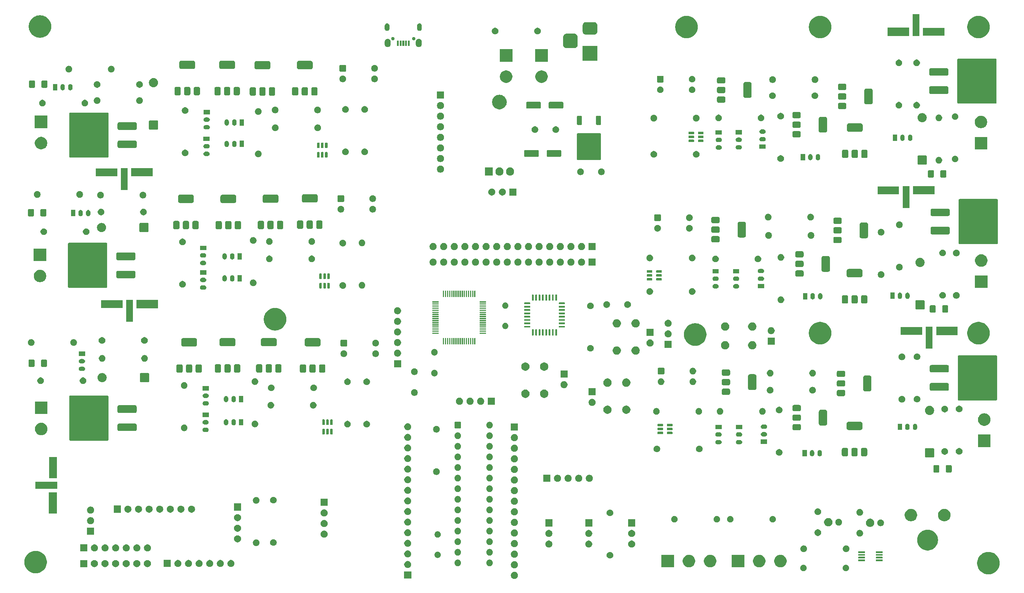
<source format=gbr>
%TF.GenerationSoftware,KiCad,Pcbnew,9.0.2*%
%TF.CreationDate,2025-09-14T19:19:57+01:00*%
%TF.ProjectId,ESP_IOBoard_V4,4553505f-494f-4426-9f61-72645f56342e,rev?*%
%TF.SameCoordinates,Original*%
%TF.FileFunction,Soldermask,Top*%
%TF.FilePolarity,Negative*%
%FSLAX46Y46*%
G04 Gerber Fmt 4.6, Leading zero omitted, Abs format (unit mm)*
G04 Created by KiCad (PCBNEW 9.0.2) date 2025-09-14 19:19:57*
%MOMM*%
%LPD*%
G01*
G04 APERTURE LIST*
G04 APERTURE END LIST*
G36*
X142969342Y-155629801D02*
G01*
X143123287Y-155693567D01*
X143261834Y-155786141D01*
X143379659Y-155903966D01*
X143472233Y-156042513D01*
X143535999Y-156196458D01*
X143568507Y-156359885D01*
X143568507Y-156526515D01*
X143535999Y-156689942D01*
X143472233Y-156843887D01*
X143379659Y-156982434D01*
X143261834Y-157100259D01*
X143123287Y-157192833D01*
X142969342Y-157256599D01*
X142805915Y-157289107D01*
X142639285Y-157289107D01*
X142475858Y-157256599D01*
X142321913Y-157192833D01*
X142183366Y-157100259D01*
X142065541Y-156982434D01*
X141972967Y-156843887D01*
X141909201Y-156689942D01*
X141876693Y-156526515D01*
X141876693Y-156359885D01*
X141909201Y-156196458D01*
X141972967Y-156042513D01*
X142065541Y-155903966D01*
X142183366Y-155786141D01*
X142321913Y-155693567D01*
X142475858Y-155629801D01*
X142639285Y-155597293D01*
X142805915Y-155597293D01*
X142969342Y-155629801D01*
G37*
G36*
X118022600Y-157233200D02*
G01*
X116322600Y-157233200D01*
X116322600Y-155533200D01*
X118022600Y-155533200D01*
X118022600Y-157233200D01*
G37*
G36*
X256712867Y-150848748D02*
G01*
X257008056Y-150916123D01*
X257293845Y-151016125D01*
X257566641Y-151147497D01*
X257823012Y-151308586D01*
X258059736Y-151497366D01*
X258273834Y-151711464D01*
X258462614Y-151948188D01*
X258623703Y-152204559D01*
X258755075Y-152477355D01*
X258855077Y-152763144D01*
X258922452Y-153058333D01*
X258956352Y-153359210D01*
X258956352Y-153661990D01*
X258922452Y-153962867D01*
X258855077Y-154258056D01*
X258755075Y-154543845D01*
X258623703Y-154816641D01*
X258462614Y-155073012D01*
X258273834Y-155309736D01*
X258059736Y-155523834D01*
X257823012Y-155712614D01*
X257566641Y-155873703D01*
X257293845Y-156005075D01*
X257008056Y-156105077D01*
X256712867Y-156172452D01*
X256411990Y-156206352D01*
X256109210Y-156206352D01*
X255808333Y-156172452D01*
X255513144Y-156105077D01*
X255227355Y-156005075D01*
X254954559Y-155873703D01*
X254698188Y-155712614D01*
X254461464Y-155523834D01*
X254247366Y-155309736D01*
X254058586Y-155073012D01*
X253897497Y-154816641D01*
X253766125Y-154543845D01*
X253666123Y-154258056D01*
X253598748Y-153962867D01*
X253564848Y-153661990D01*
X253564848Y-153359210D01*
X253598748Y-153058333D01*
X253666123Y-152763144D01*
X253766125Y-152477355D01*
X253897497Y-152204559D01*
X254058586Y-151948188D01*
X254247366Y-151711464D01*
X254461464Y-151497366D01*
X254698188Y-151308586D01*
X254954559Y-151147497D01*
X255227355Y-151016125D01*
X255513144Y-150916123D01*
X255808333Y-150848748D01*
X256109210Y-150814848D01*
X256411990Y-150814848D01*
X256712867Y-150848748D01*
G37*
G36*
X28500867Y-150601748D02*
G01*
X28796056Y-150669123D01*
X29081845Y-150769125D01*
X29354641Y-150900497D01*
X29611012Y-151061586D01*
X29847736Y-151250366D01*
X30061834Y-151464464D01*
X30250614Y-151701188D01*
X30411703Y-151957559D01*
X30543075Y-152230355D01*
X30643077Y-152516144D01*
X30710452Y-152811333D01*
X30744352Y-153112210D01*
X30744352Y-153414990D01*
X30710452Y-153715867D01*
X30643077Y-154011056D01*
X30543075Y-154296845D01*
X30411703Y-154569641D01*
X30250614Y-154826012D01*
X30061834Y-155062736D01*
X29847736Y-155276834D01*
X29611012Y-155465614D01*
X29354641Y-155626703D01*
X29081845Y-155758075D01*
X28796056Y-155858077D01*
X28500867Y-155925452D01*
X28199990Y-155959352D01*
X27897210Y-155959352D01*
X27596333Y-155925452D01*
X27301144Y-155858077D01*
X27015355Y-155758075D01*
X26742559Y-155626703D01*
X26486188Y-155465614D01*
X26249464Y-155276834D01*
X26035366Y-155062736D01*
X25846586Y-154826012D01*
X25685497Y-154569641D01*
X25554125Y-154296845D01*
X25454123Y-154011056D01*
X25386748Y-153715867D01*
X25352848Y-153414990D01*
X25352848Y-153112210D01*
X25386748Y-152811333D01*
X25454123Y-152516144D01*
X25554125Y-152230355D01*
X25685497Y-151957559D01*
X25846586Y-151701188D01*
X26035366Y-151464464D01*
X26249464Y-151250366D01*
X26486188Y-151061586D01*
X26742559Y-150900497D01*
X27015355Y-150769125D01*
X27301144Y-150669123D01*
X27596333Y-150601748D01*
X27897210Y-150567848D01*
X28199990Y-150567848D01*
X28500867Y-150601748D01*
G37*
G36*
X212195228Y-153894748D02*
G01*
X212340117Y-153954763D01*
X212470515Y-154041892D01*
X212581408Y-154152785D01*
X212668537Y-154283183D01*
X212728552Y-154428072D01*
X212759148Y-154581886D01*
X212759148Y-154738714D01*
X212728552Y-154892528D01*
X212668537Y-155037417D01*
X212581408Y-155167815D01*
X212470515Y-155278708D01*
X212340117Y-155365837D01*
X212195228Y-155425852D01*
X212041414Y-155456448D01*
X211884586Y-155456448D01*
X211730772Y-155425852D01*
X211585883Y-155365837D01*
X211455485Y-155278708D01*
X211344592Y-155167815D01*
X211257463Y-155037417D01*
X211197448Y-154892528D01*
X211166852Y-154738714D01*
X211166852Y-154581886D01*
X211197448Y-154428072D01*
X211257463Y-154283183D01*
X211344592Y-154152785D01*
X211455485Y-154041892D01*
X211585883Y-153954763D01*
X211730772Y-153894748D01*
X211884586Y-153864152D01*
X212041414Y-153864152D01*
X212195228Y-153894748D01*
G37*
G36*
X222355228Y-153894748D02*
G01*
X222500117Y-153954763D01*
X222630515Y-154041892D01*
X222741408Y-154152785D01*
X222828537Y-154283183D01*
X222888552Y-154428072D01*
X222919148Y-154581886D01*
X222919148Y-154738714D01*
X222888552Y-154892528D01*
X222828537Y-155037417D01*
X222741408Y-155167815D01*
X222630515Y-155278708D01*
X222500117Y-155365837D01*
X222355228Y-155425852D01*
X222201414Y-155456448D01*
X222044586Y-155456448D01*
X221890772Y-155425852D01*
X221745883Y-155365837D01*
X221615485Y-155278708D01*
X221504592Y-155167815D01*
X221417463Y-155037417D01*
X221357448Y-154892528D01*
X221326852Y-154738714D01*
X221326852Y-154581886D01*
X221357448Y-154428072D01*
X221417463Y-154283183D01*
X221504592Y-154152785D01*
X221615485Y-154041892D01*
X221745883Y-153954763D01*
X221890772Y-153894748D01*
X222044586Y-153864152D01*
X222201414Y-153864152D01*
X222355228Y-153894748D01*
G37*
G36*
X142969342Y-153089801D02*
G01*
X143123287Y-153153567D01*
X143261834Y-153246141D01*
X143379659Y-153363966D01*
X143472233Y-153502513D01*
X143535999Y-153656458D01*
X143568507Y-153819885D01*
X143568507Y-153986515D01*
X143535999Y-154149942D01*
X143472233Y-154303887D01*
X143379659Y-154442434D01*
X143261834Y-154560259D01*
X143123287Y-154652833D01*
X142969342Y-154716599D01*
X142805915Y-154749107D01*
X142639285Y-154749107D01*
X142475858Y-154716599D01*
X142321913Y-154652833D01*
X142183366Y-154560259D01*
X142065541Y-154442434D01*
X141972967Y-154303887D01*
X141909201Y-154149942D01*
X141876693Y-153986515D01*
X141876693Y-153819885D01*
X141909201Y-153656458D01*
X141972967Y-153502513D01*
X142065541Y-153363966D01*
X142183366Y-153246141D01*
X142321913Y-153153567D01*
X142475858Y-153089801D01*
X142639285Y-153057293D01*
X142805915Y-153057293D01*
X142969342Y-153089801D01*
G37*
G36*
X117419342Y-153029801D02*
G01*
X117573287Y-153093567D01*
X117711834Y-153186141D01*
X117829659Y-153303966D01*
X117922233Y-153442513D01*
X117985999Y-153596458D01*
X118018507Y-153759885D01*
X118018507Y-153926515D01*
X117985999Y-154089942D01*
X117922233Y-154243887D01*
X117829659Y-154382434D01*
X117711834Y-154500259D01*
X117573287Y-154592833D01*
X117419342Y-154656599D01*
X117255915Y-154689107D01*
X117089285Y-154689107D01*
X116925858Y-154656599D01*
X116771913Y-154592833D01*
X116633366Y-154500259D01*
X116515541Y-154382434D01*
X116422967Y-154243887D01*
X116359201Y-154089942D01*
X116326693Y-153926515D01*
X116326693Y-153759885D01*
X116359201Y-153596458D01*
X116422967Y-153442513D01*
X116515541Y-153303966D01*
X116633366Y-153186141D01*
X116771913Y-153093567D01*
X116925858Y-153029801D01*
X117089285Y-152997293D01*
X117255915Y-152997293D01*
X117419342Y-153029801D01*
G37*
G36*
X180951000Y-154509600D02*
G01*
X177951000Y-154509600D01*
X177951000Y-151509600D01*
X180951000Y-151509600D01*
X180951000Y-154509600D01*
G37*
G36*
X197791200Y-154509600D02*
G01*
X194791200Y-154509600D01*
X194791200Y-151509600D01*
X197791200Y-151509600D01*
X197791200Y-154509600D01*
G37*
G36*
X184881168Y-151551045D02*
G01*
X185105025Y-151623781D01*
X185314748Y-151730640D01*
X185505172Y-151868991D01*
X185671609Y-152035428D01*
X185809960Y-152225852D01*
X185916819Y-152435575D01*
X185989555Y-152659432D01*
X186026376Y-152891911D01*
X186026376Y-153127289D01*
X185989555Y-153359768D01*
X185916819Y-153583625D01*
X185809960Y-153793348D01*
X185671609Y-153983772D01*
X185505172Y-154150209D01*
X185314748Y-154288560D01*
X185105025Y-154395419D01*
X184881168Y-154468155D01*
X184648689Y-154504976D01*
X184413311Y-154504976D01*
X184180832Y-154468155D01*
X183956975Y-154395419D01*
X183747252Y-154288560D01*
X183556828Y-154150209D01*
X183390391Y-153983772D01*
X183252040Y-153793348D01*
X183145181Y-153583625D01*
X183072445Y-153359768D01*
X183035624Y-153127289D01*
X183035624Y-152891911D01*
X183072445Y-152659432D01*
X183145181Y-152435575D01*
X183252040Y-152225852D01*
X183390391Y-152035428D01*
X183556828Y-151868991D01*
X183747252Y-151730640D01*
X183956975Y-151623781D01*
X184180832Y-151551045D01*
X184413311Y-151514224D01*
X184648689Y-151514224D01*
X184881168Y-151551045D01*
G37*
G36*
X189961168Y-151551045D02*
G01*
X190185025Y-151623781D01*
X190394748Y-151730640D01*
X190585172Y-151868991D01*
X190751609Y-152035428D01*
X190889960Y-152225852D01*
X190996819Y-152435575D01*
X191069555Y-152659432D01*
X191106376Y-152891911D01*
X191106376Y-153127289D01*
X191069555Y-153359768D01*
X190996819Y-153583625D01*
X190889960Y-153793348D01*
X190751609Y-153983772D01*
X190585172Y-154150209D01*
X190394748Y-154288560D01*
X190185025Y-154395419D01*
X189961168Y-154468155D01*
X189728689Y-154504976D01*
X189493311Y-154504976D01*
X189260832Y-154468155D01*
X189036975Y-154395419D01*
X188827252Y-154288560D01*
X188636828Y-154150209D01*
X188470391Y-153983772D01*
X188332040Y-153793348D01*
X188225181Y-153583625D01*
X188152445Y-153359768D01*
X188115624Y-153127289D01*
X188115624Y-152891911D01*
X188152445Y-152659432D01*
X188225181Y-152435575D01*
X188332040Y-152225852D01*
X188470391Y-152035428D01*
X188636828Y-151868991D01*
X188827252Y-151730640D01*
X189036975Y-151623781D01*
X189260832Y-151551045D01*
X189493311Y-151514224D01*
X189728689Y-151514224D01*
X189961168Y-151551045D01*
G37*
G36*
X201721368Y-151551045D02*
G01*
X201945225Y-151623781D01*
X202154948Y-151730640D01*
X202345372Y-151868991D01*
X202511809Y-152035428D01*
X202650160Y-152225852D01*
X202757019Y-152435575D01*
X202829755Y-152659432D01*
X202866576Y-152891911D01*
X202866576Y-153127289D01*
X202829755Y-153359768D01*
X202757019Y-153583625D01*
X202650160Y-153793348D01*
X202511809Y-153983772D01*
X202345372Y-154150209D01*
X202154948Y-154288560D01*
X201945225Y-154395419D01*
X201721368Y-154468155D01*
X201488889Y-154504976D01*
X201253511Y-154504976D01*
X201021032Y-154468155D01*
X200797175Y-154395419D01*
X200587452Y-154288560D01*
X200397028Y-154150209D01*
X200230591Y-153983772D01*
X200092240Y-153793348D01*
X199985381Y-153583625D01*
X199912645Y-153359768D01*
X199875824Y-153127289D01*
X199875824Y-152891911D01*
X199912645Y-152659432D01*
X199985381Y-152435575D01*
X200092240Y-152225852D01*
X200230591Y-152035428D01*
X200397028Y-151868991D01*
X200587452Y-151730640D01*
X200797175Y-151623781D01*
X201021032Y-151551045D01*
X201253511Y-151514224D01*
X201488889Y-151514224D01*
X201721368Y-151551045D01*
G37*
G36*
X206801368Y-151551045D02*
G01*
X207025225Y-151623781D01*
X207234948Y-151730640D01*
X207425372Y-151868991D01*
X207591809Y-152035428D01*
X207730160Y-152225852D01*
X207837019Y-152435575D01*
X207909755Y-152659432D01*
X207946576Y-152891911D01*
X207946576Y-153127289D01*
X207909755Y-153359768D01*
X207837019Y-153583625D01*
X207730160Y-153793348D01*
X207591809Y-153983772D01*
X207425372Y-154150209D01*
X207234948Y-154288560D01*
X207025225Y-154395419D01*
X206801368Y-154468155D01*
X206568889Y-154504976D01*
X206333511Y-154504976D01*
X206101032Y-154468155D01*
X205877175Y-154395419D01*
X205667452Y-154288560D01*
X205477028Y-154150209D01*
X205310591Y-153983772D01*
X205172240Y-153793348D01*
X205065381Y-153583625D01*
X204992645Y-153359768D01*
X204955824Y-153127289D01*
X204955824Y-152891911D01*
X204992645Y-152659432D01*
X205065381Y-152435575D01*
X205172240Y-152225852D01*
X205310591Y-152035428D01*
X205477028Y-151868991D01*
X205667452Y-151730640D01*
X205877175Y-151623781D01*
X206101032Y-151551045D01*
X206333511Y-151514224D01*
X206568889Y-151514224D01*
X206801368Y-151551045D01*
G37*
G36*
X40423200Y-154473800D02*
G01*
X38723200Y-154473800D01*
X38723200Y-152773800D01*
X40423200Y-152773800D01*
X40423200Y-154473800D01*
G37*
G36*
X42359942Y-152810401D02*
G01*
X42513887Y-152874167D01*
X42652434Y-152966741D01*
X42770259Y-153084566D01*
X42862833Y-153223113D01*
X42926599Y-153377058D01*
X42959107Y-153540485D01*
X42959107Y-153707115D01*
X42926599Y-153870542D01*
X42862833Y-154024487D01*
X42770259Y-154163034D01*
X42652434Y-154280859D01*
X42513887Y-154373433D01*
X42359942Y-154437199D01*
X42196515Y-154469707D01*
X42029885Y-154469707D01*
X41866458Y-154437199D01*
X41712513Y-154373433D01*
X41573966Y-154280859D01*
X41456141Y-154163034D01*
X41363567Y-154024487D01*
X41299801Y-153870542D01*
X41267293Y-153707115D01*
X41267293Y-153540485D01*
X41299801Y-153377058D01*
X41363567Y-153223113D01*
X41456141Y-153084566D01*
X41573966Y-152966741D01*
X41712513Y-152874167D01*
X41866458Y-152810401D01*
X42029885Y-152777893D01*
X42196515Y-152777893D01*
X42359942Y-152810401D01*
G37*
G36*
X44899942Y-152810401D02*
G01*
X45053887Y-152874167D01*
X45192434Y-152966741D01*
X45310259Y-153084566D01*
X45402833Y-153223113D01*
X45466599Y-153377058D01*
X45499107Y-153540485D01*
X45499107Y-153707115D01*
X45466599Y-153870542D01*
X45402833Y-154024487D01*
X45310259Y-154163034D01*
X45192434Y-154280859D01*
X45053887Y-154373433D01*
X44899942Y-154437199D01*
X44736515Y-154469707D01*
X44569885Y-154469707D01*
X44406458Y-154437199D01*
X44252513Y-154373433D01*
X44113966Y-154280859D01*
X43996141Y-154163034D01*
X43903567Y-154024487D01*
X43839801Y-153870542D01*
X43807293Y-153707115D01*
X43807293Y-153540485D01*
X43839801Y-153377058D01*
X43903567Y-153223113D01*
X43996141Y-153084566D01*
X44113966Y-152966741D01*
X44252513Y-152874167D01*
X44406458Y-152810401D01*
X44569885Y-152777893D01*
X44736515Y-152777893D01*
X44899942Y-152810401D01*
G37*
G36*
X47439942Y-152810401D02*
G01*
X47593887Y-152874167D01*
X47732434Y-152966741D01*
X47850259Y-153084566D01*
X47942833Y-153223113D01*
X48006599Y-153377058D01*
X48039107Y-153540485D01*
X48039107Y-153707115D01*
X48006599Y-153870542D01*
X47942833Y-154024487D01*
X47850259Y-154163034D01*
X47732434Y-154280859D01*
X47593887Y-154373433D01*
X47439942Y-154437199D01*
X47276515Y-154469707D01*
X47109885Y-154469707D01*
X46946458Y-154437199D01*
X46792513Y-154373433D01*
X46653966Y-154280859D01*
X46536141Y-154163034D01*
X46443567Y-154024487D01*
X46379801Y-153870542D01*
X46347293Y-153707115D01*
X46347293Y-153540485D01*
X46379801Y-153377058D01*
X46443567Y-153223113D01*
X46536141Y-153084566D01*
X46653966Y-152966741D01*
X46792513Y-152874167D01*
X46946458Y-152810401D01*
X47109885Y-152777893D01*
X47276515Y-152777893D01*
X47439942Y-152810401D01*
G37*
G36*
X49979942Y-152810401D02*
G01*
X50133887Y-152874167D01*
X50272434Y-152966741D01*
X50390259Y-153084566D01*
X50482833Y-153223113D01*
X50546599Y-153377058D01*
X50579107Y-153540485D01*
X50579107Y-153707115D01*
X50546599Y-153870542D01*
X50482833Y-154024487D01*
X50390259Y-154163034D01*
X50272434Y-154280859D01*
X50133887Y-154373433D01*
X49979942Y-154437199D01*
X49816515Y-154469707D01*
X49649885Y-154469707D01*
X49486458Y-154437199D01*
X49332513Y-154373433D01*
X49193966Y-154280859D01*
X49076141Y-154163034D01*
X48983567Y-154024487D01*
X48919801Y-153870542D01*
X48887293Y-153707115D01*
X48887293Y-153540485D01*
X48919801Y-153377058D01*
X48983567Y-153223113D01*
X49076141Y-153084566D01*
X49193966Y-152966741D01*
X49332513Y-152874167D01*
X49486458Y-152810401D01*
X49649885Y-152777893D01*
X49816515Y-152777893D01*
X49979942Y-152810401D01*
G37*
G36*
X52519942Y-152810401D02*
G01*
X52673887Y-152874167D01*
X52812434Y-152966741D01*
X52930259Y-153084566D01*
X53022833Y-153223113D01*
X53086599Y-153377058D01*
X53119107Y-153540485D01*
X53119107Y-153707115D01*
X53086599Y-153870542D01*
X53022833Y-154024487D01*
X52930259Y-154163034D01*
X52812434Y-154280859D01*
X52673887Y-154373433D01*
X52519942Y-154437199D01*
X52356515Y-154469707D01*
X52189885Y-154469707D01*
X52026458Y-154437199D01*
X51872513Y-154373433D01*
X51733966Y-154280859D01*
X51616141Y-154163034D01*
X51523567Y-154024487D01*
X51459801Y-153870542D01*
X51427293Y-153707115D01*
X51427293Y-153540485D01*
X51459801Y-153377058D01*
X51523567Y-153223113D01*
X51616141Y-153084566D01*
X51733966Y-152966741D01*
X51872513Y-152874167D01*
X52026458Y-152810401D01*
X52189885Y-152777893D01*
X52356515Y-152777893D01*
X52519942Y-152810401D01*
G37*
G36*
X55059942Y-152810401D02*
G01*
X55213887Y-152874167D01*
X55352434Y-152966741D01*
X55470259Y-153084566D01*
X55562833Y-153223113D01*
X55626599Y-153377058D01*
X55659107Y-153540485D01*
X55659107Y-153707115D01*
X55626599Y-153870542D01*
X55562833Y-154024487D01*
X55470259Y-154163034D01*
X55352434Y-154280859D01*
X55213887Y-154373433D01*
X55059942Y-154437199D01*
X54896515Y-154469707D01*
X54729885Y-154469707D01*
X54566458Y-154437199D01*
X54412513Y-154373433D01*
X54273966Y-154280859D01*
X54156141Y-154163034D01*
X54063567Y-154024487D01*
X53999801Y-153870542D01*
X53967293Y-153707115D01*
X53967293Y-153540485D01*
X53999801Y-153377058D01*
X54063567Y-153223113D01*
X54156141Y-153084566D01*
X54273966Y-152966741D01*
X54412513Y-152874167D01*
X54566458Y-152810401D01*
X54729885Y-152777893D01*
X54896515Y-152777893D01*
X55059942Y-152810401D01*
G37*
G36*
X60438400Y-154448400D02*
G01*
X58738400Y-154448400D01*
X58738400Y-152748400D01*
X60438400Y-152748400D01*
X60438400Y-154448400D01*
G37*
G36*
X62375142Y-152785001D02*
G01*
X62529087Y-152848767D01*
X62667634Y-152941341D01*
X62785459Y-153059166D01*
X62878033Y-153197713D01*
X62941799Y-153351658D01*
X62974307Y-153515085D01*
X62974307Y-153681715D01*
X62941799Y-153845142D01*
X62878033Y-153999087D01*
X62785459Y-154137634D01*
X62667634Y-154255459D01*
X62529087Y-154348033D01*
X62375142Y-154411799D01*
X62211715Y-154444307D01*
X62045085Y-154444307D01*
X61881658Y-154411799D01*
X61727713Y-154348033D01*
X61589166Y-154255459D01*
X61471341Y-154137634D01*
X61378767Y-153999087D01*
X61315001Y-153845142D01*
X61282493Y-153681715D01*
X61282493Y-153515085D01*
X61315001Y-153351658D01*
X61378767Y-153197713D01*
X61471341Y-153059166D01*
X61589166Y-152941341D01*
X61727713Y-152848767D01*
X61881658Y-152785001D01*
X62045085Y-152752493D01*
X62211715Y-152752493D01*
X62375142Y-152785001D01*
G37*
G36*
X64915142Y-152785001D02*
G01*
X65069087Y-152848767D01*
X65207634Y-152941341D01*
X65325459Y-153059166D01*
X65418033Y-153197713D01*
X65481799Y-153351658D01*
X65514307Y-153515085D01*
X65514307Y-153681715D01*
X65481799Y-153845142D01*
X65418033Y-153999087D01*
X65325459Y-154137634D01*
X65207634Y-154255459D01*
X65069087Y-154348033D01*
X64915142Y-154411799D01*
X64751715Y-154444307D01*
X64585085Y-154444307D01*
X64421658Y-154411799D01*
X64267713Y-154348033D01*
X64129166Y-154255459D01*
X64011341Y-154137634D01*
X63918767Y-153999087D01*
X63855001Y-153845142D01*
X63822493Y-153681715D01*
X63822493Y-153515085D01*
X63855001Y-153351658D01*
X63918767Y-153197713D01*
X64011341Y-153059166D01*
X64129166Y-152941341D01*
X64267713Y-152848767D01*
X64421658Y-152785001D01*
X64585085Y-152752493D01*
X64751715Y-152752493D01*
X64915142Y-152785001D01*
G37*
G36*
X67455142Y-152785001D02*
G01*
X67609087Y-152848767D01*
X67747634Y-152941341D01*
X67865459Y-153059166D01*
X67958033Y-153197713D01*
X68021799Y-153351658D01*
X68054307Y-153515085D01*
X68054307Y-153681715D01*
X68021799Y-153845142D01*
X67958033Y-153999087D01*
X67865459Y-154137634D01*
X67747634Y-154255459D01*
X67609087Y-154348033D01*
X67455142Y-154411799D01*
X67291715Y-154444307D01*
X67125085Y-154444307D01*
X66961658Y-154411799D01*
X66807713Y-154348033D01*
X66669166Y-154255459D01*
X66551341Y-154137634D01*
X66458767Y-153999087D01*
X66395001Y-153845142D01*
X66362493Y-153681715D01*
X66362493Y-153515085D01*
X66395001Y-153351658D01*
X66458767Y-153197713D01*
X66551341Y-153059166D01*
X66669166Y-152941341D01*
X66807713Y-152848767D01*
X66961658Y-152785001D01*
X67125085Y-152752493D01*
X67291715Y-152752493D01*
X67455142Y-152785001D01*
G37*
G36*
X69995142Y-152785001D02*
G01*
X70149087Y-152848767D01*
X70287634Y-152941341D01*
X70405459Y-153059166D01*
X70498033Y-153197713D01*
X70561799Y-153351658D01*
X70594307Y-153515085D01*
X70594307Y-153681715D01*
X70561799Y-153845142D01*
X70498033Y-153999087D01*
X70405459Y-154137634D01*
X70287634Y-154255459D01*
X70149087Y-154348033D01*
X69995142Y-154411799D01*
X69831715Y-154444307D01*
X69665085Y-154444307D01*
X69501658Y-154411799D01*
X69347713Y-154348033D01*
X69209166Y-154255459D01*
X69091341Y-154137634D01*
X68998767Y-153999087D01*
X68935001Y-153845142D01*
X68902493Y-153681715D01*
X68902493Y-153515085D01*
X68935001Y-153351658D01*
X68998767Y-153197713D01*
X69091341Y-153059166D01*
X69209166Y-152941341D01*
X69347713Y-152848767D01*
X69501658Y-152785001D01*
X69665085Y-152752493D01*
X69831715Y-152752493D01*
X69995142Y-152785001D01*
G37*
G36*
X72535142Y-152785001D02*
G01*
X72689087Y-152848767D01*
X72827634Y-152941341D01*
X72945459Y-153059166D01*
X73038033Y-153197713D01*
X73101799Y-153351658D01*
X73134307Y-153515085D01*
X73134307Y-153681715D01*
X73101799Y-153845142D01*
X73038033Y-153999087D01*
X72945459Y-154137634D01*
X72827634Y-154255459D01*
X72689087Y-154348033D01*
X72535142Y-154411799D01*
X72371715Y-154444307D01*
X72205085Y-154444307D01*
X72041658Y-154411799D01*
X71887713Y-154348033D01*
X71749166Y-154255459D01*
X71631341Y-154137634D01*
X71538767Y-153999087D01*
X71475001Y-153845142D01*
X71442493Y-153681715D01*
X71442493Y-153515085D01*
X71475001Y-153351658D01*
X71538767Y-153197713D01*
X71631341Y-153059166D01*
X71749166Y-152941341D01*
X71887713Y-152848767D01*
X72041658Y-152785001D01*
X72205085Y-152752493D01*
X72371715Y-152752493D01*
X72535142Y-152785001D01*
G37*
G36*
X75075142Y-152785001D02*
G01*
X75229087Y-152848767D01*
X75367634Y-152941341D01*
X75485459Y-153059166D01*
X75578033Y-153197713D01*
X75641799Y-153351658D01*
X75674307Y-153515085D01*
X75674307Y-153681715D01*
X75641799Y-153845142D01*
X75578033Y-153999087D01*
X75485459Y-154137634D01*
X75367634Y-154255459D01*
X75229087Y-154348033D01*
X75075142Y-154411799D01*
X74911715Y-154444307D01*
X74745085Y-154444307D01*
X74581658Y-154411799D01*
X74427713Y-154348033D01*
X74289166Y-154255459D01*
X74171341Y-154137634D01*
X74078767Y-153999087D01*
X74015001Y-153845142D01*
X73982493Y-153681715D01*
X73982493Y-153515085D01*
X74015001Y-153351658D01*
X74078767Y-153197713D01*
X74171341Y-153059166D01*
X74289166Y-152941341D01*
X74427713Y-152848767D01*
X74581658Y-152785001D01*
X74745085Y-152752493D01*
X74911715Y-152752493D01*
X75075142Y-152785001D01*
G37*
G36*
X129391228Y-152680448D02*
G01*
X129536117Y-152740463D01*
X129666515Y-152827592D01*
X129777408Y-152938485D01*
X129864537Y-153068883D01*
X129924552Y-153213772D01*
X129955148Y-153367586D01*
X129955148Y-153524414D01*
X129924552Y-153678228D01*
X129864537Y-153823117D01*
X129777408Y-153953515D01*
X129666515Y-154064408D01*
X129536117Y-154151537D01*
X129391228Y-154211552D01*
X129237414Y-154242148D01*
X129080586Y-154242148D01*
X128926772Y-154211552D01*
X128781883Y-154151537D01*
X128651485Y-154064408D01*
X128540592Y-153953515D01*
X128453463Y-153823117D01*
X128393448Y-153678228D01*
X128362852Y-153524414D01*
X128362852Y-153367586D01*
X128393448Y-153213772D01*
X128453463Y-153068883D01*
X128540592Y-152938485D01*
X128651485Y-152827592D01*
X128781883Y-152740463D01*
X128926772Y-152680448D01*
X129080586Y-152649852D01*
X129237414Y-152649852D01*
X129391228Y-152680448D01*
G37*
G36*
X137011228Y-152680448D02*
G01*
X137156117Y-152740463D01*
X137286515Y-152827592D01*
X137397408Y-152938485D01*
X137484537Y-153068883D01*
X137544552Y-153213772D01*
X137575148Y-153367586D01*
X137575148Y-153524414D01*
X137544552Y-153678228D01*
X137484537Y-153823117D01*
X137397408Y-153953515D01*
X137286515Y-154064408D01*
X137156117Y-154151537D01*
X137011228Y-154211552D01*
X136857414Y-154242148D01*
X136700586Y-154242148D01*
X136546772Y-154211552D01*
X136401883Y-154151537D01*
X136271485Y-154064408D01*
X136160592Y-153953515D01*
X136073463Y-153823117D01*
X136013448Y-153678228D01*
X135982852Y-153524414D01*
X135982852Y-153367586D01*
X136013448Y-153213772D01*
X136073463Y-153068883D01*
X136160592Y-152938485D01*
X136271485Y-152827592D01*
X136401883Y-152740463D01*
X136546772Y-152680448D01*
X136700586Y-152649852D01*
X136857414Y-152649852D01*
X137011228Y-152680448D01*
G37*
G36*
X226649768Y-152643712D02*
G01*
X226682211Y-152665389D01*
X226703888Y-152697832D01*
X226711500Y-152736100D01*
X226711500Y-152936100D01*
X226703888Y-152974368D01*
X226682211Y-153006811D01*
X226649768Y-153028488D01*
X226611500Y-153036100D01*
X225186500Y-153036100D01*
X225148232Y-153028488D01*
X225115789Y-153006811D01*
X225094112Y-152974368D01*
X225086500Y-152936100D01*
X225086500Y-152736100D01*
X225094112Y-152697832D01*
X225115789Y-152665389D01*
X225148232Y-152643712D01*
X225186500Y-152636100D01*
X226611500Y-152636100D01*
X226649768Y-152643712D01*
G37*
G36*
X230874768Y-152643712D02*
G01*
X230907211Y-152665389D01*
X230928888Y-152697832D01*
X230936500Y-152736100D01*
X230936500Y-152936100D01*
X230928888Y-152974368D01*
X230907211Y-153006811D01*
X230874768Y-153028488D01*
X230836500Y-153036100D01*
X229411500Y-153036100D01*
X229373232Y-153028488D01*
X229340789Y-153006811D01*
X229319112Y-152974368D01*
X229311500Y-152936100D01*
X229311500Y-152736100D01*
X229319112Y-152697832D01*
X229340789Y-152665389D01*
X229373232Y-152643712D01*
X229411500Y-152636100D01*
X230836500Y-152636100D01*
X230874768Y-152643712D01*
G37*
G36*
X165840228Y-150847048D02*
G01*
X165985117Y-150907063D01*
X166115515Y-150994192D01*
X166226408Y-151105085D01*
X166313537Y-151235483D01*
X166373552Y-151380372D01*
X166404148Y-151534186D01*
X166404148Y-151691014D01*
X166373552Y-151844828D01*
X166313537Y-151989717D01*
X166226408Y-152120115D01*
X166115515Y-152231008D01*
X165985117Y-152318137D01*
X165840228Y-152378152D01*
X165686414Y-152408748D01*
X165529586Y-152408748D01*
X165375772Y-152378152D01*
X165230883Y-152318137D01*
X165100485Y-152231008D01*
X164989592Y-152120115D01*
X164902463Y-151989717D01*
X164842448Y-151844828D01*
X164811852Y-151691014D01*
X164811852Y-151534186D01*
X164842448Y-151380372D01*
X164902463Y-151235483D01*
X164989592Y-151105085D01*
X165100485Y-150994192D01*
X165230883Y-150907063D01*
X165375772Y-150847048D01*
X165529586Y-150816452D01*
X165686414Y-150816452D01*
X165840228Y-150847048D01*
G37*
G36*
X226649768Y-151993712D02*
G01*
X226682211Y-152015389D01*
X226703888Y-152047832D01*
X226711500Y-152086100D01*
X226711500Y-152286100D01*
X226703888Y-152324368D01*
X226682211Y-152356811D01*
X226649768Y-152378488D01*
X226611500Y-152386100D01*
X225186500Y-152386100D01*
X225148232Y-152378488D01*
X225115789Y-152356811D01*
X225094112Y-152324368D01*
X225086500Y-152286100D01*
X225086500Y-152086100D01*
X225094112Y-152047832D01*
X225115789Y-152015389D01*
X225148232Y-151993712D01*
X225186500Y-151986100D01*
X226611500Y-151986100D01*
X226649768Y-151993712D01*
G37*
G36*
X230874768Y-151993712D02*
G01*
X230907211Y-152015389D01*
X230928888Y-152047832D01*
X230936500Y-152086100D01*
X230936500Y-152286100D01*
X230928888Y-152324368D01*
X230907211Y-152356811D01*
X230874768Y-152378488D01*
X230836500Y-152386100D01*
X229411500Y-152386100D01*
X229373232Y-152378488D01*
X229340789Y-152356811D01*
X229319112Y-152324368D01*
X229311500Y-152286100D01*
X229311500Y-152086100D01*
X229319112Y-152047832D01*
X229340789Y-152015389D01*
X229373232Y-151993712D01*
X229411500Y-151986100D01*
X230836500Y-151986100D01*
X230874768Y-151993712D01*
G37*
G36*
X124550714Y-150799495D02*
G01*
X124686548Y-150855759D01*
X124808795Y-150937442D01*
X124912758Y-151041405D01*
X124994441Y-151163652D01*
X125050705Y-151299486D01*
X125079389Y-151443687D01*
X125079389Y-151590713D01*
X125050705Y-151734914D01*
X124994441Y-151870748D01*
X124912758Y-151992995D01*
X124808795Y-152096958D01*
X124686548Y-152178641D01*
X124550714Y-152234905D01*
X124406513Y-152263589D01*
X124259487Y-152263589D01*
X124115286Y-152234905D01*
X123979452Y-152178641D01*
X123857205Y-152096958D01*
X123753242Y-151992995D01*
X123671559Y-151870748D01*
X123615295Y-151734914D01*
X123586611Y-151590713D01*
X123586611Y-151443687D01*
X123615295Y-151299486D01*
X123671559Y-151163652D01*
X123753242Y-151041405D01*
X123857205Y-150937442D01*
X123979452Y-150855759D01*
X124115286Y-150799495D01*
X124259487Y-150770811D01*
X124406513Y-150770811D01*
X124550714Y-150799495D01*
G37*
G36*
X142969342Y-150549801D02*
G01*
X143123287Y-150613567D01*
X143261834Y-150706141D01*
X143379659Y-150823966D01*
X143472233Y-150962513D01*
X143535999Y-151116458D01*
X143568507Y-151279885D01*
X143568507Y-151446515D01*
X143535999Y-151609942D01*
X143472233Y-151763887D01*
X143379659Y-151902434D01*
X143261834Y-152020259D01*
X143123287Y-152112833D01*
X142969342Y-152176599D01*
X142805915Y-152209107D01*
X142639285Y-152209107D01*
X142475858Y-152176599D01*
X142321913Y-152112833D01*
X142183366Y-152020259D01*
X142065541Y-151902434D01*
X141972967Y-151763887D01*
X141909201Y-151609942D01*
X141876693Y-151446515D01*
X141876693Y-151279885D01*
X141909201Y-151116458D01*
X141972967Y-150962513D01*
X142065541Y-150823966D01*
X142183366Y-150706141D01*
X142321913Y-150613567D01*
X142475858Y-150549801D01*
X142639285Y-150517293D01*
X142805915Y-150517293D01*
X142969342Y-150549801D01*
G37*
G36*
X117419342Y-150489801D02*
G01*
X117573287Y-150553567D01*
X117711834Y-150646141D01*
X117829659Y-150763966D01*
X117922233Y-150902513D01*
X117985999Y-151056458D01*
X118018507Y-151219885D01*
X118018507Y-151386515D01*
X117985999Y-151549942D01*
X117922233Y-151703887D01*
X117829659Y-151842434D01*
X117711834Y-151960259D01*
X117573287Y-152052833D01*
X117419342Y-152116599D01*
X117255915Y-152149107D01*
X117089285Y-152149107D01*
X116925858Y-152116599D01*
X116771913Y-152052833D01*
X116633366Y-151960259D01*
X116515541Y-151842434D01*
X116422967Y-151703887D01*
X116359201Y-151549942D01*
X116326693Y-151386515D01*
X116326693Y-151219885D01*
X116359201Y-151056458D01*
X116422967Y-150902513D01*
X116515541Y-150763966D01*
X116633366Y-150646141D01*
X116771913Y-150553567D01*
X116925858Y-150489801D01*
X117089285Y-150457293D01*
X117255915Y-150457293D01*
X117419342Y-150489801D01*
G37*
G36*
X226649768Y-151343712D02*
G01*
X226682211Y-151365389D01*
X226703888Y-151397832D01*
X226711500Y-151436100D01*
X226711500Y-151636100D01*
X226703888Y-151674368D01*
X226682211Y-151706811D01*
X226649768Y-151728488D01*
X226611500Y-151736100D01*
X225186500Y-151736100D01*
X225148232Y-151728488D01*
X225115789Y-151706811D01*
X225094112Y-151674368D01*
X225086500Y-151636100D01*
X225086500Y-151436100D01*
X225094112Y-151397832D01*
X225115789Y-151365389D01*
X225148232Y-151343712D01*
X225186500Y-151336100D01*
X226611500Y-151336100D01*
X226649768Y-151343712D01*
G37*
G36*
X230874768Y-151343712D02*
G01*
X230907211Y-151365389D01*
X230928888Y-151397832D01*
X230936500Y-151436100D01*
X230936500Y-151636100D01*
X230928888Y-151674368D01*
X230907211Y-151706811D01*
X230874768Y-151728488D01*
X230836500Y-151736100D01*
X229411500Y-151736100D01*
X229373232Y-151728488D01*
X229340789Y-151706811D01*
X229319112Y-151674368D01*
X229311500Y-151636100D01*
X229311500Y-151436100D01*
X229319112Y-151397832D01*
X229340789Y-151365389D01*
X229373232Y-151343712D01*
X229411500Y-151336100D01*
X230836500Y-151336100D01*
X230874768Y-151343712D01*
G37*
G36*
X129391228Y-150140448D02*
G01*
X129536117Y-150200463D01*
X129666515Y-150287592D01*
X129777408Y-150398485D01*
X129864537Y-150528883D01*
X129924552Y-150673772D01*
X129955148Y-150827586D01*
X129955148Y-150984414D01*
X129924552Y-151138228D01*
X129864537Y-151283117D01*
X129777408Y-151413515D01*
X129666515Y-151524408D01*
X129536117Y-151611537D01*
X129391228Y-151671552D01*
X129237414Y-151702148D01*
X129080586Y-151702148D01*
X128926772Y-151671552D01*
X128781883Y-151611537D01*
X128651485Y-151524408D01*
X128540592Y-151413515D01*
X128453463Y-151283117D01*
X128393448Y-151138228D01*
X128362852Y-150984414D01*
X128362852Y-150827586D01*
X128393448Y-150673772D01*
X128453463Y-150528883D01*
X128540592Y-150398485D01*
X128651485Y-150287592D01*
X128781883Y-150200463D01*
X128926772Y-150140448D01*
X129080586Y-150109852D01*
X129237414Y-150109852D01*
X129391228Y-150140448D01*
G37*
G36*
X137011228Y-150140448D02*
G01*
X137156117Y-150200463D01*
X137286515Y-150287592D01*
X137397408Y-150398485D01*
X137484537Y-150528883D01*
X137544552Y-150673772D01*
X137575148Y-150827586D01*
X137575148Y-150984414D01*
X137544552Y-151138228D01*
X137484537Y-151283117D01*
X137397408Y-151413515D01*
X137286515Y-151524408D01*
X137156117Y-151611537D01*
X137011228Y-151671552D01*
X136857414Y-151702148D01*
X136700586Y-151702148D01*
X136546772Y-151671552D01*
X136401883Y-151611537D01*
X136271485Y-151524408D01*
X136160592Y-151413515D01*
X136073463Y-151283117D01*
X136013448Y-151138228D01*
X135982852Y-150984414D01*
X135982852Y-150827586D01*
X136013448Y-150673772D01*
X136073463Y-150528883D01*
X136160592Y-150398485D01*
X136271485Y-150287592D01*
X136401883Y-150200463D01*
X136546772Y-150140448D01*
X136700586Y-150109852D01*
X136857414Y-150109852D01*
X137011228Y-150140448D01*
G37*
G36*
X226649768Y-150693712D02*
G01*
X226682211Y-150715389D01*
X226703888Y-150747832D01*
X226711500Y-150786100D01*
X226711500Y-150986100D01*
X226703888Y-151024368D01*
X226682211Y-151056811D01*
X226649768Y-151078488D01*
X226611500Y-151086100D01*
X225186500Y-151086100D01*
X225148232Y-151078488D01*
X225115789Y-151056811D01*
X225094112Y-151024368D01*
X225086500Y-150986100D01*
X225086500Y-150786100D01*
X225094112Y-150747832D01*
X225115789Y-150715389D01*
X225148232Y-150693712D01*
X225186500Y-150686100D01*
X226611500Y-150686100D01*
X226649768Y-150693712D01*
G37*
G36*
X230874768Y-150693712D02*
G01*
X230907211Y-150715389D01*
X230928888Y-150747832D01*
X230936500Y-150786100D01*
X230936500Y-150986100D01*
X230928888Y-151024368D01*
X230907211Y-151056811D01*
X230874768Y-151078488D01*
X230836500Y-151086100D01*
X229411500Y-151086100D01*
X229373232Y-151078488D01*
X229340789Y-151056811D01*
X229319112Y-151024368D01*
X229311500Y-150986100D01*
X229311500Y-150786100D01*
X229319112Y-150747832D01*
X229340789Y-150715389D01*
X229373232Y-150693712D01*
X229411500Y-150686100D01*
X230836500Y-150686100D01*
X230874768Y-150693712D01*
G37*
G36*
X212246028Y-149297348D02*
G01*
X212390917Y-149357363D01*
X212521315Y-149444492D01*
X212632208Y-149555385D01*
X212719337Y-149685783D01*
X212779352Y-149830672D01*
X212809948Y-149984486D01*
X212809948Y-150141314D01*
X212779352Y-150295128D01*
X212719337Y-150440017D01*
X212632208Y-150570415D01*
X212521315Y-150681308D01*
X212390917Y-150768437D01*
X212246028Y-150828452D01*
X212092214Y-150859048D01*
X211935386Y-150859048D01*
X211781572Y-150828452D01*
X211636683Y-150768437D01*
X211506285Y-150681308D01*
X211395392Y-150570415D01*
X211308263Y-150440017D01*
X211248248Y-150295128D01*
X211217652Y-150141314D01*
X211217652Y-149984486D01*
X211248248Y-149830672D01*
X211308263Y-149685783D01*
X211395392Y-149555385D01*
X211506285Y-149444492D01*
X211636683Y-149357363D01*
X211781572Y-149297348D01*
X211935386Y-149266752D01*
X212092214Y-149266752D01*
X212246028Y-149297348D01*
G37*
G36*
X222406028Y-149297348D02*
G01*
X222550917Y-149357363D01*
X222681315Y-149444492D01*
X222792208Y-149555385D01*
X222879337Y-149685783D01*
X222939352Y-149830672D01*
X222969948Y-149984486D01*
X222969948Y-150141314D01*
X222939352Y-150295128D01*
X222879337Y-150440017D01*
X222792208Y-150570415D01*
X222681315Y-150681308D01*
X222550917Y-150768437D01*
X222406028Y-150828452D01*
X222252214Y-150859048D01*
X222095386Y-150859048D01*
X221941572Y-150828452D01*
X221796683Y-150768437D01*
X221666285Y-150681308D01*
X221555392Y-150570415D01*
X221468263Y-150440017D01*
X221408248Y-150295128D01*
X221377652Y-150141314D01*
X221377652Y-149984486D01*
X221408248Y-149830672D01*
X221468263Y-149685783D01*
X221555392Y-149555385D01*
X221666285Y-149444492D01*
X221796683Y-149357363D01*
X221941572Y-149297348D01*
X222095386Y-149266752D01*
X222252214Y-149266752D01*
X222406028Y-149297348D01*
G37*
G36*
X40448600Y-150714600D02*
G01*
X38748600Y-150714600D01*
X38748600Y-149014600D01*
X40448600Y-149014600D01*
X40448600Y-150714600D01*
G37*
G36*
X42385342Y-149051201D02*
G01*
X42539287Y-149114967D01*
X42677834Y-149207541D01*
X42795659Y-149325366D01*
X42888233Y-149463913D01*
X42951999Y-149617858D01*
X42984507Y-149781285D01*
X42984507Y-149947915D01*
X42951999Y-150111342D01*
X42888233Y-150265287D01*
X42795659Y-150403834D01*
X42677834Y-150521659D01*
X42539287Y-150614233D01*
X42385342Y-150677999D01*
X42221915Y-150710507D01*
X42055285Y-150710507D01*
X41891858Y-150677999D01*
X41737913Y-150614233D01*
X41599366Y-150521659D01*
X41481541Y-150403834D01*
X41388967Y-150265287D01*
X41325201Y-150111342D01*
X41292693Y-149947915D01*
X41292693Y-149781285D01*
X41325201Y-149617858D01*
X41388967Y-149463913D01*
X41481541Y-149325366D01*
X41599366Y-149207541D01*
X41737913Y-149114967D01*
X41891858Y-149051201D01*
X42055285Y-149018693D01*
X42221915Y-149018693D01*
X42385342Y-149051201D01*
G37*
G36*
X44925342Y-149051201D02*
G01*
X45079287Y-149114967D01*
X45217834Y-149207541D01*
X45335659Y-149325366D01*
X45428233Y-149463913D01*
X45491999Y-149617858D01*
X45524507Y-149781285D01*
X45524507Y-149947915D01*
X45491999Y-150111342D01*
X45428233Y-150265287D01*
X45335659Y-150403834D01*
X45217834Y-150521659D01*
X45079287Y-150614233D01*
X44925342Y-150677999D01*
X44761915Y-150710507D01*
X44595285Y-150710507D01*
X44431858Y-150677999D01*
X44277913Y-150614233D01*
X44139366Y-150521659D01*
X44021541Y-150403834D01*
X43928967Y-150265287D01*
X43865201Y-150111342D01*
X43832693Y-149947915D01*
X43832693Y-149781285D01*
X43865201Y-149617858D01*
X43928967Y-149463913D01*
X44021541Y-149325366D01*
X44139366Y-149207541D01*
X44277913Y-149114967D01*
X44431858Y-149051201D01*
X44595285Y-149018693D01*
X44761915Y-149018693D01*
X44925342Y-149051201D01*
G37*
G36*
X47465342Y-149051201D02*
G01*
X47619287Y-149114967D01*
X47757834Y-149207541D01*
X47875659Y-149325366D01*
X47968233Y-149463913D01*
X48031999Y-149617858D01*
X48064507Y-149781285D01*
X48064507Y-149947915D01*
X48031999Y-150111342D01*
X47968233Y-150265287D01*
X47875659Y-150403834D01*
X47757834Y-150521659D01*
X47619287Y-150614233D01*
X47465342Y-150677999D01*
X47301915Y-150710507D01*
X47135285Y-150710507D01*
X46971858Y-150677999D01*
X46817913Y-150614233D01*
X46679366Y-150521659D01*
X46561541Y-150403834D01*
X46468967Y-150265287D01*
X46405201Y-150111342D01*
X46372693Y-149947915D01*
X46372693Y-149781285D01*
X46405201Y-149617858D01*
X46468967Y-149463913D01*
X46561541Y-149325366D01*
X46679366Y-149207541D01*
X46817913Y-149114967D01*
X46971858Y-149051201D01*
X47135285Y-149018693D01*
X47301915Y-149018693D01*
X47465342Y-149051201D01*
G37*
G36*
X50005342Y-149051201D02*
G01*
X50159287Y-149114967D01*
X50297834Y-149207541D01*
X50415659Y-149325366D01*
X50508233Y-149463913D01*
X50571999Y-149617858D01*
X50604507Y-149781285D01*
X50604507Y-149947915D01*
X50571999Y-150111342D01*
X50508233Y-150265287D01*
X50415659Y-150403834D01*
X50297834Y-150521659D01*
X50159287Y-150614233D01*
X50005342Y-150677999D01*
X49841915Y-150710507D01*
X49675285Y-150710507D01*
X49511858Y-150677999D01*
X49357913Y-150614233D01*
X49219366Y-150521659D01*
X49101541Y-150403834D01*
X49008967Y-150265287D01*
X48945201Y-150111342D01*
X48912693Y-149947915D01*
X48912693Y-149781285D01*
X48945201Y-149617858D01*
X49008967Y-149463913D01*
X49101541Y-149325366D01*
X49219366Y-149207541D01*
X49357913Y-149114967D01*
X49511858Y-149051201D01*
X49675285Y-149018693D01*
X49841915Y-149018693D01*
X50005342Y-149051201D01*
G37*
G36*
X52545342Y-149051201D02*
G01*
X52699287Y-149114967D01*
X52837834Y-149207541D01*
X52955659Y-149325366D01*
X53048233Y-149463913D01*
X53111999Y-149617858D01*
X53144507Y-149781285D01*
X53144507Y-149947915D01*
X53111999Y-150111342D01*
X53048233Y-150265287D01*
X52955659Y-150403834D01*
X52837834Y-150521659D01*
X52699287Y-150614233D01*
X52545342Y-150677999D01*
X52381915Y-150710507D01*
X52215285Y-150710507D01*
X52051858Y-150677999D01*
X51897913Y-150614233D01*
X51759366Y-150521659D01*
X51641541Y-150403834D01*
X51548967Y-150265287D01*
X51485201Y-150111342D01*
X51452693Y-149947915D01*
X51452693Y-149781285D01*
X51485201Y-149617858D01*
X51548967Y-149463913D01*
X51641541Y-149325366D01*
X51759366Y-149207541D01*
X51897913Y-149114967D01*
X52051858Y-149051201D01*
X52215285Y-149018693D01*
X52381915Y-149018693D01*
X52545342Y-149051201D01*
G37*
G36*
X55085342Y-149051201D02*
G01*
X55239287Y-149114967D01*
X55377834Y-149207541D01*
X55495659Y-149325366D01*
X55588233Y-149463913D01*
X55651999Y-149617858D01*
X55684507Y-149781285D01*
X55684507Y-149947915D01*
X55651999Y-150111342D01*
X55588233Y-150265287D01*
X55495659Y-150403834D01*
X55377834Y-150521659D01*
X55239287Y-150614233D01*
X55085342Y-150677999D01*
X54921915Y-150710507D01*
X54755285Y-150710507D01*
X54591858Y-150677999D01*
X54437913Y-150614233D01*
X54299366Y-150521659D01*
X54181541Y-150403834D01*
X54088967Y-150265287D01*
X54025201Y-150111342D01*
X53992693Y-149947915D01*
X53992693Y-149781285D01*
X54025201Y-149617858D01*
X54088967Y-149463913D01*
X54181541Y-149325366D01*
X54299366Y-149207541D01*
X54437913Y-149114967D01*
X54591858Y-149051201D01*
X54755285Y-149018693D01*
X54921915Y-149018693D01*
X55085342Y-149051201D01*
G37*
G36*
X242125166Y-145520022D02*
G01*
X242398489Y-145582407D01*
X242663109Y-145675001D01*
X242915697Y-145796641D01*
X243153078Y-145945798D01*
X243372266Y-146120595D01*
X243570505Y-146318834D01*
X243745302Y-146538022D01*
X243894459Y-146775403D01*
X244016099Y-147027991D01*
X244108693Y-147292611D01*
X244171078Y-147565934D01*
X244202467Y-147844524D01*
X244202467Y-148124876D01*
X244171078Y-148403466D01*
X244108693Y-148676789D01*
X244016099Y-148941409D01*
X243894459Y-149193997D01*
X243745302Y-149431378D01*
X243570505Y-149650566D01*
X243372266Y-149848805D01*
X243153078Y-150023602D01*
X242915697Y-150172759D01*
X242663109Y-150294399D01*
X242398489Y-150386993D01*
X242125166Y-150449378D01*
X241846576Y-150480767D01*
X241566224Y-150480767D01*
X241287634Y-150449378D01*
X241014311Y-150386993D01*
X240749691Y-150294399D01*
X240497103Y-150172759D01*
X240259722Y-150023602D01*
X240040534Y-149848805D01*
X239842295Y-149650566D01*
X239667498Y-149431378D01*
X239518341Y-149193997D01*
X239396701Y-148941409D01*
X239304107Y-148676789D01*
X239241722Y-148403466D01*
X239210333Y-148124876D01*
X239210333Y-147844524D01*
X239241722Y-147565934D01*
X239304107Y-147292611D01*
X239396701Y-147027991D01*
X239518341Y-146775403D01*
X239667498Y-146538022D01*
X239842295Y-146318834D01*
X240040534Y-146120595D01*
X240259722Y-145945798D01*
X240497103Y-145796641D01*
X240749691Y-145675001D01*
X241014311Y-145582407D01*
X241287634Y-145520022D01*
X241566224Y-145488633D01*
X241846576Y-145488633D01*
X242125166Y-145520022D01*
G37*
G36*
X151224342Y-148131901D02*
G01*
X151378287Y-148195667D01*
X151516834Y-148288241D01*
X151634659Y-148406066D01*
X151727233Y-148544613D01*
X151790999Y-148698558D01*
X151823507Y-148861985D01*
X151823507Y-149028615D01*
X151790999Y-149192042D01*
X151727233Y-149345987D01*
X151634659Y-149484534D01*
X151516834Y-149602359D01*
X151378287Y-149694933D01*
X151224342Y-149758699D01*
X151060915Y-149791207D01*
X150894285Y-149791207D01*
X150730858Y-149758699D01*
X150576913Y-149694933D01*
X150438366Y-149602359D01*
X150320541Y-149484534D01*
X150227967Y-149345987D01*
X150164201Y-149192042D01*
X150131693Y-149028615D01*
X150131693Y-148861985D01*
X150164201Y-148698558D01*
X150227967Y-148544613D01*
X150320541Y-148406066D01*
X150438366Y-148288241D01*
X150576913Y-148195667D01*
X150730858Y-148131901D01*
X150894285Y-148099393D01*
X151060915Y-148099393D01*
X151224342Y-148131901D01*
G37*
G36*
X160774742Y-148131901D02*
G01*
X160928687Y-148195667D01*
X161067234Y-148288241D01*
X161185059Y-148406066D01*
X161277633Y-148544613D01*
X161341399Y-148698558D01*
X161373907Y-148861985D01*
X161373907Y-149028615D01*
X161341399Y-149192042D01*
X161277633Y-149345987D01*
X161185059Y-149484534D01*
X161067234Y-149602359D01*
X160928687Y-149694933D01*
X160774742Y-149758699D01*
X160611315Y-149791207D01*
X160444685Y-149791207D01*
X160281258Y-149758699D01*
X160127313Y-149694933D01*
X159988766Y-149602359D01*
X159870941Y-149484534D01*
X159778367Y-149345987D01*
X159714601Y-149192042D01*
X159682093Y-149028615D01*
X159682093Y-148861985D01*
X159714601Y-148698558D01*
X159778367Y-148544613D01*
X159870941Y-148406066D01*
X159988766Y-148288241D01*
X160127313Y-148195667D01*
X160281258Y-148131901D01*
X160444685Y-148099393D01*
X160611315Y-148099393D01*
X160774742Y-148131901D01*
G37*
G36*
X171061742Y-148131901D02*
G01*
X171215687Y-148195667D01*
X171354234Y-148288241D01*
X171472059Y-148406066D01*
X171564633Y-148544613D01*
X171628399Y-148698558D01*
X171660907Y-148861985D01*
X171660907Y-149028615D01*
X171628399Y-149192042D01*
X171564633Y-149345987D01*
X171472059Y-149484534D01*
X171354234Y-149602359D01*
X171215687Y-149694933D01*
X171061742Y-149758699D01*
X170898315Y-149791207D01*
X170731685Y-149791207D01*
X170568258Y-149758699D01*
X170414313Y-149694933D01*
X170275766Y-149602359D01*
X170157941Y-149484534D01*
X170065367Y-149345987D01*
X170001601Y-149192042D01*
X169969093Y-149028615D01*
X169969093Y-148861985D01*
X170001601Y-148698558D01*
X170065367Y-148544613D01*
X170157941Y-148406066D01*
X170275766Y-148288241D01*
X170414313Y-148195667D01*
X170568258Y-148131901D01*
X170731685Y-148099393D01*
X170898315Y-148099393D01*
X171061742Y-148131901D01*
G37*
G36*
X142969342Y-148009801D02*
G01*
X143123287Y-148073567D01*
X143261834Y-148166141D01*
X143379659Y-148283966D01*
X143472233Y-148422513D01*
X143535999Y-148576458D01*
X143568507Y-148739885D01*
X143568507Y-148906515D01*
X143535999Y-149069942D01*
X143472233Y-149223887D01*
X143379659Y-149362434D01*
X143261834Y-149480259D01*
X143123287Y-149572833D01*
X142969342Y-149636599D01*
X142805915Y-149669107D01*
X142639285Y-149669107D01*
X142475858Y-149636599D01*
X142321913Y-149572833D01*
X142183366Y-149480259D01*
X142065541Y-149362434D01*
X141972967Y-149223887D01*
X141909201Y-149069942D01*
X141876693Y-148906515D01*
X141876693Y-148739885D01*
X141909201Y-148576458D01*
X141972967Y-148422513D01*
X142065541Y-148283966D01*
X142183366Y-148166141D01*
X142321913Y-148073567D01*
X142475858Y-148009801D01*
X142639285Y-147977293D01*
X142805915Y-147977293D01*
X142969342Y-148009801D01*
G37*
G36*
X117419342Y-147949801D02*
G01*
X117573287Y-148013567D01*
X117711834Y-148106141D01*
X117829659Y-148223966D01*
X117922233Y-148362513D01*
X117985999Y-148516458D01*
X118018507Y-148679885D01*
X118018507Y-148846515D01*
X117985999Y-149009942D01*
X117922233Y-149163887D01*
X117829659Y-149302434D01*
X117711834Y-149420259D01*
X117573287Y-149512833D01*
X117419342Y-149576599D01*
X117255915Y-149609107D01*
X117089285Y-149609107D01*
X116925858Y-149576599D01*
X116771913Y-149512833D01*
X116633366Y-149420259D01*
X116515541Y-149302434D01*
X116422967Y-149163887D01*
X116359201Y-149009942D01*
X116326693Y-148846515D01*
X116326693Y-148679885D01*
X116359201Y-148516458D01*
X116422967Y-148362513D01*
X116515541Y-148223966D01*
X116633366Y-148106141D01*
X116771913Y-148013567D01*
X116925858Y-147949801D01*
X117089285Y-147917293D01*
X117255915Y-147917293D01*
X117419342Y-147949801D01*
G37*
G36*
X81105828Y-147849848D02*
G01*
X81250717Y-147909863D01*
X81381115Y-147996992D01*
X81492008Y-148107885D01*
X81579137Y-148238283D01*
X81639152Y-148383172D01*
X81669748Y-148536986D01*
X81669748Y-148693814D01*
X81639152Y-148847628D01*
X81579137Y-148992517D01*
X81492008Y-149122915D01*
X81381115Y-149233808D01*
X81250717Y-149320937D01*
X81105828Y-149380952D01*
X80952014Y-149411548D01*
X80795186Y-149411548D01*
X80641372Y-149380952D01*
X80496483Y-149320937D01*
X80366085Y-149233808D01*
X80255192Y-149122915D01*
X80168063Y-148992517D01*
X80108048Y-148847628D01*
X80077452Y-148693814D01*
X80077452Y-148536986D01*
X80108048Y-148383172D01*
X80168063Y-148238283D01*
X80255192Y-148107885D01*
X80366085Y-147996992D01*
X80496483Y-147909863D01*
X80641372Y-147849848D01*
X80795186Y-147819252D01*
X80952014Y-147819252D01*
X81105828Y-147849848D01*
G37*
G36*
X85220628Y-147808248D02*
G01*
X85365517Y-147868263D01*
X85495915Y-147955392D01*
X85606808Y-148066285D01*
X85693937Y-148196683D01*
X85753952Y-148341572D01*
X85784548Y-148495386D01*
X85784548Y-148652214D01*
X85753952Y-148806028D01*
X85693937Y-148950917D01*
X85606808Y-149081315D01*
X85495915Y-149192208D01*
X85365517Y-149279337D01*
X85220628Y-149339352D01*
X85066814Y-149369948D01*
X84909986Y-149369948D01*
X84756172Y-149339352D01*
X84611283Y-149279337D01*
X84480885Y-149192208D01*
X84369992Y-149081315D01*
X84282863Y-148950917D01*
X84222848Y-148806028D01*
X84192252Y-148652214D01*
X84192252Y-148495386D01*
X84222848Y-148341572D01*
X84282863Y-148196683D01*
X84369992Y-148066285D01*
X84480885Y-147955392D01*
X84611283Y-147868263D01*
X84756172Y-147808248D01*
X84909986Y-147777652D01*
X85066814Y-147777652D01*
X85220628Y-147808248D01*
G37*
G36*
X129391228Y-147600448D02*
G01*
X129536117Y-147660463D01*
X129666515Y-147747592D01*
X129777408Y-147858485D01*
X129864537Y-147988883D01*
X129924552Y-148133772D01*
X129955148Y-148287586D01*
X129955148Y-148444414D01*
X129924552Y-148598228D01*
X129864537Y-148743117D01*
X129777408Y-148873515D01*
X129666515Y-148984408D01*
X129536117Y-149071537D01*
X129391228Y-149131552D01*
X129237414Y-149162148D01*
X129080586Y-149162148D01*
X128926772Y-149131552D01*
X128781883Y-149071537D01*
X128651485Y-148984408D01*
X128540592Y-148873515D01*
X128453463Y-148743117D01*
X128393448Y-148598228D01*
X128362852Y-148444414D01*
X128362852Y-148287586D01*
X128393448Y-148133772D01*
X128453463Y-147988883D01*
X128540592Y-147858485D01*
X128651485Y-147747592D01*
X128781883Y-147660463D01*
X128926772Y-147600448D01*
X129080586Y-147569852D01*
X129237414Y-147569852D01*
X129391228Y-147600448D01*
G37*
G36*
X137011228Y-147600448D02*
G01*
X137156117Y-147660463D01*
X137286515Y-147747592D01*
X137397408Y-147858485D01*
X137484537Y-147988883D01*
X137544552Y-148133772D01*
X137575148Y-148287586D01*
X137575148Y-148444414D01*
X137544552Y-148598228D01*
X137484537Y-148743117D01*
X137397408Y-148873515D01*
X137286515Y-148984408D01*
X137156117Y-149071537D01*
X137011228Y-149131552D01*
X136857414Y-149162148D01*
X136700586Y-149162148D01*
X136546772Y-149131552D01*
X136401883Y-149071537D01*
X136271485Y-148984408D01*
X136160592Y-148873515D01*
X136073463Y-148743117D01*
X136013448Y-148598228D01*
X135982852Y-148444414D01*
X135982852Y-148287586D01*
X136013448Y-148133772D01*
X136073463Y-147988883D01*
X136160592Y-147858485D01*
X136271485Y-147747592D01*
X136401883Y-147660463D01*
X136546772Y-147600448D01*
X136700586Y-147569852D01*
X136857414Y-147569852D01*
X137011228Y-147600448D01*
G37*
G36*
X76649942Y-146866801D02*
G01*
X76803887Y-146930567D01*
X76942434Y-147023141D01*
X77060259Y-147140966D01*
X77152833Y-147279513D01*
X77216599Y-147433458D01*
X77249107Y-147596885D01*
X77249107Y-147763515D01*
X77216599Y-147926942D01*
X77152833Y-148080887D01*
X77060259Y-148219434D01*
X76942434Y-148337259D01*
X76803887Y-148429833D01*
X76649942Y-148493599D01*
X76486515Y-148526107D01*
X76319885Y-148526107D01*
X76156458Y-148493599D01*
X76002513Y-148429833D01*
X75863966Y-148337259D01*
X75746141Y-148219434D01*
X75653567Y-148080887D01*
X75589801Y-147926942D01*
X75557293Y-147763515D01*
X75557293Y-147596885D01*
X75589801Y-147433458D01*
X75653567Y-147279513D01*
X75746141Y-147140966D01*
X75863966Y-147023141D01*
X76002513Y-146930567D01*
X76156458Y-146866801D01*
X76319885Y-146834293D01*
X76486515Y-146834293D01*
X76649942Y-146866801D01*
G37*
G36*
X97401742Y-145744601D02*
G01*
X97555687Y-145808367D01*
X97694234Y-145900941D01*
X97812059Y-146018766D01*
X97904633Y-146157313D01*
X97968399Y-146311258D01*
X98000907Y-146474685D01*
X98000907Y-146641315D01*
X97968399Y-146804742D01*
X97904633Y-146958687D01*
X97812059Y-147097234D01*
X97694234Y-147215059D01*
X97555687Y-147307633D01*
X97401742Y-147371399D01*
X97238315Y-147403907D01*
X97071685Y-147403907D01*
X96908258Y-147371399D01*
X96754313Y-147307633D01*
X96615766Y-147215059D01*
X96497941Y-147097234D01*
X96405367Y-146958687D01*
X96341601Y-146804742D01*
X96309093Y-146641315D01*
X96309093Y-146474685D01*
X96341601Y-146311258D01*
X96405367Y-146157313D01*
X96497941Y-146018766D01*
X96615766Y-145900941D01*
X96754313Y-145808367D01*
X96908258Y-145744601D01*
X97071685Y-145712093D01*
X97238315Y-145712093D01*
X97401742Y-145744601D01*
G37*
G36*
X124550714Y-145919495D02*
G01*
X124686548Y-145975759D01*
X124808795Y-146057442D01*
X124912758Y-146161405D01*
X124994441Y-146283652D01*
X125050705Y-146419486D01*
X125079389Y-146563687D01*
X125079389Y-146710713D01*
X125050705Y-146854914D01*
X124994441Y-146990748D01*
X124912758Y-147112995D01*
X124808795Y-147216958D01*
X124686548Y-147298641D01*
X124550714Y-147354905D01*
X124406513Y-147383589D01*
X124259487Y-147383589D01*
X124115286Y-147354905D01*
X123979452Y-147298641D01*
X123857205Y-147216958D01*
X123753242Y-147112995D01*
X123671559Y-146990748D01*
X123615295Y-146854914D01*
X123586611Y-146710713D01*
X123586611Y-146563687D01*
X123615295Y-146419486D01*
X123671559Y-146283652D01*
X123753242Y-146161405D01*
X123857205Y-146057442D01*
X123979452Y-145975759D01*
X124115286Y-145919495D01*
X124259487Y-145890811D01*
X124406513Y-145890811D01*
X124550714Y-145919495D01*
G37*
G36*
X151224342Y-145591901D02*
G01*
X151378287Y-145655667D01*
X151516834Y-145748241D01*
X151634659Y-145866066D01*
X151727233Y-146004613D01*
X151790999Y-146158558D01*
X151823507Y-146321985D01*
X151823507Y-146488615D01*
X151790999Y-146652042D01*
X151727233Y-146805987D01*
X151634659Y-146944534D01*
X151516834Y-147062359D01*
X151378287Y-147154933D01*
X151224342Y-147218699D01*
X151060915Y-147251207D01*
X150894285Y-147251207D01*
X150730858Y-147218699D01*
X150576913Y-147154933D01*
X150438366Y-147062359D01*
X150320541Y-146944534D01*
X150227967Y-146805987D01*
X150164201Y-146652042D01*
X150131693Y-146488615D01*
X150131693Y-146321985D01*
X150164201Y-146158558D01*
X150227967Y-146004613D01*
X150320541Y-145866066D01*
X150438366Y-145748241D01*
X150576913Y-145655667D01*
X150730858Y-145591901D01*
X150894285Y-145559393D01*
X151060915Y-145559393D01*
X151224342Y-145591901D01*
G37*
G36*
X160774742Y-145591901D02*
G01*
X160928687Y-145655667D01*
X161067234Y-145748241D01*
X161185059Y-145866066D01*
X161277633Y-146004613D01*
X161341399Y-146158558D01*
X161373907Y-146321985D01*
X161373907Y-146488615D01*
X161341399Y-146652042D01*
X161277633Y-146805987D01*
X161185059Y-146944534D01*
X161067234Y-147062359D01*
X160928687Y-147154933D01*
X160774742Y-147218699D01*
X160611315Y-147251207D01*
X160444685Y-147251207D01*
X160281258Y-147218699D01*
X160127313Y-147154933D01*
X159988766Y-147062359D01*
X159870941Y-146944534D01*
X159778367Y-146805987D01*
X159714601Y-146652042D01*
X159682093Y-146488615D01*
X159682093Y-146321985D01*
X159714601Y-146158558D01*
X159778367Y-146004613D01*
X159870941Y-145866066D01*
X159988766Y-145748241D01*
X160127313Y-145655667D01*
X160281258Y-145591901D01*
X160444685Y-145559393D01*
X160611315Y-145559393D01*
X160774742Y-145591901D01*
G37*
G36*
X171061742Y-145591901D02*
G01*
X171215687Y-145655667D01*
X171354234Y-145748241D01*
X171472059Y-145866066D01*
X171564633Y-146004613D01*
X171628399Y-146158558D01*
X171660907Y-146321985D01*
X171660907Y-146488615D01*
X171628399Y-146652042D01*
X171564633Y-146805987D01*
X171472059Y-146944534D01*
X171354234Y-147062359D01*
X171215687Y-147154933D01*
X171061742Y-147218699D01*
X170898315Y-147251207D01*
X170731685Y-147251207D01*
X170568258Y-147218699D01*
X170414313Y-147154933D01*
X170275766Y-147062359D01*
X170157941Y-146944534D01*
X170065367Y-146805987D01*
X170001601Y-146652042D01*
X169969093Y-146488615D01*
X169969093Y-146321985D01*
X170001601Y-146158558D01*
X170065367Y-146004613D01*
X170157941Y-145866066D01*
X170275766Y-145748241D01*
X170414313Y-145655667D01*
X170568258Y-145591901D01*
X170731685Y-145559393D01*
X170898315Y-145559393D01*
X171061742Y-145591901D01*
G37*
G36*
X225674731Y-145564778D02*
G01*
X225821431Y-145625544D01*
X225953459Y-145713762D01*
X226065738Y-145826041D01*
X226153956Y-145958069D01*
X226214722Y-146104769D01*
X226245700Y-146260506D01*
X226245700Y-146419294D01*
X226214722Y-146575031D01*
X226153956Y-146721731D01*
X226065738Y-146853759D01*
X225953459Y-146966038D01*
X225821431Y-147054256D01*
X225674731Y-147115022D01*
X225518994Y-147146000D01*
X225360206Y-147146000D01*
X225204469Y-147115022D01*
X225057769Y-147054256D01*
X224925741Y-146966038D01*
X224813462Y-146853759D01*
X224725244Y-146721731D01*
X224664478Y-146575031D01*
X224633500Y-146419294D01*
X224633500Y-146260506D01*
X224664478Y-146104769D01*
X224725244Y-145958069D01*
X224813462Y-145826041D01*
X224925741Y-145713762D01*
X225057769Y-145625544D01*
X225204469Y-145564778D01*
X225360206Y-145533800D01*
X225518994Y-145533800D01*
X225674731Y-145564778D01*
G37*
G36*
X142969342Y-145469801D02*
G01*
X143123287Y-145533567D01*
X143261834Y-145626141D01*
X143379659Y-145743966D01*
X143472233Y-145882513D01*
X143535999Y-146036458D01*
X143568507Y-146199885D01*
X143568507Y-146366515D01*
X143535999Y-146529942D01*
X143472233Y-146683887D01*
X143379659Y-146822434D01*
X143261834Y-146940259D01*
X143123287Y-147032833D01*
X142969342Y-147096599D01*
X142805915Y-147129107D01*
X142639285Y-147129107D01*
X142475858Y-147096599D01*
X142321913Y-147032833D01*
X142183366Y-146940259D01*
X142065541Y-146822434D01*
X141972967Y-146683887D01*
X141909201Y-146529942D01*
X141876693Y-146366515D01*
X141876693Y-146199885D01*
X141909201Y-146036458D01*
X141972967Y-145882513D01*
X142065541Y-145743966D01*
X142183366Y-145626141D01*
X142321913Y-145533567D01*
X142475858Y-145469801D01*
X142639285Y-145437293D01*
X142805915Y-145437293D01*
X142969342Y-145469801D01*
G37*
G36*
X117419342Y-145409801D02*
G01*
X117573287Y-145473567D01*
X117711834Y-145566141D01*
X117829659Y-145683966D01*
X117922233Y-145822513D01*
X117985999Y-145976458D01*
X118018507Y-146139885D01*
X118018507Y-146306515D01*
X117985999Y-146469942D01*
X117922233Y-146623887D01*
X117829659Y-146762434D01*
X117711834Y-146880259D01*
X117573287Y-146972833D01*
X117419342Y-147036599D01*
X117255915Y-147069107D01*
X117089285Y-147069107D01*
X116925858Y-147036599D01*
X116771913Y-146972833D01*
X116633366Y-146880259D01*
X116515541Y-146762434D01*
X116422967Y-146623887D01*
X116359201Y-146469942D01*
X116326693Y-146306515D01*
X116326693Y-146139885D01*
X116359201Y-145976458D01*
X116422967Y-145822513D01*
X116515541Y-145683966D01*
X116633366Y-145566141D01*
X116771913Y-145473567D01*
X116925858Y-145409801D01*
X117089285Y-145377293D01*
X117255915Y-145377293D01*
X117419342Y-145409801D01*
G37*
G36*
X215641731Y-145420478D02*
G01*
X215788431Y-145481244D01*
X215920459Y-145569462D01*
X216032738Y-145681741D01*
X216120956Y-145813769D01*
X216181722Y-145960469D01*
X216212700Y-146116206D01*
X216212700Y-146274994D01*
X216181722Y-146430731D01*
X216120956Y-146577431D01*
X216032738Y-146709459D01*
X215920459Y-146821738D01*
X215788431Y-146909956D01*
X215641731Y-146970722D01*
X215485994Y-147001700D01*
X215327206Y-147001700D01*
X215171469Y-146970722D01*
X215024769Y-146909956D01*
X214892741Y-146821738D01*
X214780462Y-146709459D01*
X214692244Y-146577431D01*
X214631478Y-146430731D01*
X214600500Y-146274994D01*
X214600500Y-146116206D01*
X214631478Y-145960469D01*
X214692244Y-145813769D01*
X214780462Y-145681741D01*
X214892741Y-145569462D01*
X215024769Y-145481244D01*
X215171469Y-145420478D01*
X215327206Y-145389500D01*
X215485994Y-145389500D01*
X215641731Y-145420478D01*
G37*
G36*
X42048800Y-146726800D02*
G01*
X40348800Y-146726800D01*
X40348800Y-145026800D01*
X42048800Y-145026800D01*
X42048800Y-146726800D01*
G37*
G36*
X129391228Y-145060448D02*
G01*
X129536117Y-145120463D01*
X129666515Y-145207592D01*
X129777408Y-145318485D01*
X129864537Y-145448883D01*
X129924552Y-145593772D01*
X129955148Y-145747586D01*
X129955148Y-145904414D01*
X129924552Y-146058228D01*
X129864537Y-146203117D01*
X129777408Y-146333515D01*
X129666515Y-146444408D01*
X129536117Y-146531537D01*
X129391228Y-146591552D01*
X129237414Y-146622148D01*
X129080586Y-146622148D01*
X128926772Y-146591552D01*
X128781883Y-146531537D01*
X128651485Y-146444408D01*
X128540592Y-146333515D01*
X128453463Y-146203117D01*
X128393448Y-146058228D01*
X128362852Y-145904414D01*
X128362852Y-145747586D01*
X128393448Y-145593772D01*
X128453463Y-145448883D01*
X128540592Y-145318485D01*
X128651485Y-145207592D01*
X128781883Y-145120463D01*
X128926772Y-145060448D01*
X129080586Y-145029852D01*
X129237414Y-145029852D01*
X129391228Y-145060448D01*
G37*
G36*
X137011228Y-145060448D02*
G01*
X137156117Y-145120463D01*
X137286515Y-145207592D01*
X137397408Y-145318485D01*
X137484537Y-145448883D01*
X137544552Y-145593772D01*
X137575148Y-145747586D01*
X137575148Y-145904414D01*
X137544552Y-146058228D01*
X137484537Y-146203117D01*
X137397408Y-146333515D01*
X137286515Y-146444408D01*
X137156117Y-146531537D01*
X137011228Y-146591552D01*
X136857414Y-146622148D01*
X136700586Y-146622148D01*
X136546772Y-146591552D01*
X136401883Y-146531537D01*
X136271485Y-146444408D01*
X136160592Y-146333515D01*
X136073463Y-146203117D01*
X136013448Y-146058228D01*
X135982852Y-145904414D01*
X135982852Y-145747586D01*
X136013448Y-145593772D01*
X136073463Y-145448883D01*
X136160592Y-145318485D01*
X136271485Y-145207592D01*
X136401883Y-145120463D01*
X136546772Y-145060448D01*
X136700586Y-145029852D01*
X136857414Y-145029852D01*
X137011228Y-145060448D01*
G37*
G36*
X76649942Y-144326801D02*
G01*
X76803887Y-144390567D01*
X76942434Y-144483141D01*
X77060259Y-144600966D01*
X77152833Y-144739513D01*
X77216599Y-144893458D01*
X77249107Y-145056885D01*
X77249107Y-145223515D01*
X77216599Y-145386942D01*
X77152833Y-145540887D01*
X77060259Y-145679434D01*
X76942434Y-145797259D01*
X76803887Y-145889833D01*
X76649942Y-145953599D01*
X76486515Y-145986107D01*
X76319885Y-145986107D01*
X76156458Y-145953599D01*
X76002513Y-145889833D01*
X75863966Y-145797259D01*
X75746141Y-145679434D01*
X75653567Y-145540887D01*
X75589801Y-145386942D01*
X75557293Y-145223515D01*
X75557293Y-145056885D01*
X75589801Y-144893458D01*
X75653567Y-144739513D01*
X75746141Y-144600966D01*
X75863966Y-144483141D01*
X76002513Y-144390567D01*
X76156458Y-144326801D01*
X76319885Y-144294293D01*
X76486515Y-144294293D01*
X76649942Y-144326801D01*
G37*
G36*
X97401742Y-143204601D02*
G01*
X97555687Y-143268367D01*
X97694234Y-143360941D01*
X97812059Y-143478766D01*
X97904633Y-143617313D01*
X97968399Y-143771258D01*
X98000907Y-143934685D01*
X98000907Y-144101315D01*
X97968399Y-144264742D01*
X97904633Y-144418687D01*
X97812059Y-144557234D01*
X97694234Y-144675059D01*
X97555687Y-144767633D01*
X97401742Y-144831399D01*
X97238315Y-144863907D01*
X97071685Y-144863907D01*
X96908258Y-144831399D01*
X96754313Y-144767633D01*
X96615766Y-144675059D01*
X96497941Y-144557234D01*
X96405367Y-144418687D01*
X96341601Y-144264742D01*
X96309093Y-144101315D01*
X96309093Y-143934685D01*
X96341601Y-143771258D01*
X96405367Y-143617313D01*
X96497941Y-143478766D01*
X96615766Y-143360941D01*
X96754313Y-143268367D01*
X96908258Y-143204601D01*
X97071685Y-143172093D01*
X97238315Y-143172093D01*
X97401742Y-143204601D01*
G37*
G36*
X228229885Y-142882960D02*
G01*
X228410997Y-142957979D01*
X228573993Y-143066890D01*
X228712610Y-143205507D01*
X228821521Y-143368503D01*
X228896540Y-143549615D01*
X228934785Y-143741883D01*
X228934785Y-143937917D01*
X228896540Y-144130185D01*
X228821521Y-144311297D01*
X228712610Y-144474293D01*
X228573993Y-144612910D01*
X228410997Y-144721821D01*
X228229885Y-144796840D01*
X228037617Y-144835085D01*
X227841583Y-144835085D01*
X227649315Y-144796840D01*
X227468203Y-144721821D01*
X227305207Y-144612910D01*
X227166590Y-144474293D01*
X227057679Y-144311297D01*
X226982660Y-144130185D01*
X226944415Y-143937917D01*
X226944415Y-143741883D01*
X226982660Y-143549615D01*
X227057679Y-143368503D01*
X227166590Y-143205507D01*
X227305207Y-143066890D01*
X227468203Y-142957979D01*
X227649315Y-142882960D01*
X227841583Y-142844715D01*
X228037617Y-142844715D01*
X228229885Y-142882960D01*
G37*
G36*
X151827600Y-144715300D02*
G01*
X150127600Y-144715300D01*
X150127600Y-143015300D01*
X151827600Y-143015300D01*
X151827600Y-144715300D01*
G37*
G36*
X161378000Y-144715300D02*
G01*
X159678000Y-144715300D01*
X159678000Y-143015300D01*
X161378000Y-143015300D01*
X161378000Y-144715300D01*
G37*
G36*
X171665000Y-144715300D02*
G01*
X169965000Y-144715300D01*
X169965000Y-143015300D01*
X171665000Y-143015300D01*
X171665000Y-144715300D01*
G37*
G36*
X218196885Y-142738660D02*
G01*
X218377997Y-142813679D01*
X218540993Y-142922590D01*
X218679610Y-143061207D01*
X218788521Y-143224203D01*
X218863540Y-143405315D01*
X218901785Y-143597583D01*
X218901785Y-143793617D01*
X218863540Y-143985885D01*
X218788521Y-144166997D01*
X218679610Y-144329993D01*
X218540993Y-144468610D01*
X218377997Y-144577521D01*
X218196885Y-144652540D01*
X218004617Y-144690785D01*
X217808583Y-144690785D01*
X217616315Y-144652540D01*
X217435203Y-144577521D01*
X217272207Y-144468610D01*
X217133590Y-144329993D01*
X217024679Y-144166997D01*
X216949660Y-143985885D01*
X216911415Y-143793617D01*
X216911415Y-143597583D01*
X216949660Y-143405315D01*
X217024679Y-143224203D01*
X217133590Y-143061207D01*
X217272207Y-142922590D01*
X217435203Y-142813679D01*
X217616315Y-142738660D01*
X217808583Y-142700415D01*
X218004617Y-142700415D01*
X218196885Y-142738660D01*
G37*
G36*
X230674731Y-143064778D02*
G01*
X230821431Y-143125544D01*
X230953459Y-143213762D01*
X231065738Y-143326041D01*
X231153956Y-143458069D01*
X231214722Y-143604769D01*
X231245700Y-143760506D01*
X231245700Y-143919294D01*
X231214722Y-144075031D01*
X231153956Y-144221731D01*
X231065738Y-144353759D01*
X230953459Y-144466038D01*
X230821431Y-144554256D01*
X230674731Y-144615022D01*
X230518994Y-144646000D01*
X230360206Y-144646000D01*
X230204469Y-144615022D01*
X230057769Y-144554256D01*
X229925741Y-144466038D01*
X229813462Y-144353759D01*
X229725244Y-144221731D01*
X229664478Y-144075031D01*
X229633500Y-143919294D01*
X229633500Y-143760506D01*
X229664478Y-143604769D01*
X229725244Y-143458069D01*
X229813462Y-143326041D01*
X229925741Y-143213762D01*
X230057769Y-143125544D01*
X230204469Y-143064778D01*
X230360206Y-143033800D01*
X230518994Y-143033800D01*
X230674731Y-143064778D01*
G37*
G36*
X142969342Y-142929801D02*
G01*
X143123287Y-142993567D01*
X143261834Y-143086141D01*
X143379659Y-143203966D01*
X143472233Y-143342513D01*
X143535999Y-143496458D01*
X143568507Y-143659885D01*
X143568507Y-143826515D01*
X143535999Y-143989942D01*
X143472233Y-144143887D01*
X143379659Y-144282434D01*
X143261834Y-144400259D01*
X143123287Y-144492833D01*
X142969342Y-144556599D01*
X142805915Y-144589107D01*
X142639285Y-144589107D01*
X142475858Y-144556599D01*
X142321913Y-144492833D01*
X142183366Y-144400259D01*
X142065541Y-144282434D01*
X141972967Y-144143887D01*
X141909201Y-143989942D01*
X141876693Y-143826515D01*
X141876693Y-143659885D01*
X141909201Y-143496458D01*
X141972967Y-143342513D01*
X142065541Y-143203966D01*
X142183366Y-143086141D01*
X142321913Y-142993567D01*
X142475858Y-142929801D01*
X142639285Y-142897293D01*
X142805915Y-142897293D01*
X142969342Y-142929801D01*
G37*
G36*
X117419342Y-142869801D02*
G01*
X117573287Y-142933567D01*
X117711834Y-143026141D01*
X117829659Y-143143966D01*
X117922233Y-143282513D01*
X117985999Y-143436458D01*
X118018507Y-143599885D01*
X118018507Y-143766515D01*
X117985999Y-143929942D01*
X117922233Y-144083887D01*
X117829659Y-144222434D01*
X117711834Y-144340259D01*
X117573287Y-144432833D01*
X117419342Y-144496599D01*
X117255915Y-144529107D01*
X117089285Y-144529107D01*
X116925858Y-144496599D01*
X116771913Y-144432833D01*
X116633366Y-144340259D01*
X116515541Y-144222434D01*
X116422967Y-144083887D01*
X116359201Y-143929942D01*
X116326693Y-143766515D01*
X116326693Y-143599885D01*
X116359201Y-143436458D01*
X116422967Y-143282513D01*
X116515541Y-143143966D01*
X116633366Y-143026141D01*
X116771913Y-142933567D01*
X116925858Y-142869801D01*
X117089285Y-142837293D01*
X117255915Y-142837293D01*
X117419342Y-142869801D01*
G37*
G36*
X220641731Y-142920478D02*
G01*
X220788431Y-142981244D01*
X220920459Y-143069462D01*
X221032738Y-143181741D01*
X221120956Y-143313769D01*
X221181722Y-143460469D01*
X221212700Y-143616206D01*
X221212700Y-143774994D01*
X221181722Y-143930731D01*
X221120956Y-144077431D01*
X221032738Y-144209459D01*
X220920459Y-144321738D01*
X220788431Y-144409956D01*
X220641731Y-144470722D01*
X220485994Y-144501700D01*
X220327206Y-144501700D01*
X220171469Y-144470722D01*
X220024769Y-144409956D01*
X219892741Y-144321738D01*
X219780462Y-144209459D01*
X219692244Y-144077431D01*
X219631478Y-143930731D01*
X219600500Y-143774994D01*
X219600500Y-143616206D01*
X219631478Y-143460469D01*
X219692244Y-143313769D01*
X219780462Y-143181741D01*
X219892741Y-143069462D01*
X220024769Y-142981244D01*
X220171469Y-142920478D01*
X220327206Y-142889500D01*
X220485994Y-142889500D01*
X220641731Y-142920478D01*
G37*
G36*
X41445542Y-142523401D02*
G01*
X41599487Y-142587167D01*
X41738034Y-142679741D01*
X41855859Y-142797566D01*
X41948433Y-142936113D01*
X42012199Y-143090058D01*
X42044707Y-143253485D01*
X42044707Y-143420115D01*
X42012199Y-143583542D01*
X41948433Y-143737487D01*
X41855859Y-143876034D01*
X41738034Y-143993859D01*
X41599487Y-144086433D01*
X41445542Y-144150199D01*
X41282115Y-144182707D01*
X41115485Y-144182707D01*
X40952058Y-144150199D01*
X40798113Y-144086433D01*
X40659566Y-143993859D01*
X40541741Y-143876034D01*
X40449167Y-143737487D01*
X40385401Y-143583542D01*
X40352893Y-143420115D01*
X40352893Y-143253485D01*
X40385401Y-143090058D01*
X40449167Y-142936113D01*
X40541741Y-142797566D01*
X40659566Y-142679741D01*
X40798113Y-142587167D01*
X40952058Y-142523401D01*
X41115485Y-142490893D01*
X41282115Y-142490893D01*
X41445542Y-142523401D01*
G37*
G36*
X129391228Y-142520448D02*
G01*
X129536117Y-142580463D01*
X129666515Y-142667592D01*
X129777408Y-142778485D01*
X129864537Y-142908883D01*
X129924552Y-143053772D01*
X129955148Y-143207586D01*
X129955148Y-143364414D01*
X129924552Y-143518228D01*
X129864537Y-143663117D01*
X129777408Y-143793515D01*
X129666515Y-143904408D01*
X129536117Y-143991537D01*
X129391228Y-144051552D01*
X129237414Y-144082148D01*
X129080586Y-144082148D01*
X128926772Y-144051552D01*
X128781883Y-143991537D01*
X128651485Y-143904408D01*
X128540592Y-143793515D01*
X128453463Y-143663117D01*
X128393448Y-143518228D01*
X128362852Y-143364414D01*
X128362852Y-143207586D01*
X128393448Y-143053772D01*
X128453463Y-142908883D01*
X128540592Y-142778485D01*
X128651485Y-142667592D01*
X128781883Y-142580463D01*
X128926772Y-142520448D01*
X129080586Y-142489852D01*
X129237414Y-142489852D01*
X129391228Y-142520448D01*
G37*
G36*
X137011228Y-142520448D02*
G01*
X137156117Y-142580463D01*
X137286515Y-142667592D01*
X137397408Y-142778485D01*
X137484537Y-142908883D01*
X137544552Y-143053772D01*
X137575148Y-143207586D01*
X137575148Y-143364414D01*
X137544552Y-143518228D01*
X137484537Y-143663117D01*
X137397408Y-143793515D01*
X137286515Y-143904408D01*
X137156117Y-143991537D01*
X137011228Y-144051552D01*
X136857414Y-144082148D01*
X136700586Y-144082148D01*
X136546772Y-144051552D01*
X136401883Y-143991537D01*
X136271485Y-143904408D01*
X136160592Y-143793515D01*
X136073463Y-143663117D01*
X136013448Y-143518228D01*
X135982852Y-143364414D01*
X135982852Y-143207586D01*
X136013448Y-143053772D01*
X136073463Y-142908883D01*
X136160592Y-142778485D01*
X136271485Y-142667592D01*
X136401883Y-142580463D01*
X136546772Y-142520448D01*
X136700586Y-142489852D01*
X136857414Y-142489852D01*
X137011228Y-142520448D01*
G37*
G36*
X181283428Y-142211048D02*
G01*
X181428317Y-142271063D01*
X181558715Y-142358192D01*
X181669608Y-142469085D01*
X181756737Y-142599483D01*
X181816752Y-142744372D01*
X181847348Y-142898186D01*
X181847348Y-143055014D01*
X181816752Y-143208828D01*
X181756737Y-143353717D01*
X181669608Y-143484115D01*
X181558715Y-143595008D01*
X181428317Y-143682137D01*
X181283428Y-143742152D01*
X181129614Y-143772748D01*
X180972786Y-143772748D01*
X180818972Y-143742152D01*
X180674083Y-143682137D01*
X180543685Y-143595008D01*
X180432792Y-143484115D01*
X180345663Y-143353717D01*
X180285648Y-143208828D01*
X180255052Y-143055014D01*
X180255052Y-142898186D01*
X180285648Y-142744372D01*
X180345663Y-142599483D01*
X180432792Y-142469085D01*
X180543685Y-142358192D01*
X180674083Y-142271063D01*
X180818972Y-142211048D01*
X180972786Y-142180452D01*
X181129614Y-142180452D01*
X181283428Y-142211048D01*
G37*
G36*
X191443428Y-142211048D02*
G01*
X191588317Y-142271063D01*
X191718715Y-142358192D01*
X191829608Y-142469085D01*
X191916737Y-142599483D01*
X191976752Y-142744372D01*
X192007348Y-142898186D01*
X192007348Y-143055014D01*
X191976752Y-143208828D01*
X191916737Y-143353717D01*
X191829608Y-143484115D01*
X191718715Y-143595008D01*
X191588317Y-143682137D01*
X191443428Y-143742152D01*
X191289614Y-143772748D01*
X191132786Y-143772748D01*
X190978972Y-143742152D01*
X190834083Y-143682137D01*
X190703685Y-143595008D01*
X190592792Y-143484115D01*
X190505663Y-143353717D01*
X190445648Y-143208828D01*
X190415052Y-143055014D01*
X190415052Y-142898186D01*
X190445648Y-142744372D01*
X190505663Y-142599483D01*
X190592792Y-142469085D01*
X190703685Y-142358192D01*
X190834083Y-142271063D01*
X190978972Y-142211048D01*
X191132786Y-142180452D01*
X191289614Y-142180452D01*
X191443428Y-142211048D01*
G37*
G36*
X194669228Y-142211048D02*
G01*
X194814117Y-142271063D01*
X194944515Y-142358192D01*
X195055408Y-142469085D01*
X195142537Y-142599483D01*
X195202552Y-142744372D01*
X195233148Y-142898186D01*
X195233148Y-143055014D01*
X195202552Y-143208828D01*
X195142537Y-143353717D01*
X195055408Y-143484115D01*
X194944515Y-143595008D01*
X194814117Y-143682137D01*
X194669228Y-143742152D01*
X194515414Y-143772748D01*
X194358586Y-143772748D01*
X194204772Y-143742152D01*
X194059883Y-143682137D01*
X193929485Y-143595008D01*
X193818592Y-143484115D01*
X193731463Y-143353717D01*
X193671448Y-143208828D01*
X193640852Y-143055014D01*
X193640852Y-142898186D01*
X193671448Y-142744372D01*
X193731463Y-142599483D01*
X193818592Y-142469085D01*
X193929485Y-142358192D01*
X194059883Y-142271063D01*
X194204772Y-142211048D01*
X194358586Y-142180452D01*
X194515414Y-142180452D01*
X194669228Y-142211048D01*
G37*
G36*
X204829228Y-142211048D02*
G01*
X204974117Y-142271063D01*
X205104515Y-142358192D01*
X205215408Y-142469085D01*
X205302537Y-142599483D01*
X205362552Y-142744372D01*
X205393148Y-142898186D01*
X205393148Y-143055014D01*
X205362552Y-143208828D01*
X205302537Y-143353717D01*
X205215408Y-143484115D01*
X205104515Y-143595008D01*
X204974117Y-143682137D01*
X204829228Y-143742152D01*
X204675414Y-143772748D01*
X204518586Y-143772748D01*
X204364772Y-143742152D01*
X204219883Y-143682137D01*
X204089485Y-143595008D01*
X203978592Y-143484115D01*
X203891463Y-143353717D01*
X203831448Y-143208828D01*
X203800852Y-143055014D01*
X203800852Y-142898186D01*
X203831448Y-142744372D01*
X203891463Y-142599483D01*
X203978592Y-142469085D01*
X204089485Y-142358192D01*
X204219883Y-142271063D01*
X204364772Y-142211048D01*
X204518586Y-142180452D01*
X204675414Y-142180452D01*
X204829228Y-142211048D01*
G37*
G36*
X238056568Y-140526145D02*
G01*
X238280425Y-140598881D01*
X238490148Y-140705740D01*
X238680572Y-140844091D01*
X238847009Y-141010528D01*
X238985360Y-141200952D01*
X239092219Y-141410675D01*
X239164955Y-141634532D01*
X239201776Y-141867011D01*
X239201776Y-142102389D01*
X239164955Y-142334868D01*
X239092219Y-142558725D01*
X238985360Y-142768448D01*
X238847009Y-142958872D01*
X238680572Y-143125309D01*
X238490148Y-143263660D01*
X238280425Y-143370519D01*
X238056568Y-143443255D01*
X237824089Y-143480076D01*
X237588711Y-143480076D01*
X237356232Y-143443255D01*
X237132375Y-143370519D01*
X236922652Y-143263660D01*
X236732228Y-143125309D01*
X236565791Y-142958872D01*
X236427440Y-142768448D01*
X236320581Y-142558725D01*
X236247845Y-142334868D01*
X236211024Y-142102389D01*
X236211024Y-141867011D01*
X236247845Y-141634532D01*
X236320581Y-141410675D01*
X236427440Y-141200952D01*
X236565791Y-141010528D01*
X236732228Y-140844091D01*
X236922652Y-140705740D01*
X237132375Y-140598881D01*
X237356232Y-140526145D01*
X237588711Y-140489324D01*
X237824089Y-140489324D01*
X238056568Y-140526145D01*
G37*
G36*
X246056568Y-140526145D02*
G01*
X246280425Y-140598881D01*
X246490148Y-140705740D01*
X246680572Y-140844091D01*
X246847009Y-141010528D01*
X246985360Y-141200952D01*
X247092219Y-141410675D01*
X247164955Y-141634532D01*
X247201776Y-141867011D01*
X247201776Y-142102389D01*
X247164955Y-142334868D01*
X247092219Y-142558725D01*
X246985360Y-142768448D01*
X246847009Y-142958872D01*
X246680572Y-143125309D01*
X246490148Y-143263660D01*
X246280425Y-143370519D01*
X246056568Y-143443255D01*
X245824089Y-143480076D01*
X245588711Y-143480076D01*
X245356232Y-143443255D01*
X245132375Y-143370519D01*
X244922652Y-143263660D01*
X244732228Y-143125309D01*
X244565791Y-142958872D01*
X244427440Y-142768448D01*
X244320581Y-142558725D01*
X244247845Y-142334868D01*
X244211024Y-142102389D01*
X244211024Y-141867011D01*
X244247845Y-141634532D01*
X244320581Y-141410675D01*
X244427440Y-141200952D01*
X244565791Y-141010528D01*
X244732228Y-140844091D01*
X244922652Y-140705740D01*
X245132375Y-140598881D01*
X245356232Y-140526145D01*
X245588711Y-140489324D01*
X245824089Y-140489324D01*
X246056568Y-140526145D01*
G37*
G36*
X76649942Y-141786801D02*
G01*
X76803887Y-141850567D01*
X76942434Y-141943141D01*
X77060259Y-142060966D01*
X77152833Y-142199513D01*
X77216599Y-142353458D01*
X77249107Y-142516885D01*
X77249107Y-142683515D01*
X77216599Y-142846942D01*
X77152833Y-143000887D01*
X77060259Y-143139434D01*
X76942434Y-143257259D01*
X76803887Y-143349833D01*
X76649942Y-143413599D01*
X76486515Y-143446107D01*
X76319885Y-143446107D01*
X76156458Y-143413599D01*
X76002513Y-143349833D01*
X75863966Y-143257259D01*
X75746141Y-143139434D01*
X75653567Y-143000887D01*
X75589801Y-142846942D01*
X75557293Y-142683515D01*
X75557293Y-142516885D01*
X75589801Y-142353458D01*
X75653567Y-142199513D01*
X75746141Y-142060966D01*
X75863966Y-141943141D01*
X76002513Y-141850567D01*
X76156458Y-141786801D01*
X76319885Y-141754293D01*
X76486515Y-141754293D01*
X76649942Y-141786801D01*
G37*
G36*
X97401742Y-140664601D02*
G01*
X97555687Y-140728367D01*
X97694234Y-140820941D01*
X97812059Y-140938766D01*
X97904633Y-141077313D01*
X97968399Y-141231258D01*
X98000907Y-141394685D01*
X98000907Y-141561315D01*
X97968399Y-141724742D01*
X97904633Y-141878687D01*
X97812059Y-142017234D01*
X97694234Y-142135059D01*
X97555687Y-142227633D01*
X97401742Y-142291399D01*
X97238315Y-142323907D01*
X97071685Y-142323907D01*
X96908258Y-142291399D01*
X96754313Y-142227633D01*
X96615766Y-142135059D01*
X96497941Y-142017234D01*
X96405367Y-141878687D01*
X96341601Y-141724742D01*
X96309093Y-141561315D01*
X96309093Y-141394685D01*
X96341601Y-141231258D01*
X96405367Y-141077313D01*
X96497941Y-140938766D01*
X96615766Y-140820941D01*
X96754313Y-140728367D01*
X96908258Y-140664601D01*
X97071685Y-140632093D01*
X97238315Y-140632093D01*
X97401742Y-140664601D01*
G37*
G36*
X165840228Y-140687048D02*
G01*
X165985117Y-140747063D01*
X166115515Y-140834192D01*
X166226408Y-140945085D01*
X166313537Y-141075483D01*
X166373552Y-141220372D01*
X166404148Y-141374186D01*
X166404148Y-141531014D01*
X166373552Y-141684828D01*
X166313537Y-141829717D01*
X166226408Y-141960115D01*
X166115515Y-142071008D01*
X165985117Y-142158137D01*
X165840228Y-142218152D01*
X165686414Y-142248748D01*
X165529586Y-142248748D01*
X165375772Y-142218152D01*
X165230883Y-142158137D01*
X165100485Y-142071008D01*
X164989592Y-141960115D01*
X164902463Y-141829717D01*
X164842448Y-141684828D01*
X164811852Y-141531014D01*
X164811852Y-141374186D01*
X164842448Y-141220372D01*
X164902463Y-141075483D01*
X164989592Y-140945085D01*
X165100485Y-140834192D01*
X165230883Y-140747063D01*
X165375772Y-140687048D01*
X165529586Y-140656452D01*
X165686414Y-140656452D01*
X165840228Y-140687048D01*
G37*
G36*
X225674731Y-140564778D02*
G01*
X225821431Y-140625544D01*
X225953459Y-140713762D01*
X226065738Y-140826041D01*
X226153956Y-140958069D01*
X226214722Y-141104769D01*
X226245700Y-141260506D01*
X226245700Y-141419294D01*
X226214722Y-141575031D01*
X226153956Y-141721731D01*
X226065738Y-141853759D01*
X225953459Y-141966038D01*
X225821431Y-142054256D01*
X225674731Y-142115022D01*
X225518994Y-142146000D01*
X225360206Y-142146000D01*
X225204469Y-142115022D01*
X225057769Y-142054256D01*
X224925741Y-141966038D01*
X224813462Y-141853759D01*
X224725244Y-141721731D01*
X224664478Y-141575031D01*
X224633500Y-141419294D01*
X224633500Y-141260506D01*
X224664478Y-141104769D01*
X224725244Y-140958069D01*
X224813462Y-140826041D01*
X224925741Y-140713762D01*
X225057769Y-140625544D01*
X225204469Y-140564778D01*
X225360206Y-140533800D01*
X225518994Y-140533800D01*
X225674731Y-140564778D01*
G37*
G36*
X142969342Y-140389801D02*
G01*
X143123287Y-140453567D01*
X143261834Y-140546141D01*
X143379659Y-140663966D01*
X143472233Y-140802513D01*
X143535999Y-140956458D01*
X143568507Y-141119885D01*
X143568507Y-141286515D01*
X143535999Y-141449942D01*
X143472233Y-141603887D01*
X143379659Y-141742434D01*
X143261834Y-141860259D01*
X143123287Y-141952833D01*
X142969342Y-142016599D01*
X142805915Y-142049107D01*
X142639285Y-142049107D01*
X142475858Y-142016599D01*
X142321913Y-141952833D01*
X142183366Y-141860259D01*
X142065541Y-141742434D01*
X141972967Y-141603887D01*
X141909201Y-141449942D01*
X141876693Y-141286515D01*
X141876693Y-141119885D01*
X141909201Y-140956458D01*
X141972967Y-140802513D01*
X142065541Y-140663966D01*
X142183366Y-140546141D01*
X142321913Y-140453567D01*
X142475858Y-140389801D01*
X142639285Y-140357293D01*
X142805915Y-140357293D01*
X142969342Y-140389801D01*
G37*
G36*
X215641731Y-140420478D02*
G01*
X215788431Y-140481244D01*
X215920459Y-140569462D01*
X216032738Y-140681741D01*
X216120956Y-140813769D01*
X216181722Y-140960469D01*
X216212700Y-141116206D01*
X216212700Y-141274994D01*
X216181722Y-141430731D01*
X216120956Y-141577431D01*
X216032738Y-141709459D01*
X215920459Y-141821738D01*
X215788431Y-141909956D01*
X215641731Y-141970722D01*
X215485994Y-142001700D01*
X215327206Y-142001700D01*
X215171469Y-141970722D01*
X215024769Y-141909956D01*
X214892741Y-141821738D01*
X214780462Y-141709459D01*
X214692244Y-141577431D01*
X214631478Y-141430731D01*
X214600500Y-141274994D01*
X214600500Y-141116206D01*
X214631478Y-140960469D01*
X214692244Y-140813769D01*
X214780462Y-140681741D01*
X214892741Y-140569462D01*
X215024769Y-140481244D01*
X215171469Y-140420478D01*
X215327206Y-140389500D01*
X215485994Y-140389500D01*
X215641731Y-140420478D01*
G37*
G36*
X117419342Y-140329801D02*
G01*
X117573287Y-140393567D01*
X117711834Y-140486141D01*
X117829659Y-140603966D01*
X117922233Y-140742513D01*
X117985999Y-140896458D01*
X118018507Y-141059885D01*
X118018507Y-141226515D01*
X117985999Y-141389942D01*
X117922233Y-141543887D01*
X117829659Y-141682434D01*
X117711834Y-141800259D01*
X117573287Y-141892833D01*
X117419342Y-141956599D01*
X117255915Y-141989107D01*
X117089285Y-141989107D01*
X116925858Y-141956599D01*
X116771913Y-141892833D01*
X116633366Y-141800259D01*
X116515541Y-141682434D01*
X116422967Y-141543887D01*
X116359201Y-141389942D01*
X116326693Y-141226515D01*
X116326693Y-141059885D01*
X116359201Y-140896458D01*
X116422967Y-140742513D01*
X116515541Y-140603966D01*
X116633366Y-140486141D01*
X116771913Y-140393567D01*
X116925858Y-140329801D01*
X117089285Y-140297293D01*
X117255915Y-140297293D01*
X117419342Y-140329801D01*
G37*
G36*
X33172400Y-141655800D02*
G01*
X31191200Y-141655800D01*
X31191200Y-136525000D01*
X33172400Y-136525000D01*
X33172400Y-141655800D01*
G37*
G36*
X41445542Y-139983401D02*
G01*
X41599487Y-140047167D01*
X41738034Y-140139741D01*
X41855859Y-140257566D01*
X41948433Y-140396113D01*
X42012199Y-140550058D01*
X42044707Y-140713485D01*
X42044707Y-140880115D01*
X42012199Y-141043542D01*
X41948433Y-141197487D01*
X41855859Y-141336034D01*
X41738034Y-141453859D01*
X41599487Y-141546433D01*
X41445542Y-141610199D01*
X41282115Y-141642707D01*
X41115485Y-141642707D01*
X40952058Y-141610199D01*
X40798113Y-141546433D01*
X40659566Y-141453859D01*
X40541741Y-141336034D01*
X40449167Y-141197487D01*
X40385401Y-141043542D01*
X40352893Y-140880115D01*
X40352893Y-140713485D01*
X40385401Y-140550058D01*
X40449167Y-140396113D01*
X40541741Y-140257566D01*
X40659566Y-140139741D01*
X40798113Y-140047167D01*
X40952058Y-139983401D01*
X41115485Y-139950893D01*
X41282115Y-139950893D01*
X41445542Y-139983401D01*
G37*
G36*
X129391228Y-139980448D02*
G01*
X129536117Y-140040463D01*
X129666515Y-140127592D01*
X129777408Y-140238485D01*
X129864537Y-140368883D01*
X129924552Y-140513772D01*
X129955148Y-140667586D01*
X129955148Y-140824414D01*
X129924552Y-140978228D01*
X129864537Y-141123117D01*
X129777408Y-141253515D01*
X129666515Y-141364408D01*
X129536117Y-141451537D01*
X129391228Y-141511552D01*
X129237414Y-141542148D01*
X129080586Y-141542148D01*
X128926772Y-141511552D01*
X128781883Y-141451537D01*
X128651485Y-141364408D01*
X128540592Y-141253515D01*
X128453463Y-141123117D01*
X128393448Y-140978228D01*
X128362852Y-140824414D01*
X128362852Y-140667586D01*
X128393448Y-140513772D01*
X128453463Y-140368883D01*
X128540592Y-140238485D01*
X128651485Y-140127592D01*
X128781883Y-140040463D01*
X128926772Y-139980448D01*
X129080586Y-139949852D01*
X129237414Y-139949852D01*
X129391228Y-139980448D01*
G37*
G36*
X137011228Y-139980448D02*
G01*
X137156117Y-140040463D01*
X137286515Y-140127592D01*
X137397408Y-140238485D01*
X137484537Y-140368883D01*
X137544552Y-140513772D01*
X137575148Y-140667586D01*
X137575148Y-140824414D01*
X137544552Y-140978228D01*
X137484537Y-141123117D01*
X137397408Y-141253515D01*
X137286515Y-141364408D01*
X137156117Y-141451537D01*
X137011228Y-141511552D01*
X136857414Y-141542148D01*
X136700586Y-141542148D01*
X136546772Y-141511552D01*
X136401883Y-141451537D01*
X136271485Y-141364408D01*
X136160592Y-141253515D01*
X136073463Y-141123117D01*
X136013448Y-140978228D01*
X135982852Y-140824414D01*
X135982852Y-140667586D01*
X136013448Y-140513772D01*
X136073463Y-140368883D01*
X136160592Y-140238485D01*
X136271485Y-140127592D01*
X136401883Y-140040463D01*
X136546772Y-139980448D01*
X136700586Y-139949852D01*
X136857414Y-139949852D01*
X137011228Y-139980448D01*
G37*
G36*
X48449600Y-141418200D02*
G01*
X46749600Y-141418200D01*
X46749600Y-139718200D01*
X48449600Y-139718200D01*
X48449600Y-141418200D01*
G37*
G36*
X50386342Y-139754801D02*
G01*
X50540287Y-139818567D01*
X50678834Y-139911141D01*
X50796659Y-140028966D01*
X50889233Y-140167513D01*
X50952999Y-140321458D01*
X50985507Y-140484885D01*
X50985507Y-140651515D01*
X50952999Y-140814942D01*
X50889233Y-140968887D01*
X50796659Y-141107434D01*
X50678834Y-141225259D01*
X50540287Y-141317833D01*
X50386342Y-141381599D01*
X50222915Y-141414107D01*
X50056285Y-141414107D01*
X49892858Y-141381599D01*
X49738913Y-141317833D01*
X49600366Y-141225259D01*
X49482541Y-141107434D01*
X49389967Y-140968887D01*
X49326201Y-140814942D01*
X49293693Y-140651515D01*
X49293693Y-140484885D01*
X49326201Y-140321458D01*
X49389967Y-140167513D01*
X49482541Y-140028966D01*
X49600366Y-139911141D01*
X49738913Y-139818567D01*
X49892858Y-139754801D01*
X50056285Y-139722293D01*
X50222915Y-139722293D01*
X50386342Y-139754801D01*
G37*
G36*
X52926342Y-139754801D02*
G01*
X53080287Y-139818567D01*
X53218834Y-139911141D01*
X53336659Y-140028966D01*
X53429233Y-140167513D01*
X53492999Y-140321458D01*
X53525507Y-140484885D01*
X53525507Y-140651515D01*
X53492999Y-140814942D01*
X53429233Y-140968887D01*
X53336659Y-141107434D01*
X53218834Y-141225259D01*
X53080287Y-141317833D01*
X52926342Y-141381599D01*
X52762915Y-141414107D01*
X52596285Y-141414107D01*
X52432858Y-141381599D01*
X52278913Y-141317833D01*
X52140366Y-141225259D01*
X52022541Y-141107434D01*
X51929967Y-140968887D01*
X51866201Y-140814942D01*
X51833693Y-140651515D01*
X51833693Y-140484885D01*
X51866201Y-140321458D01*
X51929967Y-140167513D01*
X52022541Y-140028966D01*
X52140366Y-139911141D01*
X52278913Y-139818567D01*
X52432858Y-139754801D01*
X52596285Y-139722293D01*
X52762915Y-139722293D01*
X52926342Y-139754801D01*
G37*
G36*
X55466342Y-139754801D02*
G01*
X55620287Y-139818567D01*
X55758834Y-139911141D01*
X55876659Y-140028966D01*
X55969233Y-140167513D01*
X56032999Y-140321458D01*
X56065507Y-140484885D01*
X56065507Y-140651515D01*
X56032999Y-140814942D01*
X55969233Y-140968887D01*
X55876659Y-141107434D01*
X55758834Y-141225259D01*
X55620287Y-141317833D01*
X55466342Y-141381599D01*
X55302915Y-141414107D01*
X55136285Y-141414107D01*
X54972858Y-141381599D01*
X54818913Y-141317833D01*
X54680366Y-141225259D01*
X54562541Y-141107434D01*
X54469967Y-140968887D01*
X54406201Y-140814942D01*
X54373693Y-140651515D01*
X54373693Y-140484885D01*
X54406201Y-140321458D01*
X54469967Y-140167513D01*
X54562541Y-140028966D01*
X54680366Y-139911141D01*
X54818913Y-139818567D01*
X54972858Y-139754801D01*
X55136285Y-139722293D01*
X55302915Y-139722293D01*
X55466342Y-139754801D01*
G37*
G36*
X58006342Y-139754801D02*
G01*
X58160287Y-139818567D01*
X58298834Y-139911141D01*
X58416659Y-140028966D01*
X58509233Y-140167513D01*
X58572999Y-140321458D01*
X58605507Y-140484885D01*
X58605507Y-140651515D01*
X58572999Y-140814942D01*
X58509233Y-140968887D01*
X58416659Y-141107434D01*
X58298834Y-141225259D01*
X58160287Y-141317833D01*
X58006342Y-141381599D01*
X57842915Y-141414107D01*
X57676285Y-141414107D01*
X57512858Y-141381599D01*
X57358913Y-141317833D01*
X57220366Y-141225259D01*
X57102541Y-141107434D01*
X57009967Y-140968887D01*
X56946201Y-140814942D01*
X56913693Y-140651515D01*
X56913693Y-140484885D01*
X56946201Y-140321458D01*
X57009967Y-140167513D01*
X57102541Y-140028966D01*
X57220366Y-139911141D01*
X57358913Y-139818567D01*
X57512858Y-139754801D01*
X57676285Y-139722293D01*
X57842915Y-139722293D01*
X58006342Y-139754801D01*
G37*
G36*
X60546342Y-139754801D02*
G01*
X60700287Y-139818567D01*
X60838834Y-139911141D01*
X60956659Y-140028966D01*
X61049233Y-140167513D01*
X61112999Y-140321458D01*
X61145507Y-140484885D01*
X61145507Y-140651515D01*
X61112999Y-140814942D01*
X61049233Y-140968887D01*
X60956659Y-141107434D01*
X60838834Y-141225259D01*
X60700287Y-141317833D01*
X60546342Y-141381599D01*
X60382915Y-141414107D01*
X60216285Y-141414107D01*
X60052858Y-141381599D01*
X59898913Y-141317833D01*
X59760366Y-141225259D01*
X59642541Y-141107434D01*
X59549967Y-140968887D01*
X59486201Y-140814942D01*
X59453693Y-140651515D01*
X59453693Y-140484885D01*
X59486201Y-140321458D01*
X59549967Y-140167513D01*
X59642541Y-140028966D01*
X59760366Y-139911141D01*
X59898913Y-139818567D01*
X60052858Y-139754801D01*
X60216285Y-139722293D01*
X60382915Y-139722293D01*
X60546342Y-139754801D01*
G37*
G36*
X63086342Y-139754801D02*
G01*
X63240287Y-139818567D01*
X63378834Y-139911141D01*
X63496659Y-140028966D01*
X63589233Y-140167513D01*
X63652999Y-140321458D01*
X63685507Y-140484885D01*
X63685507Y-140651515D01*
X63652999Y-140814942D01*
X63589233Y-140968887D01*
X63496659Y-141107434D01*
X63378834Y-141225259D01*
X63240287Y-141317833D01*
X63086342Y-141381599D01*
X62922915Y-141414107D01*
X62756285Y-141414107D01*
X62592858Y-141381599D01*
X62438913Y-141317833D01*
X62300366Y-141225259D01*
X62182541Y-141107434D01*
X62089967Y-140968887D01*
X62026201Y-140814942D01*
X61993693Y-140651515D01*
X61993693Y-140484885D01*
X62026201Y-140321458D01*
X62089967Y-140167513D01*
X62182541Y-140028966D01*
X62300366Y-139911141D01*
X62438913Y-139818567D01*
X62592858Y-139754801D01*
X62756285Y-139722293D01*
X62922915Y-139722293D01*
X63086342Y-139754801D01*
G37*
G36*
X65626342Y-139754801D02*
G01*
X65780287Y-139818567D01*
X65918834Y-139911141D01*
X66036659Y-140028966D01*
X66129233Y-140167513D01*
X66192999Y-140321458D01*
X66225507Y-140484885D01*
X66225507Y-140651515D01*
X66192999Y-140814942D01*
X66129233Y-140968887D01*
X66036659Y-141107434D01*
X65918834Y-141225259D01*
X65780287Y-141317833D01*
X65626342Y-141381599D01*
X65462915Y-141414107D01*
X65296285Y-141414107D01*
X65132858Y-141381599D01*
X64978913Y-141317833D01*
X64840366Y-141225259D01*
X64722541Y-141107434D01*
X64629967Y-140968887D01*
X64566201Y-140814942D01*
X64533693Y-140651515D01*
X64533693Y-140484885D01*
X64566201Y-140321458D01*
X64629967Y-140167513D01*
X64722541Y-140028966D01*
X64840366Y-139911141D01*
X64978913Y-139818567D01*
X65132858Y-139754801D01*
X65296285Y-139722293D01*
X65462915Y-139722293D01*
X65626342Y-139754801D01*
G37*
G36*
X77253200Y-140910200D02*
G01*
X75553200Y-140910200D01*
X75553200Y-139210200D01*
X77253200Y-139210200D01*
X77253200Y-140910200D01*
G37*
G36*
X98005000Y-139788000D02*
G01*
X96305000Y-139788000D01*
X96305000Y-138088000D01*
X98005000Y-138088000D01*
X98005000Y-139788000D01*
G37*
G36*
X142969342Y-137849801D02*
G01*
X143123287Y-137913567D01*
X143261834Y-138006141D01*
X143379659Y-138123966D01*
X143472233Y-138262513D01*
X143535999Y-138416458D01*
X143568507Y-138579885D01*
X143568507Y-138746515D01*
X143535999Y-138909942D01*
X143472233Y-139063887D01*
X143379659Y-139202434D01*
X143261834Y-139320259D01*
X143123287Y-139412833D01*
X142969342Y-139476599D01*
X142805915Y-139509107D01*
X142639285Y-139509107D01*
X142475858Y-139476599D01*
X142321913Y-139412833D01*
X142183366Y-139320259D01*
X142065541Y-139202434D01*
X141972967Y-139063887D01*
X141909201Y-138909942D01*
X141876693Y-138746515D01*
X141876693Y-138579885D01*
X141909201Y-138416458D01*
X141972967Y-138262513D01*
X142065541Y-138123966D01*
X142183366Y-138006141D01*
X142321913Y-137913567D01*
X142475858Y-137849801D01*
X142639285Y-137817293D01*
X142805915Y-137817293D01*
X142969342Y-137849801D01*
G37*
G36*
X117419342Y-137789801D02*
G01*
X117573287Y-137853567D01*
X117711834Y-137946141D01*
X117829659Y-138063966D01*
X117922233Y-138202513D01*
X117985999Y-138356458D01*
X118018507Y-138519885D01*
X118018507Y-138686515D01*
X117985999Y-138849942D01*
X117922233Y-139003887D01*
X117829659Y-139142434D01*
X117711834Y-139260259D01*
X117573287Y-139352833D01*
X117419342Y-139416599D01*
X117255915Y-139449107D01*
X117089285Y-139449107D01*
X116925858Y-139416599D01*
X116771913Y-139352833D01*
X116633366Y-139260259D01*
X116515541Y-139142434D01*
X116422967Y-139003887D01*
X116359201Y-138849942D01*
X116326693Y-138686515D01*
X116326693Y-138519885D01*
X116359201Y-138356458D01*
X116422967Y-138202513D01*
X116515541Y-138063966D01*
X116633366Y-137946141D01*
X116771913Y-137853567D01*
X116925858Y-137789801D01*
X117089285Y-137757293D01*
X117255915Y-137757293D01*
X117419342Y-137789801D01*
G37*
G36*
X81105828Y-137689848D02*
G01*
X81250717Y-137749863D01*
X81381115Y-137836992D01*
X81492008Y-137947885D01*
X81579137Y-138078283D01*
X81639152Y-138223172D01*
X81669748Y-138376986D01*
X81669748Y-138533814D01*
X81639152Y-138687628D01*
X81579137Y-138832517D01*
X81492008Y-138962915D01*
X81381115Y-139073808D01*
X81250717Y-139160937D01*
X81105828Y-139220952D01*
X80952014Y-139251548D01*
X80795186Y-139251548D01*
X80641372Y-139220952D01*
X80496483Y-139160937D01*
X80366085Y-139073808D01*
X80255192Y-138962915D01*
X80168063Y-138832517D01*
X80108048Y-138687628D01*
X80077452Y-138533814D01*
X80077452Y-138376986D01*
X80108048Y-138223172D01*
X80168063Y-138078283D01*
X80255192Y-137947885D01*
X80366085Y-137836992D01*
X80496483Y-137749863D01*
X80641372Y-137689848D01*
X80795186Y-137659252D01*
X80952014Y-137659252D01*
X81105828Y-137689848D01*
G37*
G36*
X85220628Y-137648248D02*
G01*
X85365517Y-137708263D01*
X85495915Y-137795392D01*
X85606808Y-137906285D01*
X85693937Y-138036683D01*
X85753952Y-138181572D01*
X85784548Y-138335386D01*
X85784548Y-138492214D01*
X85753952Y-138646028D01*
X85693937Y-138790917D01*
X85606808Y-138921315D01*
X85495915Y-139032208D01*
X85365517Y-139119337D01*
X85220628Y-139179352D01*
X85066814Y-139209948D01*
X84909986Y-139209948D01*
X84756172Y-139179352D01*
X84611283Y-139119337D01*
X84480885Y-139032208D01*
X84369992Y-138921315D01*
X84282863Y-138790917D01*
X84222848Y-138646028D01*
X84192252Y-138492214D01*
X84192252Y-138335386D01*
X84222848Y-138181572D01*
X84282863Y-138036683D01*
X84369992Y-137906285D01*
X84480885Y-137795392D01*
X84611283Y-137708263D01*
X84756172Y-137648248D01*
X84909986Y-137617652D01*
X85066814Y-137617652D01*
X85220628Y-137648248D01*
G37*
G36*
X129391228Y-137440448D02*
G01*
X129536117Y-137500463D01*
X129666515Y-137587592D01*
X129777408Y-137698485D01*
X129864537Y-137828883D01*
X129924552Y-137973772D01*
X129955148Y-138127586D01*
X129955148Y-138284414D01*
X129924552Y-138438228D01*
X129864537Y-138583117D01*
X129777408Y-138713515D01*
X129666515Y-138824408D01*
X129536117Y-138911537D01*
X129391228Y-138971552D01*
X129237414Y-139002148D01*
X129080586Y-139002148D01*
X128926772Y-138971552D01*
X128781883Y-138911537D01*
X128651485Y-138824408D01*
X128540592Y-138713515D01*
X128453463Y-138583117D01*
X128393448Y-138438228D01*
X128362852Y-138284414D01*
X128362852Y-138127586D01*
X128393448Y-137973772D01*
X128453463Y-137828883D01*
X128540592Y-137698485D01*
X128651485Y-137587592D01*
X128781883Y-137500463D01*
X128926772Y-137440448D01*
X129080586Y-137409852D01*
X129237414Y-137409852D01*
X129391228Y-137440448D01*
G37*
G36*
X137011228Y-137440448D02*
G01*
X137156117Y-137500463D01*
X137286515Y-137587592D01*
X137397408Y-137698485D01*
X137484537Y-137828883D01*
X137544552Y-137973772D01*
X137575148Y-138127586D01*
X137575148Y-138284414D01*
X137544552Y-138438228D01*
X137484537Y-138583117D01*
X137397408Y-138713515D01*
X137286515Y-138824408D01*
X137156117Y-138911537D01*
X137011228Y-138971552D01*
X136857414Y-139002148D01*
X136700586Y-139002148D01*
X136546772Y-138971552D01*
X136401883Y-138911537D01*
X136271485Y-138824408D01*
X136160592Y-138713515D01*
X136073463Y-138583117D01*
X136013448Y-138438228D01*
X135982852Y-138284414D01*
X135982852Y-138127586D01*
X136013448Y-137973772D01*
X136073463Y-137828883D01*
X136160592Y-137698485D01*
X136271485Y-137587592D01*
X136401883Y-137500463D01*
X136546772Y-137440448D01*
X136700586Y-137409852D01*
X136857414Y-137409852D01*
X137011228Y-137440448D01*
G37*
G36*
X142969342Y-135309801D02*
G01*
X143123287Y-135373567D01*
X143261834Y-135466141D01*
X143379659Y-135583966D01*
X143472233Y-135722513D01*
X143535999Y-135876458D01*
X143568507Y-136039885D01*
X143568507Y-136206515D01*
X143535999Y-136369942D01*
X143472233Y-136523887D01*
X143379659Y-136662434D01*
X143261834Y-136780259D01*
X143123287Y-136872833D01*
X142969342Y-136936599D01*
X142805915Y-136969107D01*
X142639285Y-136969107D01*
X142475858Y-136936599D01*
X142321913Y-136872833D01*
X142183366Y-136780259D01*
X142065541Y-136662434D01*
X141972967Y-136523887D01*
X141909201Y-136369942D01*
X141876693Y-136206515D01*
X141876693Y-136039885D01*
X141909201Y-135876458D01*
X141972967Y-135722513D01*
X142065541Y-135583966D01*
X142183366Y-135466141D01*
X142321913Y-135373567D01*
X142475858Y-135309801D01*
X142639285Y-135277293D01*
X142805915Y-135277293D01*
X142969342Y-135309801D01*
G37*
G36*
X117419342Y-135249801D02*
G01*
X117573287Y-135313567D01*
X117711834Y-135406141D01*
X117829659Y-135523966D01*
X117922233Y-135662513D01*
X117985999Y-135816458D01*
X118018507Y-135979885D01*
X118018507Y-136146515D01*
X117985999Y-136309942D01*
X117922233Y-136463887D01*
X117829659Y-136602434D01*
X117711834Y-136720259D01*
X117573287Y-136812833D01*
X117419342Y-136876599D01*
X117255915Y-136909107D01*
X117089285Y-136909107D01*
X116925858Y-136876599D01*
X116771913Y-136812833D01*
X116633366Y-136720259D01*
X116515541Y-136602434D01*
X116422967Y-136463887D01*
X116359201Y-136309942D01*
X116326693Y-136146515D01*
X116326693Y-135979885D01*
X116359201Y-135816458D01*
X116422967Y-135662513D01*
X116515541Y-135523966D01*
X116633366Y-135406141D01*
X116771913Y-135313567D01*
X116925858Y-135249801D01*
X117089285Y-135217293D01*
X117255915Y-135217293D01*
X117419342Y-135249801D01*
G37*
G36*
X129391228Y-134900448D02*
G01*
X129536117Y-134960463D01*
X129666515Y-135047592D01*
X129777408Y-135158485D01*
X129864537Y-135288883D01*
X129924552Y-135433772D01*
X129955148Y-135587586D01*
X129955148Y-135744414D01*
X129924552Y-135898228D01*
X129864537Y-136043117D01*
X129777408Y-136173515D01*
X129666515Y-136284408D01*
X129536117Y-136371537D01*
X129391228Y-136431552D01*
X129237414Y-136462148D01*
X129080586Y-136462148D01*
X128926772Y-136431552D01*
X128781883Y-136371537D01*
X128651485Y-136284408D01*
X128540592Y-136173515D01*
X128453463Y-136043117D01*
X128393448Y-135898228D01*
X128362852Y-135744414D01*
X128362852Y-135587586D01*
X128393448Y-135433772D01*
X128453463Y-135288883D01*
X128540592Y-135158485D01*
X128651485Y-135047592D01*
X128781883Y-134960463D01*
X128926772Y-134900448D01*
X129080586Y-134869852D01*
X129237414Y-134869852D01*
X129391228Y-134900448D01*
G37*
G36*
X137011228Y-134900448D02*
G01*
X137156117Y-134960463D01*
X137286515Y-135047592D01*
X137397408Y-135158485D01*
X137484537Y-135288883D01*
X137544552Y-135433772D01*
X137575148Y-135587586D01*
X137575148Y-135744414D01*
X137544552Y-135898228D01*
X137484537Y-136043117D01*
X137397408Y-136173515D01*
X137286515Y-136284408D01*
X137156117Y-136371537D01*
X137011228Y-136431552D01*
X136857414Y-136462148D01*
X136700586Y-136462148D01*
X136546772Y-136431552D01*
X136401883Y-136371537D01*
X136271485Y-136284408D01*
X136160592Y-136173515D01*
X136073463Y-136043117D01*
X136013448Y-135898228D01*
X135982852Y-135744414D01*
X135982852Y-135587586D01*
X136013448Y-135433772D01*
X136073463Y-135288883D01*
X136160592Y-135158485D01*
X136271485Y-135047592D01*
X136401883Y-134960463D01*
X136546772Y-134900448D01*
X136700586Y-134869852D01*
X136857414Y-134869852D01*
X137011228Y-134900448D01*
G37*
G36*
X33207200Y-135661400D02*
G01*
X27940000Y-135661400D01*
X27940000Y-134035800D01*
X33207200Y-134035800D01*
X33207200Y-135661400D01*
G37*
G36*
X142969342Y-132769801D02*
G01*
X143123287Y-132833567D01*
X143261834Y-132926141D01*
X143379659Y-133043966D01*
X143472233Y-133182513D01*
X143535999Y-133336458D01*
X143568507Y-133499885D01*
X143568507Y-133666515D01*
X143535999Y-133829942D01*
X143472233Y-133983887D01*
X143379659Y-134122434D01*
X143261834Y-134240259D01*
X143123287Y-134332833D01*
X142969342Y-134396599D01*
X142805915Y-134429107D01*
X142639285Y-134429107D01*
X142475858Y-134396599D01*
X142321913Y-134332833D01*
X142183366Y-134240259D01*
X142065541Y-134122434D01*
X141972967Y-133983887D01*
X141909201Y-133829942D01*
X141876693Y-133666515D01*
X141876693Y-133499885D01*
X141909201Y-133336458D01*
X141972967Y-133182513D01*
X142065541Y-133043966D01*
X142183366Y-132926141D01*
X142321913Y-132833567D01*
X142475858Y-132769801D01*
X142639285Y-132737293D01*
X142805915Y-132737293D01*
X142969342Y-132769801D01*
G37*
G36*
X117419342Y-132709801D02*
G01*
X117573287Y-132773567D01*
X117711834Y-132866141D01*
X117829659Y-132983966D01*
X117922233Y-133122513D01*
X117985999Y-133276458D01*
X118018507Y-133439885D01*
X118018507Y-133606515D01*
X117985999Y-133769942D01*
X117922233Y-133923887D01*
X117829659Y-134062434D01*
X117711834Y-134180259D01*
X117573287Y-134272833D01*
X117419342Y-134336599D01*
X117255915Y-134369107D01*
X117089285Y-134369107D01*
X116925858Y-134336599D01*
X116771913Y-134272833D01*
X116633366Y-134180259D01*
X116515541Y-134062434D01*
X116422967Y-133923887D01*
X116359201Y-133769942D01*
X116326693Y-133606515D01*
X116326693Y-133439885D01*
X116359201Y-133276458D01*
X116422967Y-133122513D01*
X116515541Y-132983966D01*
X116633366Y-132866141D01*
X116771913Y-132773567D01*
X116925858Y-132709801D01*
X117089285Y-132677293D01*
X117255915Y-132677293D01*
X117419342Y-132709801D01*
G37*
G36*
X151370400Y-134022200D02*
G01*
X149670400Y-134022200D01*
X149670400Y-132322200D01*
X151370400Y-132322200D01*
X151370400Y-134022200D01*
G37*
G36*
X153307142Y-132358801D02*
G01*
X153461087Y-132422567D01*
X153599634Y-132515141D01*
X153717459Y-132632966D01*
X153810033Y-132771513D01*
X153873799Y-132925458D01*
X153906307Y-133088885D01*
X153906307Y-133255515D01*
X153873799Y-133418942D01*
X153810033Y-133572887D01*
X153717459Y-133711434D01*
X153599634Y-133829259D01*
X153461087Y-133921833D01*
X153307142Y-133985599D01*
X153143715Y-134018107D01*
X152977085Y-134018107D01*
X152813658Y-133985599D01*
X152659713Y-133921833D01*
X152521166Y-133829259D01*
X152403341Y-133711434D01*
X152310767Y-133572887D01*
X152247001Y-133418942D01*
X152214493Y-133255515D01*
X152214493Y-133088885D01*
X152247001Y-132925458D01*
X152310767Y-132771513D01*
X152403341Y-132632966D01*
X152521166Y-132515141D01*
X152659713Y-132422567D01*
X152813658Y-132358801D01*
X152977085Y-132326293D01*
X153143715Y-132326293D01*
X153307142Y-132358801D01*
G37*
G36*
X155847142Y-132358801D02*
G01*
X156001087Y-132422567D01*
X156139634Y-132515141D01*
X156257459Y-132632966D01*
X156350033Y-132771513D01*
X156413799Y-132925458D01*
X156446307Y-133088885D01*
X156446307Y-133255515D01*
X156413799Y-133418942D01*
X156350033Y-133572887D01*
X156257459Y-133711434D01*
X156139634Y-133829259D01*
X156001087Y-133921833D01*
X155847142Y-133985599D01*
X155683715Y-134018107D01*
X155517085Y-134018107D01*
X155353658Y-133985599D01*
X155199713Y-133921833D01*
X155061166Y-133829259D01*
X154943341Y-133711434D01*
X154850767Y-133572887D01*
X154787001Y-133418942D01*
X154754493Y-133255515D01*
X154754493Y-133088885D01*
X154787001Y-132925458D01*
X154850767Y-132771513D01*
X154943341Y-132632966D01*
X155061166Y-132515141D01*
X155199713Y-132422567D01*
X155353658Y-132358801D01*
X155517085Y-132326293D01*
X155683715Y-132326293D01*
X155847142Y-132358801D01*
G37*
G36*
X158387142Y-132358801D02*
G01*
X158541087Y-132422567D01*
X158679634Y-132515141D01*
X158797459Y-132632966D01*
X158890033Y-132771513D01*
X158953799Y-132925458D01*
X158986307Y-133088885D01*
X158986307Y-133255515D01*
X158953799Y-133418942D01*
X158890033Y-133572887D01*
X158797459Y-133711434D01*
X158679634Y-133829259D01*
X158541087Y-133921833D01*
X158387142Y-133985599D01*
X158223715Y-134018107D01*
X158057085Y-134018107D01*
X157893658Y-133985599D01*
X157739713Y-133921833D01*
X157601166Y-133829259D01*
X157483341Y-133711434D01*
X157390767Y-133572887D01*
X157327001Y-133418942D01*
X157294493Y-133255515D01*
X157294493Y-133088885D01*
X157327001Y-132925458D01*
X157390767Y-132771513D01*
X157483341Y-132632966D01*
X157601166Y-132515141D01*
X157739713Y-132422567D01*
X157893658Y-132358801D01*
X158057085Y-132326293D01*
X158223715Y-132326293D01*
X158387142Y-132358801D01*
G37*
G36*
X160927142Y-132358801D02*
G01*
X161081087Y-132422567D01*
X161219634Y-132515141D01*
X161337459Y-132632966D01*
X161430033Y-132771513D01*
X161493799Y-132925458D01*
X161526307Y-133088885D01*
X161526307Y-133255515D01*
X161493799Y-133418942D01*
X161430033Y-133572887D01*
X161337459Y-133711434D01*
X161219634Y-133829259D01*
X161081087Y-133921833D01*
X160927142Y-133985599D01*
X160763715Y-134018107D01*
X160597085Y-134018107D01*
X160433658Y-133985599D01*
X160279713Y-133921833D01*
X160141166Y-133829259D01*
X160023341Y-133711434D01*
X159930767Y-133572887D01*
X159867001Y-133418942D01*
X159834493Y-133255515D01*
X159834493Y-133088885D01*
X159867001Y-132925458D01*
X159930767Y-132771513D01*
X160023341Y-132632966D01*
X160141166Y-132515141D01*
X160279713Y-132422567D01*
X160433658Y-132358801D01*
X160597085Y-132326293D01*
X160763715Y-132326293D01*
X160927142Y-132358801D01*
G37*
G36*
X129391228Y-132360448D02*
G01*
X129536117Y-132420463D01*
X129666515Y-132507592D01*
X129777408Y-132618485D01*
X129864537Y-132748883D01*
X129924552Y-132893772D01*
X129955148Y-133047586D01*
X129955148Y-133204414D01*
X129924552Y-133358228D01*
X129864537Y-133503117D01*
X129777408Y-133633515D01*
X129666515Y-133744408D01*
X129536117Y-133831537D01*
X129391228Y-133891552D01*
X129237414Y-133922148D01*
X129080586Y-133922148D01*
X128926772Y-133891552D01*
X128781883Y-133831537D01*
X128651485Y-133744408D01*
X128540592Y-133633515D01*
X128453463Y-133503117D01*
X128393448Y-133358228D01*
X128362852Y-133204414D01*
X128362852Y-133047586D01*
X128393448Y-132893772D01*
X128453463Y-132748883D01*
X128540592Y-132618485D01*
X128651485Y-132507592D01*
X128781883Y-132420463D01*
X128926772Y-132360448D01*
X129080586Y-132329852D01*
X129237414Y-132329852D01*
X129391228Y-132360448D01*
G37*
G36*
X137011228Y-132360448D02*
G01*
X137156117Y-132420463D01*
X137286515Y-132507592D01*
X137397408Y-132618485D01*
X137484537Y-132748883D01*
X137544552Y-132893772D01*
X137575148Y-133047586D01*
X137575148Y-133204414D01*
X137544552Y-133358228D01*
X137484537Y-133503117D01*
X137397408Y-133633515D01*
X137286515Y-133744408D01*
X137156117Y-133831537D01*
X137011228Y-133891552D01*
X136857414Y-133922148D01*
X136700586Y-133922148D01*
X136546772Y-133891552D01*
X136401883Y-133831537D01*
X136271485Y-133744408D01*
X136160592Y-133633515D01*
X136073463Y-133503117D01*
X136013448Y-133358228D01*
X135982852Y-133204414D01*
X135982852Y-133047586D01*
X136013448Y-132893772D01*
X136073463Y-132748883D01*
X136160592Y-132618485D01*
X136271485Y-132507592D01*
X136401883Y-132420463D01*
X136546772Y-132360448D01*
X136700586Y-132329852D01*
X136857414Y-132329852D01*
X137011228Y-132360448D01*
G37*
G36*
X33121600Y-133172200D02*
G01*
X31254700Y-133172200D01*
X31254700Y-128041400D01*
X33121600Y-128041400D01*
X33121600Y-133172200D01*
G37*
G36*
X124285828Y-130806448D02*
G01*
X124430717Y-130866463D01*
X124561115Y-130953592D01*
X124672008Y-131064485D01*
X124759137Y-131194883D01*
X124819152Y-131339772D01*
X124849748Y-131493586D01*
X124849748Y-131650414D01*
X124819152Y-131804228D01*
X124759137Y-131949117D01*
X124672008Y-132079515D01*
X124561115Y-132190408D01*
X124430717Y-132277537D01*
X124285828Y-132337552D01*
X124132014Y-132368148D01*
X123975186Y-132368148D01*
X123821372Y-132337552D01*
X123676483Y-132277537D01*
X123546085Y-132190408D01*
X123435192Y-132079515D01*
X123348063Y-131949117D01*
X123288048Y-131804228D01*
X123257452Y-131650414D01*
X123257452Y-131493586D01*
X123288048Y-131339772D01*
X123348063Y-131194883D01*
X123435192Y-131064485D01*
X123546085Y-130953592D01*
X123676483Y-130866463D01*
X123821372Y-130806448D01*
X123975186Y-130775852D01*
X124132014Y-130775852D01*
X124285828Y-130806448D01*
G37*
G36*
X142969342Y-130229801D02*
G01*
X143123287Y-130293567D01*
X143261834Y-130386141D01*
X143379659Y-130503966D01*
X143472233Y-130642513D01*
X143535999Y-130796458D01*
X143568507Y-130959885D01*
X143568507Y-131126515D01*
X143535999Y-131289942D01*
X143472233Y-131443887D01*
X143379659Y-131582434D01*
X143261834Y-131700259D01*
X143123287Y-131792833D01*
X142969342Y-131856599D01*
X142805915Y-131889107D01*
X142639285Y-131889107D01*
X142475858Y-131856599D01*
X142321913Y-131792833D01*
X142183366Y-131700259D01*
X142065541Y-131582434D01*
X141972967Y-131443887D01*
X141909201Y-131289942D01*
X141876693Y-131126515D01*
X141876693Y-130959885D01*
X141909201Y-130796458D01*
X141972967Y-130642513D01*
X142065541Y-130503966D01*
X142183366Y-130386141D01*
X142321913Y-130293567D01*
X142475858Y-130229801D01*
X142639285Y-130197293D01*
X142805915Y-130197293D01*
X142969342Y-130229801D01*
G37*
G36*
X117419342Y-130169801D02*
G01*
X117573287Y-130233567D01*
X117711834Y-130326141D01*
X117829659Y-130443966D01*
X117922233Y-130582513D01*
X117985999Y-130736458D01*
X118018507Y-130899885D01*
X118018507Y-131066515D01*
X117985999Y-131229942D01*
X117922233Y-131383887D01*
X117829659Y-131522434D01*
X117711834Y-131640259D01*
X117573287Y-131732833D01*
X117419342Y-131796599D01*
X117255915Y-131829107D01*
X117089285Y-131829107D01*
X116925858Y-131796599D01*
X116771913Y-131732833D01*
X116633366Y-131640259D01*
X116515541Y-131522434D01*
X116422967Y-131383887D01*
X116359201Y-131229942D01*
X116326693Y-131066515D01*
X116326693Y-130899885D01*
X116359201Y-130736458D01*
X116422967Y-130582513D01*
X116515541Y-130443966D01*
X116633366Y-130326141D01*
X116771913Y-130233567D01*
X116925858Y-130169801D01*
X117089285Y-130137293D01*
X117255915Y-130137293D01*
X117419342Y-130169801D01*
G37*
G36*
X244260348Y-130028764D02*
G01*
X244310540Y-130034587D01*
X244327689Y-130042159D01*
X244351170Y-130046830D01*
X244376307Y-130063626D01*
X244396195Y-130072408D01*
X244409778Y-130085991D01*
X244432276Y-130101024D01*
X244447308Y-130123521D01*
X244460891Y-130137104D01*
X244469671Y-130156989D01*
X244486470Y-130182130D01*
X244491140Y-130205611D01*
X244498712Y-130222759D01*
X244504536Y-130272963D01*
X244505499Y-130277802D01*
X244505499Y-130281258D01*
X244505500Y-130281267D01*
X244505500Y-130953592D01*
X244505500Y-131527799D01*
X244504534Y-131532651D01*
X244498712Y-131582840D01*
X244491141Y-131599985D01*
X244486470Y-131623470D01*
X244469670Y-131648612D01*
X244460891Y-131668495D01*
X244447310Y-131682075D01*
X244432276Y-131704576D01*
X244409775Y-131719610D01*
X244396195Y-131733191D01*
X244376312Y-131741970D01*
X244351170Y-131758770D01*
X244327687Y-131763440D01*
X244310540Y-131771012D01*
X244260336Y-131776836D01*
X244255498Y-131777799D01*
X244252041Y-131777799D01*
X244252033Y-131777800D01*
X243333967Y-131777800D01*
X243333966Y-131777799D01*
X243330501Y-131777800D01*
X243325649Y-131776835D01*
X243275459Y-131771012D01*
X243258312Y-131763440D01*
X243234830Y-131758770D01*
X243209689Y-131741971D01*
X243189804Y-131733191D01*
X243176221Y-131719608D01*
X243153724Y-131704576D01*
X243138691Y-131682078D01*
X243125108Y-131668495D01*
X243116326Y-131648607D01*
X243099530Y-131623470D01*
X243094860Y-131599991D01*
X243087287Y-131582840D01*
X243081463Y-131532636D01*
X243080501Y-131527798D01*
X243080500Y-131524340D01*
X243080500Y-131524332D01*
X243080500Y-130281267D01*
X243080500Y-130281266D01*
X243080500Y-130277801D01*
X243081464Y-130272951D01*
X243087287Y-130222759D01*
X243094859Y-130205608D01*
X243099530Y-130182130D01*
X243116325Y-130156993D01*
X243125108Y-130137104D01*
X243138693Y-130123518D01*
X243153724Y-130101024D01*
X243176218Y-130085993D01*
X243189804Y-130072408D01*
X243209693Y-130063625D01*
X243234830Y-130046830D01*
X243258307Y-130042160D01*
X243275459Y-130034587D01*
X243325665Y-130028763D01*
X243330502Y-130027801D01*
X243333958Y-130027800D01*
X243333967Y-130027800D01*
X244252033Y-130027800D01*
X244255499Y-130027800D01*
X244260348Y-130028764D01*
G37*
G36*
X247235348Y-130028764D02*
G01*
X247285540Y-130034587D01*
X247302689Y-130042159D01*
X247326170Y-130046830D01*
X247351307Y-130063626D01*
X247371195Y-130072408D01*
X247384778Y-130085991D01*
X247407276Y-130101024D01*
X247422308Y-130123521D01*
X247435891Y-130137104D01*
X247444671Y-130156989D01*
X247461470Y-130182130D01*
X247466140Y-130205611D01*
X247473712Y-130222759D01*
X247479536Y-130272963D01*
X247480499Y-130277802D01*
X247480499Y-130281258D01*
X247480500Y-130281267D01*
X247480500Y-130953592D01*
X247480500Y-131527799D01*
X247479534Y-131532651D01*
X247473712Y-131582840D01*
X247466141Y-131599985D01*
X247461470Y-131623470D01*
X247444670Y-131648612D01*
X247435891Y-131668495D01*
X247422310Y-131682075D01*
X247407276Y-131704576D01*
X247384775Y-131719610D01*
X247371195Y-131733191D01*
X247351312Y-131741970D01*
X247326170Y-131758770D01*
X247302687Y-131763440D01*
X247285540Y-131771012D01*
X247235336Y-131776836D01*
X247230498Y-131777799D01*
X247227041Y-131777799D01*
X247227033Y-131777800D01*
X246308967Y-131777800D01*
X246308966Y-131777799D01*
X246305501Y-131777800D01*
X246300649Y-131776835D01*
X246250459Y-131771012D01*
X246233312Y-131763440D01*
X246209830Y-131758770D01*
X246184689Y-131741971D01*
X246164804Y-131733191D01*
X246151221Y-131719608D01*
X246128724Y-131704576D01*
X246113691Y-131682078D01*
X246100108Y-131668495D01*
X246091326Y-131648607D01*
X246074530Y-131623470D01*
X246069860Y-131599991D01*
X246062287Y-131582840D01*
X246056463Y-131532636D01*
X246055501Y-131527798D01*
X246055500Y-131524340D01*
X246055500Y-131524332D01*
X246055500Y-130281267D01*
X246055500Y-130281266D01*
X246055500Y-130277801D01*
X246056464Y-130272951D01*
X246062287Y-130222759D01*
X246069859Y-130205608D01*
X246074530Y-130182130D01*
X246091325Y-130156993D01*
X246100108Y-130137104D01*
X246113693Y-130123518D01*
X246128724Y-130101024D01*
X246151218Y-130085993D01*
X246164804Y-130072408D01*
X246184693Y-130063625D01*
X246209830Y-130046830D01*
X246233307Y-130042160D01*
X246250459Y-130034587D01*
X246300665Y-130028763D01*
X246305502Y-130027801D01*
X246308958Y-130027800D01*
X246308967Y-130027800D01*
X247227033Y-130027800D01*
X247230499Y-130027800D01*
X247235348Y-130028764D01*
G37*
G36*
X129391228Y-129820448D02*
G01*
X129536117Y-129880463D01*
X129666515Y-129967592D01*
X129777408Y-130078485D01*
X129864537Y-130208883D01*
X129924552Y-130353772D01*
X129955148Y-130507586D01*
X129955148Y-130664414D01*
X129924552Y-130818228D01*
X129864537Y-130963117D01*
X129777408Y-131093515D01*
X129666515Y-131204408D01*
X129536117Y-131291537D01*
X129391228Y-131351552D01*
X129237414Y-131382148D01*
X129080586Y-131382148D01*
X128926772Y-131351552D01*
X128781883Y-131291537D01*
X128651485Y-131204408D01*
X128540592Y-131093515D01*
X128453463Y-130963117D01*
X128393448Y-130818228D01*
X128362852Y-130664414D01*
X128362852Y-130507586D01*
X128393448Y-130353772D01*
X128453463Y-130208883D01*
X128540592Y-130078485D01*
X128651485Y-129967592D01*
X128781883Y-129880463D01*
X128926772Y-129820448D01*
X129080586Y-129789852D01*
X129237414Y-129789852D01*
X129391228Y-129820448D01*
G37*
G36*
X137011228Y-129820448D02*
G01*
X137156117Y-129880463D01*
X137286515Y-129967592D01*
X137397408Y-130078485D01*
X137484537Y-130208883D01*
X137544552Y-130353772D01*
X137575148Y-130507586D01*
X137575148Y-130664414D01*
X137544552Y-130818228D01*
X137484537Y-130963117D01*
X137397408Y-131093515D01*
X137286515Y-131204408D01*
X137156117Y-131291537D01*
X137011228Y-131351552D01*
X136857414Y-131382148D01*
X136700586Y-131382148D01*
X136546772Y-131351552D01*
X136401883Y-131291537D01*
X136271485Y-131204408D01*
X136160592Y-131093515D01*
X136073463Y-130963117D01*
X136013448Y-130818228D01*
X135982852Y-130664414D01*
X135982852Y-130507586D01*
X136013448Y-130353772D01*
X136073463Y-130208883D01*
X136160592Y-130078485D01*
X136271485Y-129967592D01*
X136401883Y-129880463D01*
X136546772Y-129820448D01*
X136700586Y-129789852D01*
X136857414Y-129789852D01*
X137011228Y-129820448D01*
G37*
G36*
X142969342Y-127689801D02*
G01*
X143123287Y-127753567D01*
X143261834Y-127846141D01*
X143379659Y-127963966D01*
X143472233Y-128102513D01*
X143535999Y-128256458D01*
X143568507Y-128419885D01*
X143568507Y-128586515D01*
X143535999Y-128749942D01*
X143472233Y-128903887D01*
X143379659Y-129042434D01*
X143261834Y-129160259D01*
X143123287Y-129252833D01*
X142969342Y-129316599D01*
X142805915Y-129349107D01*
X142639285Y-129349107D01*
X142475858Y-129316599D01*
X142321913Y-129252833D01*
X142183366Y-129160259D01*
X142065541Y-129042434D01*
X141972967Y-128903887D01*
X141909201Y-128749942D01*
X141876693Y-128586515D01*
X141876693Y-128419885D01*
X141909201Y-128256458D01*
X141972967Y-128102513D01*
X142065541Y-127963966D01*
X142183366Y-127846141D01*
X142321913Y-127753567D01*
X142475858Y-127689801D01*
X142639285Y-127657293D01*
X142805915Y-127657293D01*
X142969342Y-127689801D01*
G37*
G36*
X117419342Y-127629801D02*
G01*
X117573287Y-127693567D01*
X117711834Y-127786141D01*
X117829659Y-127903966D01*
X117922233Y-128042513D01*
X117985999Y-128196458D01*
X118018507Y-128359885D01*
X118018507Y-128526515D01*
X117985999Y-128689942D01*
X117922233Y-128843887D01*
X117829659Y-128982434D01*
X117711834Y-129100259D01*
X117573287Y-129192833D01*
X117419342Y-129256599D01*
X117255915Y-129289107D01*
X117089285Y-129289107D01*
X116925858Y-129256599D01*
X116771913Y-129192833D01*
X116633366Y-129100259D01*
X116515541Y-128982434D01*
X116422967Y-128843887D01*
X116359201Y-128689942D01*
X116326693Y-128526515D01*
X116326693Y-128359885D01*
X116359201Y-128196458D01*
X116422967Y-128042513D01*
X116515541Y-127903966D01*
X116633366Y-127786141D01*
X116771913Y-127693567D01*
X116925858Y-127629801D01*
X117089285Y-127597293D01*
X117255915Y-127597293D01*
X117419342Y-127629801D01*
G37*
G36*
X129391228Y-127280448D02*
G01*
X129536117Y-127340463D01*
X129666515Y-127427592D01*
X129777408Y-127538485D01*
X129864537Y-127668883D01*
X129924552Y-127813772D01*
X129955148Y-127967586D01*
X129955148Y-128124414D01*
X129924552Y-128278228D01*
X129864537Y-128423117D01*
X129777408Y-128553515D01*
X129666515Y-128664408D01*
X129536117Y-128751537D01*
X129391228Y-128811552D01*
X129237414Y-128842148D01*
X129080586Y-128842148D01*
X128926772Y-128811552D01*
X128781883Y-128751537D01*
X128651485Y-128664408D01*
X128540592Y-128553515D01*
X128453463Y-128423117D01*
X128393448Y-128278228D01*
X128362852Y-128124414D01*
X128362852Y-127967586D01*
X128393448Y-127813772D01*
X128453463Y-127668883D01*
X128540592Y-127538485D01*
X128651485Y-127427592D01*
X128781883Y-127340463D01*
X128926772Y-127280448D01*
X129080586Y-127249852D01*
X129237414Y-127249852D01*
X129391228Y-127280448D01*
G37*
G36*
X137011228Y-127280448D02*
G01*
X137156117Y-127340463D01*
X137286515Y-127427592D01*
X137397408Y-127538485D01*
X137484537Y-127668883D01*
X137544552Y-127813772D01*
X137575148Y-127967586D01*
X137575148Y-128124414D01*
X137544552Y-128278228D01*
X137484537Y-128423117D01*
X137397408Y-128553515D01*
X137286515Y-128664408D01*
X137156117Y-128751537D01*
X137011228Y-128811552D01*
X136857414Y-128842148D01*
X136700586Y-128842148D01*
X136546772Y-128811552D01*
X136401883Y-128751537D01*
X136271485Y-128664408D01*
X136160592Y-128553515D01*
X136073463Y-128423117D01*
X136013448Y-128278228D01*
X135982852Y-128124414D01*
X135982852Y-127967586D01*
X136013448Y-127813772D01*
X136073463Y-127668883D01*
X136160592Y-127538485D01*
X136271485Y-127427592D01*
X136401883Y-127340463D01*
X136546772Y-127280448D01*
X136700586Y-127249852D01*
X136857414Y-127249852D01*
X137011228Y-127280448D01*
G37*
G36*
X243025450Y-125968364D02*
G01*
X243075641Y-125974187D01*
X243092791Y-125981759D01*
X243116271Y-125986430D01*
X243141406Y-126003225D01*
X243161296Y-126012007D01*
X243174880Y-126025591D01*
X243197377Y-126040623D01*
X243212408Y-126063119D01*
X243225992Y-126076703D01*
X243234773Y-126096590D01*
X243251570Y-126121729D01*
X243256240Y-126145209D01*
X243263812Y-126162358D01*
X243269636Y-126212561D01*
X243270599Y-126217400D01*
X243270599Y-126220856D01*
X243270600Y-126220865D01*
X243270600Y-127088782D01*
X243270600Y-127917401D01*
X243269634Y-127922253D01*
X243263812Y-127972441D01*
X243256241Y-127989587D01*
X243251570Y-128013071D01*
X243234771Y-128038211D01*
X243225992Y-128058096D01*
X243212410Y-128071677D01*
X243197377Y-128094177D01*
X243174877Y-128109210D01*
X243161296Y-128122792D01*
X243141411Y-128131571D01*
X243116271Y-128148370D01*
X243092788Y-128153040D01*
X243075641Y-128160612D01*
X243025438Y-128166436D01*
X243020600Y-128167399D01*
X243017143Y-128167399D01*
X243017135Y-128167400D01*
X241324065Y-128167400D01*
X241324064Y-128167399D01*
X241320599Y-128167400D01*
X241315747Y-128166435D01*
X241265558Y-128160612D01*
X241248410Y-128153040D01*
X241224929Y-128148370D01*
X241199790Y-128131573D01*
X241179903Y-128122792D01*
X241166319Y-128109208D01*
X241143823Y-128094177D01*
X241128791Y-128071680D01*
X241115207Y-128058096D01*
X241106425Y-128038206D01*
X241089630Y-128013071D01*
X241084960Y-127989592D01*
X241077387Y-127972441D01*
X241071563Y-127922238D01*
X241070601Y-127917400D01*
X241070600Y-127913942D01*
X241070600Y-127913934D01*
X241070600Y-126220865D01*
X241070600Y-126220864D01*
X241070600Y-126217399D01*
X241071564Y-126212549D01*
X241077387Y-126162358D01*
X241084959Y-126145206D01*
X241089630Y-126121729D01*
X241106423Y-126096594D01*
X241115207Y-126076703D01*
X241128793Y-126063116D01*
X241143823Y-126040623D01*
X241166316Y-126025593D01*
X241179903Y-126012007D01*
X241199794Y-126003223D01*
X241224929Y-125986430D01*
X241248405Y-125981760D01*
X241265558Y-125974187D01*
X241315763Y-125968363D01*
X241320600Y-125967401D01*
X241324056Y-125967400D01*
X241324065Y-125967400D01*
X243017135Y-125967400D01*
X243020601Y-125967400D01*
X243025450Y-125968364D01*
G37*
G36*
X222274271Y-125903838D02*
G01*
X222337173Y-125909737D01*
X222353168Y-125915334D01*
X222376201Y-125918690D01*
X222410052Y-125935239D01*
X222444109Y-125947156D01*
X222463102Y-125961173D01*
X222487104Y-125972907D01*
X222509930Y-125995733D01*
X222533886Y-126013413D01*
X222551565Y-126037368D01*
X222574393Y-126060196D01*
X222586127Y-126084199D01*
X222600143Y-126103190D01*
X222612058Y-126137242D01*
X222628610Y-126171099D01*
X222631966Y-126194134D01*
X222637562Y-126210126D01*
X222643458Y-126273012D01*
X222644200Y-126278100D01*
X222644200Y-127528100D01*
X222643458Y-127533191D01*
X222637562Y-127596073D01*
X222631966Y-127612063D01*
X222628610Y-127635101D01*
X222612057Y-127668959D01*
X222600143Y-127703009D01*
X222586128Y-127721998D01*
X222574393Y-127746004D01*
X222551562Y-127768834D01*
X222533886Y-127792786D01*
X222509934Y-127810462D01*
X222487104Y-127833293D01*
X222463098Y-127845028D01*
X222444109Y-127859043D01*
X222410059Y-127870957D01*
X222376201Y-127887510D01*
X222353163Y-127890866D01*
X222337173Y-127896462D01*
X222274289Y-127902358D01*
X222269200Y-127903100D01*
X221519200Y-127903100D01*
X221514110Y-127902358D01*
X221451226Y-127896462D01*
X221435234Y-127890866D01*
X221412199Y-127887510D01*
X221378342Y-127870958D01*
X221344290Y-127859043D01*
X221325299Y-127845027D01*
X221301296Y-127833293D01*
X221278468Y-127810465D01*
X221254513Y-127792786D01*
X221236833Y-127768830D01*
X221214007Y-127746004D01*
X221202273Y-127722002D01*
X221188256Y-127703009D01*
X221176339Y-127668952D01*
X221159790Y-127635101D01*
X221156434Y-127612068D01*
X221150837Y-127596073D01*
X221144938Y-127533170D01*
X221144200Y-127528100D01*
X221144200Y-126278100D01*
X221144938Y-126273030D01*
X221150837Y-126210126D01*
X221156434Y-126194129D01*
X221159790Y-126171099D01*
X221176337Y-126137249D01*
X221188256Y-126103190D01*
X221202274Y-126084195D01*
X221214007Y-126060196D01*
X221236830Y-126037372D01*
X221254513Y-126013413D01*
X221278472Y-125995730D01*
X221301296Y-125972907D01*
X221325295Y-125961174D01*
X221344290Y-125947156D01*
X221378349Y-125935237D01*
X221412199Y-125918690D01*
X221435229Y-125915334D01*
X221451226Y-125909737D01*
X221514131Y-125903838D01*
X221519200Y-125903100D01*
X222269200Y-125903100D01*
X222274271Y-125903838D01*
G37*
G36*
X224574271Y-125903838D02*
G01*
X224637173Y-125909737D01*
X224653168Y-125915334D01*
X224676201Y-125918690D01*
X224710052Y-125935239D01*
X224744109Y-125947156D01*
X224763102Y-125961173D01*
X224787104Y-125972907D01*
X224809930Y-125995733D01*
X224833886Y-126013413D01*
X224851565Y-126037368D01*
X224874393Y-126060196D01*
X224886127Y-126084199D01*
X224900143Y-126103190D01*
X224912058Y-126137242D01*
X224928610Y-126171099D01*
X224931966Y-126194134D01*
X224937562Y-126210126D01*
X224943458Y-126273012D01*
X224944200Y-126278100D01*
X224944200Y-127528100D01*
X224943458Y-127533191D01*
X224937562Y-127596073D01*
X224931966Y-127612063D01*
X224928610Y-127635101D01*
X224912057Y-127668959D01*
X224900143Y-127703009D01*
X224886128Y-127721998D01*
X224874393Y-127746004D01*
X224851562Y-127768834D01*
X224833886Y-127792786D01*
X224809934Y-127810462D01*
X224787104Y-127833293D01*
X224763098Y-127845028D01*
X224744109Y-127859043D01*
X224710059Y-127870957D01*
X224676201Y-127887510D01*
X224653163Y-127890866D01*
X224637173Y-127896462D01*
X224574289Y-127902358D01*
X224569200Y-127903100D01*
X223819200Y-127903100D01*
X223814110Y-127902358D01*
X223751226Y-127896462D01*
X223735234Y-127890866D01*
X223712199Y-127887510D01*
X223678342Y-127870958D01*
X223644290Y-127859043D01*
X223625299Y-127845027D01*
X223601296Y-127833293D01*
X223578468Y-127810465D01*
X223554513Y-127792786D01*
X223536833Y-127768830D01*
X223514007Y-127746004D01*
X223502273Y-127722002D01*
X223488256Y-127703009D01*
X223476339Y-127668952D01*
X223459790Y-127635101D01*
X223456434Y-127612068D01*
X223450837Y-127596073D01*
X223444938Y-127533170D01*
X223444200Y-127528100D01*
X223444200Y-126278100D01*
X223444938Y-126273030D01*
X223450837Y-126210126D01*
X223456434Y-126194129D01*
X223459790Y-126171099D01*
X223476337Y-126137249D01*
X223488256Y-126103190D01*
X223502274Y-126084195D01*
X223514007Y-126060196D01*
X223536830Y-126037372D01*
X223554513Y-126013413D01*
X223578472Y-125995730D01*
X223601296Y-125972907D01*
X223625295Y-125961174D01*
X223644290Y-125947156D01*
X223678349Y-125935237D01*
X223712199Y-125918690D01*
X223735229Y-125915334D01*
X223751226Y-125909737D01*
X223814131Y-125903838D01*
X223819200Y-125903100D01*
X224569200Y-125903100D01*
X224574271Y-125903838D01*
G37*
G36*
X226874271Y-125903838D02*
G01*
X226937173Y-125909737D01*
X226953168Y-125915334D01*
X226976201Y-125918690D01*
X227010052Y-125935239D01*
X227044109Y-125947156D01*
X227063102Y-125961173D01*
X227087104Y-125972907D01*
X227109930Y-125995733D01*
X227133886Y-126013413D01*
X227151565Y-126037368D01*
X227174393Y-126060196D01*
X227186127Y-126084199D01*
X227200143Y-126103190D01*
X227212058Y-126137242D01*
X227228610Y-126171099D01*
X227231966Y-126194134D01*
X227237562Y-126210126D01*
X227243458Y-126273012D01*
X227244200Y-126278100D01*
X227244200Y-127528100D01*
X227243458Y-127533191D01*
X227237562Y-127596073D01*
X227231966Y-127612063D01*
X227228610Y-127635101D01*
X227212057Y-127668959D01*
X227200143Y-127703009D01*
X227186128Y-127721998D01*
X227174393Y-127746004D01*
X227151562Y-127768834D01*
X227133886Y-127792786D01*
X227109934Y-127810462D01*
X227087104Y-127833293D01*
X227063098Y-127845028D01*
X227044109Y-127859043D01*
X227010059Y-127870957D01*
X226976201Y-127887510D01*
X226953163Y-127890866D01*
X226937173Y-127896462D01*
X226874289Y-127902358D01*
X226869200Y-127903100D01*
X226119200Y-127903100D01*
X226114110Y-127902358D01*
X226051226Y-127896462D01*
X226035234Y-127890866D01*
X226012199Y-127887510D01*
X225978342Y-127870958D01*
X225944290Y-127859043D01*
X225925299Y-127845027D01*
X225901296Y-127833293D01*
X225878468Y-127810465D01*
X225854513Y-127792786D01*
X225836833Y-127768830D01*
X225814007Y-127746004D01*
X225802273Y-127722002D01*
X225788256Y-127703009D01*
X225776339Y-127668952D01*
X225759790Y-127635101D01*
X225756434Y-127612068D01*
X225750837Y-127596073D01*
X225744938Y-127533170D01*
X225744200Y-127528100D01*
X225744200Y-126278100D01*
X225744938Y-126273030D01*
X225750837Y-126210126D01*
X225756434Y-126194129D01*
X225759790Y-126171099D01*
X225776337Y-126137249D01*
X225788256Y-126103190D01*
X225802274Y-126084195D01*
X225814007Y-126060196D01*
X225836830Y-126037372D01*
X225854513Y-126013413D01*
X225878472Y-125995730D01*
X225901296Y-125972907D01*
X225925295Y-125961174D01*
X225944290Y-125947156D01*
X225978349Y-125935237D01*
X226012199Y-125918690D01*
X226035229Y-125915334D01*
X226051226Y-125909737D01*
X226114131Y-125903838D01*
X226119200Y-125903100D01*
X226869200Y-125903100D01*
X226874271Y-125903838D01*
G37*
G36*
X212767400Y-127902400D02*
G01*
X211717400Y-127902400D01*
X211717400Y-126402400D01*
X212767400Y-126402400D01*
X212767400Y-127902400D01*
G37*
G36*
X214221309Y-126442363D02*
G01*
X214340000Y-126510889D01*
X214436911Y-126607800D01*
X214505437Y-126726491D01*
X214540909Y-126858874D01*
X214545400Y-126927400D01*
X214545400Y-127377400D01*
X214540909Y-127445926D01*
X214505437Y-127578309D01*
X214436911Y-127697000D01*
X214340000Y-127793911D01*
X214221309Y-127862437D01*
X214088926Y-127897909D01*
X213951874Y-127897909D01*
X213819491Y-127862437D01*
X213700800Y-127793911D01*
X213603889Y-127697000D01*
X213535363Y-127578309D01*
X213499891Y-127445926D01*
X213495400Y-127377400D01*
X213495400Y-126927400D01*
X213499891Y-126858874D01*
X213535363Y-126726491D01*
X213603889Y-126607800D01*
X213700800Y-126510889D01*
X213819491Y-126442363D01*
X213951874Y-126406891D01*
X214088926Y-126406891D01*
X214221309Y-126442363D01*
G37*
G36*
X216050109Y-126442363D02*
G01*
X216168800Y-126510889D01*
X216265711Y-126607800D01*
X216334237Y-126726491D01*
X216369709Y-126858874D01*
X216374200Y-126927400D01*
X216374200Y-127377400D01*
X216369709Y-127445926D01*
X216334237Y-127578309D01*
X216265711Y-127697000D01*
X216168800Y-127793911D01*
X216050109Y-127862437D01*
X215917726Y-127897909D01*
X215780674Y-127897909D01*
X215648291Y-127862437D01*
X215529600Y-127793911D01*
X215432689Y-127697000D01*
X215364163Y-127578309D01*
X215328691Y-127445926D01*
X215324200Y-127377400D01*
X215324200Y-126927400D01*
X215328691Y-126858874D01*
X215364163Y-126726491D01*
X215432689Y-126607800D01*
X215529600Y-126510889D01*
X215648291Y-126442363D01*
X215780674Y-126406891D01*
X215917726Y-126406891D01*
X216050109Y-126442363D01*
G37*
G36*
X206381028Y-126200248D02*
G01*
X206525917Y-126260263D01*
X206656315Y-126347392D01*
X206767208Y-126458285D01*
X206854337Y-126588683D01*
X206914352Y-126733572D01*
X206944948Y-126887386D01*
X206944948Y-127044214D01*
X206914352Y-127198028D01*
X206854337Y-127342917D01*
X206767208Y-127473315D01*
X206656315Y-127584208D01*
X206525917Y-127671337D01*
X206381028Y-127731352D01*
X206227214Y-127761948D01*
X206070386Y-127761948D01*
X205916572Y-127731352D01*
X205771683Y-127671337D01*
X205641285Y-127584208D01*
X205530392Y-127473315D01*
X205443263Y-127342917D01*
X205383248Y-127198028D01*
X205352652Y-127044214D01*
X205352652Y-126887386D01*
X205383248Y-126733572D01*
X205443263Y-126588683D01*
X205530392Y-126458285D01*
X205641285Y-126347392D01*
X205771683Y-126260263D01*
X205916572Y-126200248D01*
X206070386Y-126169652D01*
X206227214Y-126169652D01*
X206381028Y-126200248D01*
G37*
G36*
X246035028Y-125971648D02*
G01*
X246179917Y-126031663D01*
X246310315Y-126118792D01*
X246421208Y-126229685D01*
X246508337Y-126360083D01*
X246568352Y-126504972D01*
X246598948Y-126658786D01*
X246598948Y-126815614D01*
X246568352Y-126969428D01*
X246508337Y-127114317D01*
X246421208Y-127244715D01*
X246310315Y-127355608D01*
X246179917Y-127442737D01*
X246035028Y-127502752D01*
X245881214Y-127533348D01*
X245724386Y-127533348D01*
X245570572Y-127502752D01*
X245425683Y-127442737D01*
X245295285Y-127355608D01*
X245184392Y-127244715D01*
X245097263Y-127114317D01*
X245037248Y-126969428D01*
X245006652Y-126815614D01*
X245006652Y-126658786D01*
X245037248Y-126504972D01*
X245097263Y-126360083D01*
X245184392Y-126229685D01*
X245295285Y-126118792D01*
X245425683Y-126031663D01*
X245570572Y-125971648D01*
X245724386Y-125941052D01*
X245881214Y-125941052D01*
X246035028Y-125971648D01*
G37*
G36*
X249489428Y-125946248D02*
G01*
X249634317Y-126006263D01*
X249764715Y-126093392D01*
X249875608Y-126204285D01*
X249962737Y-126334683D01*
X250022752Y-126479572D01*
X250053348Y-126633386D01*
X250053348Y-126790214D01*
X250022752Y-126944028D01*
X249962737Y-127088917D01*
X249875608Y-127219315D01*
X249764715Y-127330208D01*
X249634317Y-127417337D01*
X249489428Y-127477352D01*
X249335614Y-127507948D01*
X249178786Y-127507948D01*
X249024972Y-127477352D01*
X248880083Y-127417337D01*
X248749685Y-127330208D01*
X248638792Y-127219315D01*
X248551663Y-127088917D01*
X248491648Y-126944028D01*
X248461052Y-126790214D01*
X248461052Y-126633386D01*
X248491648Y-126479572D01*
X248551663Y-126334683D01*
X248638792Y-126204285D01*
X248749685Y-126093392D01*
X248880083Y-126006263D01*
X249024972Y-125946248D01*
X249178786Y-125915652D01*
X249335614Y-125915652D01*
X249489428Y-125946248D01*
G37*
G36*
X177092428Y-125370848D02*
G01*
X177237317Y-125430863D01*
X177367715Y-125517992D01*
X177478608Y-125628885D01*
X177565737Y-125759283D01*
X177625752Y-125904172D01*
X177656348Y-126057986D01*
X177656348Y-126214814D01*
X177625752Y-126368628D01*
X177565737Y-126513517D01*
X177478608Y-126643915D01*
X177367715Y-126754808D01*
X177237317Y-126841937D01*
X177092428Y-126901952D01*
X176938614Y-126932548D01*
X176781786Y-126932548D01*
X176627972Y-126901952D01*
X176483083Y-126841937D01*
X176352685Y-126754808D01*
X176241792Y-126643915D01*
X176154663Y-126513517D01*
X176094648Y-126368628D01*
X176064052Y-126214814D01*
X176064052Y-126057986D01*
X176094648Y-125904172D01*
X176154663Y-125759283D01*
X176241792Y-125628885D01*
X176352685Y-125517992D01*
X176483083Y-125430863D01*
X176627972Y-125370848D01*
X176781786Y-125340252D01*
X176938614Y-125340252D01*
X177092428Y-125370848D01*
G37*
G36*
X187252428Y-125370848D02*
G01*
X187397317Y-125430863D01*
X187527715Y-125517992D01*
X187638608Y-125628885D01*
X187725737Y-125759283D01*
X187785752Y-125904172D01*
X187816348Y-126057986D01*
X187816348Y-126214814D01*
X187785752Y-126368628D01*
X187725737Y-126513517D01*
X187638608Y-126643915D01*
X187527715Y-126754808D01*
X187397317Y-126841937D01*
X187252428Y-126901952D01*
X187098614Y-126932548D01*
X186941786Y-126932548D01*
X186787972Y-126901952D01*
X186643083Y-126841937D01*
X186512685Y-126754808D01*
X186401792Y-126643915D01*
X186314663Y-126513517D01*
X186254648Y-126368628D01*
X186224052Y-126214814D01*
X186224052Y-126057986D01*
X186254648Y-125904172D01*
X186314663Y-125759283D01*
X186401792Y-125628885D01*
X186512685Y-125517992D01*
X186643083Y-125430863D01*
X186787972Y-125370848D01*
X186941786Y-125340252D01*
X187098614Y-125340252D01*
X187252428Y-125370848D01*
G37*
G36*
X142969342Y-125149801D02*
G01*
X143123287Y-125213567D01*
X143261834Y-125306141D01*
X143379659Y-125423966D01*
X143472233Y-125562513D01*
X143535999Y-125716458D01*
X143568507Y-125879885D01*
X143568507Y-126046515D01*
X143535999Y-126209942D01*
X143472233Y-126363887D01*
X143379659Y-126502434D01*
X143261834Y-126620259D01*
X143123287Y-126712833D01*
X142969342Y-126776599D01*
X142805915Y-126809107D01*
X142639285Y-126809107D01*
X142475858Y-126776599D01*
X142321913Y-126712833D01*
X142183366Y-126620259D01*
X142065541Y-126502434D01*
X141972967Y-126363887D01*
X141909201Y-126209942D01*
X141876693Y-126046515D01*
X141876693Y-125879885D01*
X141909201Y-125716458D01*
X141972967Y-125562513D01*
X142065541Y-125423966D01*
X142183366Y-125306141D01*
X142321913Y-125213567D01*
X142475858Y-125149801D01*
X142639285Y-125117293D01*
X142805915Y-125117293D01*
X142969342Y-125149801D01*
G37*
G36*
X117419342Y-125089801D02*
G01*
X117573287Y-125153567D01*
X117711834Y-125246141D01*
X117829659Y-125363966D01*
X117922233Y-125502513D01*
X117985999Y-125656458D01*
X118018507Y-125819885D01*
X118018507Y-125986515D01*
X117985999Y-126149942D01*
X117922233Y-126303887D01*
X117829659Y-126442434D01*
X117711834Y-126560259D01*
X117573287Y-126652833D01*
X117419342Y-126716599D01*
X117255915Y-126749107D01*
X117089285Y-126749107D01*
X116925858Y-126716599D01*
X116771913Y-126652833D01*
X116633366Y-126560259D01*
X116515541Y-126442434D01*
X116422967Y-126303887D01*
X116359201Y-126149942D01*
X116326693Y-125986515D01*
X116326693Y-125819885D01*
X116359201Y-125656458D01*
X116422967Y-125502513D01*
X116515541Y-125363966D01*
X116633366Y-125246141D01*
X116771913Y-125153567D01*
X116925858Y-125089801D01*
X117089285Y-125057293D01*
X117255915Y-125057293D01*
X117419342Y-125089801D01*
G37*
G36*
X129391228Y-124740448D02*
G01*
X129536117Y-124800463D01*
X129666515Y-124887592D01*
X129777408Y-124998485D01*
X129864537Y-125128883D01*
X129924552Y-125273772D01*
X129955148Y-125427586D01*
X129955148Y-125584414D01*
X129924552Y-125738228D01*
X129864537Y-125883117D01*
X129777408Y-126013515D01*
X129666515Y-126124408D01*
X129536117Y-126211537D01*
X129391228Y-126271552D01*
X129237414Y-126302148D01*
X129080586Y-126302148D01*
X128926772Y-126271552D01*
X128781883Y-126211537D01*
X128651485Y-126124408D01*
X128540592Y-126013515D01*
X128453463Y-125883117D01*
X128393448Y-125738228D01*
X128362852Y-125584414D01*
X128362852Y-125427586D01*
X128393448Y-125273772D01*
X128453463Y-125128883D01*
X128540592Y-124998485D01*
X128651485Y-124887592D01*
X128781883Y-124800463D01*
X128926772Y-124740448D01*
X129080586Y-124709852D01*
X129237414Y-124709852D01*
X129391228Y-124740448D01*
G37*
G36*
X137011228Y-124740448D02*
G01*
X137156117Y-124800463D01*
X137286515Y-124887592D01*
X137397408Y-124998485D01*
X137484537Y-125128883D01*
X137544552Y-125273772D01*
X137575148Y-125427586D01*
X137575148Y-125584414D01*
X137544552Y-125738228D01*
X137484537Y-125883117D01*
X137397408Y-126013515D01*
X137286515Y-126124408D01*
X137156117Y-126211537D01*
X137011228Y-126271552D01*
X136857414Y-126302148D01*
X136700586Y-126302148D01*
X136546772Y-126271552D01*
X136401883Y-126211537D01*
X136271485Y-126124408D01*
X136160592Y-126013515D01*
X136073463Y-125883117D01*
X136013448Y-125738228D01*
X135982852Y-125584414D01*
X135982852Y-125427586D01*
X136013448Y-125273772D01*
X136073463Y-125128883D01*
X136160592Y-124998485D01*
X136271485Y-124887592D01*
X136401883Y-124800463D01*
X136546772Y-124740448D01*
X136700586Y-124709852D01*
X136857414Y-124709852D01*
X137011228Y-124740448D01*
G37*
G36*
X256777000Y-125671800D02*
G01*
X253777000Y-125671800D01*
X253777000Y-122671800D01*
X256777000Y-122671800D01*
X256777000Y-125671800D01*
G37*
G36*
X191909126Y-123981491D02*
G01*
X192041509Y-124016963D01*
X192160200Y-124085489D01*
X192257111Y-124182400D01*
X192325637Y-124301091D01*
X192361109Y-124433474D01*
X192361109Y-124570526D01*
X192325637Y-124702909D01*
X192257111Y-124821600D01*
X192160200Y-124918511D01*
X192041509Y-124987037D01*
X191909126Y-125022509D01*
X191840600Y-125027000D01*
X191838629Y-125027000D01*
X191392571Y-125027000D01*
X191390600Y-125027000D01*
X191322074Y-125022509D01*
X191189691Y-124987037D01*
X191071000Y-124918511D01*
X190974089Y-124821600D01*
X190905563Y-124702909D01*
X190870091Y-124570526D01*
X190870091Y-124433474D01*
X190905563Y-124301091D01*
X190974089Y-124182400D01*
X191071000Y-124085489D01*
X191189691Y-124016963D01*
X191322074Y-123981491D01*
X191390600Y-123977000D01*
X191840600Y-123977000D01*
X191909126Y-123981491D01*
G37*
G36*
X196836726Y-123981491D02*
G01*
X196969109Y-124016963D01*
X197087800Y-124085489D01*
X197184711Y-124182400D01*
X197253237Y-124301091D01*
X197288709Y-124433474D01*
X197288709Y-124570526D01*
X197253237Y-124702909D01*
X197184711Y-124821600D01*
X197087800Y-124918511D01*
X196969109Y-124987037D01*
X196836726Y-125022509D01*
X196768200Y-125027000D01*
X196766229Y-125027000D01*
X196320171Y-125027000D01*
X196318200Y-125027000D01*
X196249674Y-125022509D01*
X196117291Y-124987037D01*
X195998600Y-124918511D01*
X195901689Y-124821600D01*
X195833163Y-124702909D01*
X195797691Y-124570526D01*
X195797691Y-124433474D01*
X195833163Y-124301091D01*
X195901689Y-124182400D01*
X195998600Y-124085489D01*
X196117291Y-124016963D01*
X196249674Y-123981491D01*
X196318200Y-123977000D01*
X196768200Y-123977000D01*
X196836726Y-123981491D01*
G37*
G36*
X203241200Y-124925400D02*
G01*
X201741200Y-124925400D01*
X201741200Y-123875400D01*
X203241200Y-123875400D01*
X203241200Y-124925400D01*
G37*
G36*
X142969342Y-122609801D02*
G01*
X143123287Y-122673567D01*
X143261834Y-122766141D01*
X143379659Y-122883966D01*
X143472233Y-123022513D01*
X143535999Y-123176458D01*
X143568507Y-123339885D01*
X143568507Y-123506515D01*
X143535999Y-123669942D01*
X143472233Y-123823887D01*
X143379659Y-123962434D01*
X143261834Y-124080259D01*
X143123287Y-124172833D01*
X142969342Y-124236599D01*
X142805915Y-124269107D01*
X142639285Y-124269107D01*
X142475858Y-124236599D01*
X142321913Y-124172833D01*
X142183366Y-124080259D01*
X142065541Y-123962434D01*
X141972967Y-123823887D01*
X141909201Y-123669942D01*
X141876693Y-123506515D01*
X141876693Y-123339885D01*
X141909201Y-123176458D01*
X141972967Y-123022513D01*
X142065541Y-122883966D01*
X142183366Y-122766141D01*
X142321913Y-122673567D01*
X142475858Y-122609801D01*
X142639285Y-122577293D01*
X142805915Y-122577293D01*
X142969342Y-122609801D01*
G37*
G36*
X117419342Y-122549801D02*
G01*
X117573287Y-122613567D01*
X117711834Y-122706141D01*
X117829659Y-122823966D01*
X117922233Y-122962513D01*
X117985999Y-123116458D01*
X118018507Y-123279885D01*
X118018507Y-123446515D01*
X117985999Y-123609942D01*
X117922233Y-123763887D01*
X117829659Y-123902434D01*
X117711834Y-124020259D01*
X117573287Y-124112833D01*
X117419342Y-124176599D01*
X117255915Y-124209107D01*
X117089285Y-124209107D01*
X116925858Y-124176599D01*
X116771913Y-124112833D01*
X116633366Y-124020259D01*
X116515541Y-123902434D01*
X116422967Y-123763887D01*
X116359201Y-123609942D01*
X116326693Y-123446515D01*
X116326693Y-123279885D01*
X116359201Y-123116458D01*
X116422967Y-122962513D01*
X116515541Y-122823966D01*
X116633366Y-122706141D01*
X116771913Y-122613567D01*
X116925858Y-122549801D01*
X117089285Y-122517293D01*
X117255915Y-122517293D01*
X117419342Y-122549801D01*
G37*
G36*
X45250448Y-113345964D02*
G01*
X45300639Y-113351787D01*
X45317788Y-113359359D01*
X45341270Y-113364030D01*
X45366408Y-113380827D01*
X45386295Y-113389608D01*
X45399878Y-113403191D01*
X45422376Y-113418224D01*
X45437408Y-113440721D01*
X45450991Y-113454304D01*
X45459771Y-113474189D01*
X45476570Y-113499330D01*
X45481241Y-113522813D01*
X45488812Y-113539960D01*
X45494633Y-113590141D01*
X45495600Y-113595002D01*
X45495600Y-123894998D01*
X45494632Y-123899860D01*
X45488812Y-123950039D01*
X45481241Y-123967184D01*
X45476570Y-123990670D01*
X45459769Y-124015812D01*
X45450991Y-124035695D01*
X45437410Y-124049275D01*
X45422376Y-124071776D01*
X45399875Y-124086810D01*
X45386295Y-124100391D01*
X45366412Y-124109169D01*
X45341270Y-124125970D01*
X45317784Y-124130641D01*
X45300639Y-124138212D01*
X45250459Y-124144032D01*
X45245598Y-124145000D01*
X36345602Y-124145000D01*
X36340740Y-124144032D01*
X36290560Y-124138212D01*
X36273413Y-124130641D01*
X36249930Y-124125970D01*
X36224789Y-124109171D01*
X36204904Y-124100391D01*
X36191321Y-124086808D01*
X36168824Y-124071776D01*
X36153791Y-124049278D01*
X36140208Y-124035695D01*
X36131427Y-124015808D01*
X36114630Y-123990670D01*
X36109959Y-123967188D01*
X36102387Y-123950039D01*
X36096564Y-123899847D01*
X36095600Y-123894998D01*
X36095600Y-113595002D01*
X36096564Y-113590152D01*
X36102387Y-113539960D01*
X36109959Y-113522809D01*
X36114630Y-113499330D01*
X36131425Y-113474193D01*
X36140208Y-113454304D01*
X36153793Y-113440718D01*
X36168824Y-113418224D01*
X36191318Y-113403193D01*
X36204904Y-113389608D01*
X36224793Y-113380825D01*
X36249930Y-113364030D01*
X36273409Y-113359359D01*
X36290560Y-113351787D01*
X36340753Y-113345964D01*
X36345602Y-113345000D01*
X45245598Y-113345000D01*
X45250448Y-113345964D01*
G37*
G36*
X129391228Y-122200448D02*
G01*
X129536117Y-122260463D01*
X129666515Y-122347592D01*
X129777408Y-122458485D01*
X129864537Y-122588883D01*
X129924552Y-122733772D01*
X129955148Y-122887586D01*
X129955148Y-123044414D01*
X129924552Y-123198228D01*
X129864537Y-123343117D01*
X129777408Y-123473515D01*
X129666515Y-123584408D01*
X129536117Y-123671537D01*
X129391228Y-123731552D01*
X129237414Y-123762148D01*
X129080586Y-123762148D01*
X128926772Y-123731552D01*
X128781883Y-123671537D01*
X128651485Y-123584408D01*
X128540592Y-123473515D01*
X128453463Y-123343117D01*
X128393448Y-123198228D01*
X128362852Y-123044414D01*
X128362852Y-122887586D01*
X128393448Y-122733772D01*
X128453463Y-122588883D01*
X128540592Y-122458485D01*
X128651485Y-122347592D01*
X128781883Y-122260463D01*
X128926772Y-122200448D01*
X129080586Y-122169852D01*
X129237414Y-122169852D01*
X129391228Y-122200448D01*
G37*
G36*
X137011228Y-122200448D02*
G01*
X137156117Y-122260463D01*
X137286515Y-122347592D01*
X137397408Y-122458485D01*
X137484537Y-122588883D01*
X137544552Y-122733772D01*
X137575148Y-122887586D01*
X137575148Y-123044414D01*
X137544552Y-123198228D01*
X137484537Y-123343117D01*
X137397408Y-123473515D01*
X137286515Y-123584408D01*
X137156117Y-123671537D01*
X137011228Y-123731552D01*
X136857414Y-123762148D01*
X136700586Y-123762148D01*
X136546772Y-123731552D01*
X136401883Y-123671537D01*
X136271485Y-123584408D01*
X136160592Y-123473515D01*
X136073463Y-123343117D01*
X136013448Y-123198228D01*
X135982852Y-123044414D01*
X135982852Y-122887586D01*
X136013448Y-122733772D01*
X136073463Y-122588883D01*
X136160592Y-122458485D01*
X136271485Y-122347592D01*
X136401883Y-122260463D01*
X136546772Y-122200448D01*
X136700586Y-122169852D01*
X136857414Y-122169852D01*
X137011228Y-122200448D01*
G37*
G36*
X191909126Y-122152691D02*
G01*
X192041509Y-122188163D01*
X192160200Y-122256689D01*
X192257111Y-122353600D01*
X192325637Y-122472291D01*
X192361109Y-122604674D01*
X192361109Y-122741726D01*
X192325637Y-122874109D01*
X192257111Y-122992800D01*
X192160200Y-123089711D01*
X192041509Y-123158237D01*
X191909126Y-123193709D01*
X191840600Y-123198200D01*
X191838629Y-123198200D01*
X191392571Y-123198200D01*
X191390600Y-123198200D01*
X191322074Y-123193709D01*
X191189691Y-123158237D01*
X191071000Y-123089711D01*
X190974089Y-122992800D01*
X190905563Y-122874109D01*
X190870091Y-122741726D01*
X190870091Y-122604674D01*
X190905563Y-122472291D01*
X190974089Y-122353600D01*
X191071000Y-122256689D01*
X191189691Y-122188163D01*
X191322074Y-122152691D01*
X191390600Y-122148200D01*
X191840600Y-122148200D01*
X191909126Y-122152691D01*
G37*
G36*
X196836726Y-122152691D02*
G01*
X196969109Y-122188163D01*
X197087800Y-122256689D01*
X197184711Y-122353600D01*
X197253237Y-122472291D01*
X197288709Y-122604674D01*
X197288709Y-122741726D01*
X197253237Y-122874109D01*
X197184711Y-122992800D01*
X197087800Y-123089711D01*
X196969109Y-123158237D01*
X196836726Y-123193709D01*
X196768200Y-123198200D01*
X196766229Y-123198200D01*
X196320171Y-123198200D01*
X196318200Y-123198200D01*
X196249674Y-123193709D01*
X196117291Y-123158237D01*
X195998600Y-123089711D01*
X195901689Y-122992800D01*
X195833163Y-122874109D01*
X195797691Y-122741726D01*
X195797691Y-122604674D01*
X195833163Y-122472291D01*
X195901689Y-122353600D01*
X195998600Y-122256689D01*
X196117291Y-122188163D01*
X196249674Y-122152691D01*
X196318200Y-122148200D01*
X196768200Y-122148200D01*
X196836726Y-122152691D01*
G37*
G36*
X202784726Y-122101891D02*
G01*
X202917109Y-122137363D01*
X203035800Y-122205889D01*
X203132711Y-122302800D01*
X203201237Y-122421491D01*
X203236709Y-122553874D01*
X203236709Y-122690926D01*
X203201237Y-122823309D01*
X203132711Y-122942000D01*
X203035800Y-123038911D01*
X202917109Y-123107437D01*
X202784726Y-123142909D01*
X202716200Y-123147400D01*
X202714229Y-123147400D01*
X202268171Y-123147400D01*
X202266200Y-123147400D01*
X202197674Y-123142909D01*
X202065291Y-123107437D01*
X201946600Y-123038911D01*
X201849689Y-122942000D01*
X201781163Y-122823309D01*
X201745691Y-122690926D01*
X201745691Y-122553874D01*
X201781163Y-122421491D01*
X201849689Y-122302800D01*
X201946600Y-122205889D01*
X202065291Y-122137363D01*
X202197674Y-122101891D01*
X202266200Y-122097400D01*
X202716200Y-122097400D01*
X202784726Y-122101891D01*
G37*
G36*
X29737968Y-119902645D02*
G01*
X29961825Y-119975381D01*
X30171548Y-120082240D01*
X30361972Y-120220591D01*
X30528409Y-120387028D01*
X30666760Y-120577452D01*
X30773619Y-120787175D01*
X30846355Y-121011032D01*
X30883176Y-121243511D01*
X30883176Y-121478889D01*
X30846355Y-121711368D01*
X30773619Y-121935225D01*
X30666760Y-122144948D01*
X30528409Y-122335372D01*
X30361972Y-122501809D01*
X30171548Y-122640160D01*
X29961825Y-122747019D01*
X29737968Y-122819755D01*
X29505489Y-122856576D01*
X29270111Y-122856576D01*
X29037632Y-122819755D01*
X28813775Y-122747019D01*
X28604052Y-122640160D01*
X28413628Y-122501809D01*
X28247191Y-122335372D01*
X28108840Y-122144948D01*
X28001981Y-121935225D01*
X27929245Y-121711368D01*
X27892424Y-121478889D01*
X27892424Y-121243511D01*
X27929245Y-121011032D01*
X28001981Y-120787175D01*
X28108840Y-120577452D01*
X28247191Y-120387028D01*
X28413628Y-120220591D01*
X28604052Y-120082240D01*
X28813775Y-119975381D01*
X29037632Y-119902645D01*
X29270111Y-119865824D01*
X29505489Y-119865824D01*
X29737968Y-119902645D01*
G37*
G36*
X97199803Y-121339618D02*
G01*
X97248466Y-121372134D01*
X97280982Y-121420797D01*
X97292400Y-121478200D01*
X97292400Y-122503200D01*
X97280982Y-122560603D01*
X97248466Y-122609266D01*
X97199803Y-122641782D01*
X97142400Y-122653200D01*
X96842400Y-122653200D01*
X96784997Y-122641782D01*
X96736334Y-122609266D01*
X96703818Y-122560603D01*
X96692400Y-122503200D01*
X96692400Y-121478200D01*
X96703818Y-121420797D01*
X96736334Y-121372134D01*
X96784997Y-121339618D01*
X96842400Y-121328200D01*
X97142400Y-121328200D01*
X97199803Y-121339618D01*
G37*
G36*
X98149803Y-121339618D02*
G01*
X98198466Y-121372134D01*
X98230982Y-121420797D01*
X98242400Y-121478200D01*
X98242400Y-122503200D01*
X98230982Y-122560603D01*
X98198466Y-122609266D01*
X98149803Y-122641782D01*
X98092400Y-122653200D01*
X97792400Y-122653200D01*
X97734997Y-122641782D01*
X97686334Y-122609266D01*
X97653818Y-122560603D01*
X97642400Y-122503200D01*
X97642400Y-121478200D01*
X97653818Y-121420797D01*
X97686334Y-121372134D01*
X97734997Y-121339618D01*
X97792400Y-121328200D01*
X98092400Y-121328200D01*
X98149803Y-121339618D01*
G37*
G36*
X99099803Y-121339618D02*
G01*
X99148466Y-121372134D01*
X99180982Y-121420797D01*
X99192400Y-121478200D01*
X99192400Y-122503200D01*
X99180982Y-122560603D01*
X99148466Y-122609266D01*
X99099803Y-122641782D01*
X99042400Y-122653200D01*
X98742400Y-122653200D01*
X98684997Y-122641782D01*
X98636334Y-122609266D01*
X98603818Y-122560603D01*
X98592400Y-122503200D01*
X98592400Y-121478200D01*
X98603818Y-121420797D01*
X98636334Y-121372134D01*
X98684997Y-121339618D01*
X98742400Y-121328200D01*
X99042400Y-121328200D01*
X99099803Y-121339618D01*
G37*
G36*
X178225403Y-121999718D02*
G01*
X178274066Y-122032234D01*
X178306582Y-122080897D01*
X178318000Y-122138300D01*
X178318000Y-122438300D01*
X178306582Y-122495703D01*
X178274066Y-122544366D01*
X178225403Y-122576882D01*
X178168000Y-122588300D01*
X177143000Y-122588300D01*
X177085597Y-122576882D01*
X177036934Y-122544366D01*
X177004418Y-122495703D01*
X176993000Y-122438300D01*
X176993000Y-122138300D01*
X177004418Y-122080897D01*
X177036934Y-122032234D01*
X177085597Y-121999718D01*
X177143000Y-121988300D01*
X178168000Y-121988300D01*
X178225403Y-121999718D01*
G37*
G36*
X180500403Y-121999718D02*
G01*
X180549066Y-122032234D01*
X180581582Y-122080897D01*
X180593000Y-122138300D01*
X180593000Y-122438300D01*
X180581582Y-122495703D01*
X180549066Y-122544366D01*
X180500403Y-122576882D01*
X180443000Y-122588300D01*
X179418000Y-122588300D01*
X179360597Y-122576882D01*
X179311934Y-122544366D01*
X179279418Y-122495703D01*
X179268000Y-122438300D01*
X179268000Y-122138300D01*
X179279418Y-122080897D01*
X179311934Y-122032234D01*
X179360597Y-121999718D01*
X179418000Y-121988300D01*
X180443000Y-121988300D01*
X180500403Y-121999718D01*
G37*
G36*
X124285828Y-120646448D02*
G01*
X124430717Y-120706463D01*
X124561115Y-120793592D01*
X124672008Y-120904485D01*
X124759137Y-121034883D01*
X124819152Y-121179772D01*
X124849748Y-121333586D01*
X124849748Y-121490414D01*
X124819152Y-121644228D01*
X124759137Y-121789117D01*
X124672008Y-121919515D01*
X124561115Y-122030408D01*
X124430717Y-122117537D01*
X124285828Y-122177552D01*
X124132014Y-122208148D01*
X123975186Y-122208148D01*
X123821372Y-122177552D01*
X123676483Y-122117537D01*
X123546085Y-122030408D01*
X123435192Y-121919515D01*
X123348063Y-121789117D01*
X123288048Y-121644228D01*
X123257452Y-121490414D01*
X123257452Y-121333586D01*
X123288048Y-121179772D01*
X123348063Y-121034883D01*
X123435192Y-120904485D01*
X123546085Y-120793592D01*
X123676483Y-120706463D01*
X123821372Y-120646448D01*
X123975186Y-120615852D01*
X124132014Y-120615852D01*
X124285828Y-120646448D01*
G37*
G36*
X69054526Y-121043891D02*
G01*
X69186909Y-121079363D01*
X69305600Y-121147889D01*
X69402511Y-121244800D01*
X69471037Y-121363491D01*
X69506509Y-121495874D01*
X69506509Y-121632926D01*
X69471037Y-121765309D01*
X69402511Y-121884000D01*
X69305600Y-121980911D01*
X69186909Y-122049437D01*
X69054526Y-122084909D01*
X68986000Y-122089400D01*
X68984029Y-122089400D01*
X68537971Y-122089400D01*
X68536000Y-122089400D01*
X68467474Y-122084909D01*
X68335091Y-122049437D01*
X68216400Y-121980911D01*
X68119489Y-121884000D01*
X68050963Y-121765309D01*
X68015491Y-121632926D01*
X68015491Y-121495874D01*
X68050963Y-121363491D01*
X68119489Y-121244800D01*
X68216400Y-121147889D01*
X68335091Y-121079363D01*
X68467474Y-121043891D01*
X68536000Y-121039400D01*
X68986000Y-121039400D01*
X69054526Y-121043891D01*
G37*
G36*
X63861028Y-120316248D02*
G01*
X64005917Y-120376263D01*
X64136315Y-120463392D01*
X64247208Y-120574285D01*
X64334337Y-120704683D01*
X64394352Y-120849572D01*
X64424948Y-121003386D01*
X64424948Y-121160214D01*
X64394352Y-121314028D01*
X64334337Y-121458917D01*
X64247208Y-121589315D01*
X64136315Y-121700208D01*
X64005917Y-121787337D01*
X63861028Y-121847352D01*
X63707214Y-121877948D01*
X63550386Y-121877948D01*
X63396572Y-121847352D01*
X63251683Y-121787337D01*
X63121285Y-121700208D01*
X63010392Y-121589315D01*
X62923263Y-121458917D01*
X62863248Y-121314028D01*
X62832652Y-121160214D01*
X62832652Y-121003386D01*
X62863248Y-120849572D01*
X62923263Y-120704683D01*
X63010392Y-120574285D01*
X63121285Y-120463392D01*
X63251683Y-120376263D01*
X63396572Y-120316248D01*
X63550386Y-120285652D01*
X63707214Y-120285652D01*
X63861028Y-120316248D01*
G37*
G36*
X51847583Y-120066445D02*
G01*
X51916519Y-120072909D01*
X51939778Y-120081047D01*
X51967762Y-120085480D01*
X52001341Y-120102589D01*
X52031075Y-120112994D01*
X52051842Y-120128321D01*
X52079852Y-120142593D01*
X52104285Y-120167026D01*
X52127350Y-120184049D01*
X52144372Y-120207113D01*
X52168807Y-120231548D01*
X52183079Y-120259558D01*
X52198405Y-120280324D01*
X52208808Y-120310053D01*
X52225920Y-120343638D01*
X52230352Y-120371623D01*
X52238490Y-120394880D01*
X52244956Y-120463832D01*
X52245599Y-120467892D01*
X52245599Y-120470688D01*
X52245600Y-120470699D01*
X52245600Y-120956075D01*
X52245600Y-121432909D01*
X52244954Y-121436985D01*
X52238490Y-121505919D01*
X52230353Y-121529172D01*
X52225920Y-121557162D01*
X52208806Y-121590748D01*
X52198405Y-121620475D01*
X52183080Y-121641238D01*
X52168807Y-121669252D01*
X52144369Y-121693689D01*
X52127350Y-121716750D01*
X52104289Y-121733769D01*
X52079852Y-121758207D01*
X52051838Y-121772480D01*
X52031075Y-121787805D01*
X52001348Y-121798206D01*
X51967762Y-121815320D01*
X51939774Y-121819752D01*
X51916519Y-121827890D01*
X51847567Y-121834356D01*
X51843508Y-121834999D01*
X51840711Y-121834999D01*
X51840701Y-121835000D01*
X48050499Y-121835000D01*
X48050498Y-121834999D01*
X48047691Y-121835000D01*
X48043615Y-121834354D01*
X47974680Y-121827890D01*
X47951425Y-121819752D01*
X47923438Y-121815320D01*
X47889853Y-121798208D01*
X47860124Y-121787805D01*
X47839358Y-121772479D01*
X47811348Y-121758207D01*
X47786913Y-121733772D01*
X47763849Y-121716750D01*
X47746826Y-121693685D01*
X47722393Y-121669252D01*
X47708121Y-121641242D01*
X47692794Y-121620475D01*
X47682389Y-121590741D01*
X47665280Y-121557162D01*
X47660848Y-121529179D01*
X47652709Y-121505919D01*
X47646243Y-121436967D01*
X47645601Y-121432908D01*
X47645600Y-121430110D01*
X47645600Y-121430100D01*
X47645600Y-120470699D01*
X47645600Y-120470698D01*
X47645600Y-120467891D01*
X47646245Y-120463816D01*
X47652709Y-120394880D01*
X47660848Y-120371620D01*
X47665280Y-120343638D01*
X47682388Y-120310060D01*
X47692794Y-120280324D01*
X47708123Y-120259553D01*
X47722393Y-120231548D01*
X47746823Y-120207117D01*
X47763849Y-120184049D01*
X47786917Y-120167023D01*
X47811348Y-120142593D01*
X47839353Y-120128323D01*
X47860124Y-120112994D01*
X47889860Y-120102588D01*
X47923438Y-120085480D01*
X47951418Y-120081048D01*
X47974680Y-120072909D01*
X48043634Y-120066443D01*
X48047692Y-120065801D01*
X48050488Y-120065800D01*
X48050499Y-120065800D01*
X51840701Y-120065800D01*
X51843509Y-120065800D01*
X51847583Y-120066445D01*
G37*
G36*
X143572600Y-121733200D02*
G01*
X141872600Y-121733200D01*
X141872600Y-120033200D01*
X143572600Y-120033200D01*
X143572600Y-121733200D01*
G37*
G36*
X210969471Y-120185338D02*
G01*
X211032373Y-120191237D01*
X211048368Y-120196834D01*
X211071401Y-120200190D01*
X211105252Y-120216739D01*
X211139309Y-120228656D01*
X211158302Y-120242673D01*
X211182304Y-120254407D01*
X211205130Y-120277233D01*
X211229086Y-120294913D01*
X211246765Y-120318868D01*
X211269593Y-120341696D01*
X211281327Y-120365699D01*
X211295343Y-120384690D01*
X211307258Y-120418742D01*
X211323810Y-120452599D01*
X211327166Y-120475634D01*
X211332762Y-120491626D01*
X211338658Y-120554512D01*
X211339400Y-120559600D01*
X211339400Y-121309600D01*
X211338658Y-121314691D01*
X211332762Y-121377573D01*
X211327166Y-121393563D01*
X211323810Y-121416601D01*
X211307257Y-121450459D01*
X211295343Y-121484509D01*
X211281328Y-121503498D01*
X211269593Y-121527504D01*
X211246762Y-121550334D01*
X211229086Y-121574286D01*
X211205134Y-121591962D01*
X211182304Y-121614793D01*
X211158298Y-121626528D01*
X211139309Y-121640543D01*
X211105259Y-121652457D01*
X211071401Y-121669010D01*
X211048363Y-121672366D01*
X211032373Y-121677962D01*
X210969489Y-121683858D01*
X210964400Y-121684600D01*
X209714400Y-121684600D01*
X209709310Y-121683858D01*
X209646426Y-121677962D01*
X209630434Y-121672366D01*
X209607399Y-121669010D01*
X209573542Y-121652458D01*
X209539490Y-121640543D01*
X209520499Y-121626527D01*
X209496496Y-121614793D01*
X209473668Y-121591965D01*
X209449713Y-121574286D01*
X209432033Y-121550330D01*
X209409207Y-121527504D01*
X209397473Y-121503502D01*
X209383456Y-121484509D01*
X209371539Y-121450452D01*
X209354990Y-121416601D01*
X209351634Y-121393568D01*
X209346037Y-121377573D01*
X209340138Y-121314670D01*
X209339400Y-121309600D01*
X209339400Y-120559600D01*
X209340138Y-120554530D01*
X209346037Y-120491626D01*
X209351634Y-120475629D01*
X209354990Y-120452599D01*
X209371537Y-120418749D01*
X209383456Y-120384690D01*
X209397474Y-120365695D01*
X209409207Y-120341696D01*
X209432030Y-120318872D01*
X209449713Y-120294913D01*
X209473672Y-120277230D01*
X209496496Y-120254407D01*
X209520495Y-120242674D01*
X209539490Y-120228656D01*
X209573549Y-120216737D01*
X209607399Y-120200190D01*
X209630429Y-120196834D01*
X209646426Y-120191237D01*
X209709331Y-120185338D01*
X209714400Y-120184600D01*
X210964400Y-120184600D01*
X210969471Y-120185338D01*
G37*
G36*
X117419342Y-120009801D02*
G01*
X117573287Y-120073567D01*
X117711834Y-120166141D01*
X117829659Y-120283966D01*
X117922233Y-120422513D01*
X117985999Y-120576458D01*
X118018507Y-120739885D01*
X118018507Y-120906515D01*
X117985999Y-121069942D01*
X117922233Y-121223887D01*
X117829659Y-121362434D01*
X117711834Y-121480259D01*
X117573287Y-121572833D01*
X117419342Y-121636599D01*
X117255915Y-121669107D01*
X117089285Y-121669107D01*
X116925858Y-121636599D01*
X116771913Y-121572833D01*
X116633366Y-121480259D01*
X116515541Y-121362434D01*
X116422967Y-121223887D01*
X116359201Y-121069942D01*
X116326693Y-120906515D01*
X116326693Y-120739885D01*
X116359201Y-120576458D01*
X116422967Y-120422513D01*
X116515541Y-120283966D01*
X116633366Y-120166141D01*
X116771913Y-120073567D01*
X116925858Y-120009801D01*
X117089285Y-119977293D01*
X117255915Y-119977293D01*
X117419342Y-120009801D01*
G37*
G36*
X178225403Y-121049718D02*
G01*
X178274066Y-121082234D01*
X178306582Y-121130897D01*
X178318000Y-121188300D01*
X178318000Y-121488300D01*
X178306582Y-121545703D01*
X178274066Y-121594366D01*
X178225403Y-121626882D01*
X178168000Y-121638300D01*
X177143000Y-121638300D01*
X177085597Y-121626882D01*
X177036934Y-121594366D01*
X177004418Y-121545703D01*
X176993000Y-121488300D01*
X176993000Y-121188300D01*
X177004418Y-121130897D01*
X177036934Y-121082234D01*
X177085597Y-121049718D01*
X177143000Y-121038300D01*
X178168000Y-121038300D01*
X178225403Y-121049718D01*
G37*
G36*
X180500403Y-121049718D02*
G01*
X180549066Y-121082234D01*
X180581582Y-121130897D01*
X180593000Y-121188300D01*
X180593000Y-121488300D01*
X180581582Y-121545703D01*
X180549066Y-121594366D01*
X180500403Y-121626882D01*
X180443000Y-121638300D01*
X179418000Y-121638300D01*
X179360597Y-121626882D01*
X179311934Y-121594366D01*
X179279418Y-121545703D01*
X179268000Y-121488300D01*
X179268000Y-121188300D01*
X179279418Y-121130897D01*
X179311934Y-121082234D01*
X179360597Y-121049718D01*
X179418000Y-121038300D01*
X180443000Y-121038300D01*
X180500403Y-121049718D01*
G37*
G36*
X225700483Y-119614527D02*
G01*
X225707468Y-119617132D01*
X225711962Y-119617672D01*
X225765131Y-119638639D01*
X225833824Y-119664261D01*
X225837968Y-119667363D01*
X225838976Y-119667761D01*
X225875616Y-119695546D01*
X225947753Y-119749547D01*
X226001772Y-119821708D01*
X226029538Y-119858323D01*
X226029934Y-119859329D01*
X226033039Y-119863476D01*
X226058670Y-119932196D01*
X226079627Y-119985337D01*
X226080166Y-119989828D01*
X226082773Y-119996817D01*
X226094200Y-120103100D01*
X226094200Y-121103100D01*
X226082773Y-121209383D01*
X226080166Y-121216372D01*
X226079627Y-121220862D01*
X226058677Y-121273984D01*
X226033039Y-121342724D01*
X226029934Y-121346871D01*
X226029538Y-121347876D01*
X226001830Y-121384413D01*
X225947753Y-121456653D01*
X225875513Y-121510730D01*
X225838976Y-121538438D01*
X225837971Y-121538834D01*
X225833824Y-121541939D01*
X225765084Y-121567577D01*
X225711962Y-121588527D01*
X225707472Y-121589066D01*
X225700483Y-121591673D01*
X225594200Y-121603100D01*
X222794200Y-121603100D01*
X222687917Y-121591673D01*
X222680928Y-121589066D01*
X222676437Y-121588527D01*
X222623296Y-121567570D01*
X222554576Y-121541939D01*
X222550429Y-121538834D01*
X222549423Y-121538438D01*
X222512808Y-121510672D01*
X222440647Y-121456653D01*
X222386646Y-121384516D01*
X222358861Y-121347876D01*
X222358463Y-121346868D01*
X222355361Y-121342724D01*
X222329739Y-121274031D01*
X222308772Y-121220862D01*
X222308232Y-121216368D01*
X222305627Y-121209383D01*
X222294200Y-121103100D01*
X222294200Y-120103100D01*
X222305627Y-119996817D01*
X222308232Y-119989832D01*
X222308772Y-119985337D01*
X222329746Y-119932149D01*
X222355361Y-119863476D01*
X222358463Y-119859332D01*
X222358861Y-119858323D01*
X222386704Y-119821606D01*
X222440647Y-119749547D01*
X222512706Y-119695604D01*
X222549423Y-119667761D01*
X222550432Y-119667363D01*
X222554576Y-119664261D01*
X222623249Y-119638646D01*
X222676437Y-119617672D01*
X222680932Y-119617132D01*
X222687917Y-119614527D01*
X222794200Y-119603100D01*
X225594200Y-119603100D01*
X225700483Y-119614527D01*
G37*
G36*
X235609000Y-121594400D02*
G01*
X234559000Y-121594400D01*
X234559000Y-120094400D01*
X235609000Y-120094400D01*
X235609000Y-121594400D01*
G37*
G36*
X237062909Y-120134363D02*
G01*
X237181600Y-120202889D01*
X237278511Y-120299800D01*
X237347037Y-120418491D01*
X237382509Y-120550874D01*
X237387000Y-120619400D01*
X237387000Y-121069400D01*
X237382509Y-121137926D01*
X237347037Y-121270309D01*
X237278511Y-121389000D01*
X237181600Y-121485911D01*
X237062909Y-121554437D01*
X236930526Y-121589909D01*
X236793474Y-121589909D01*
X236661091Y-121554437D01*
X236542400Y-121485911D01*
X236445489Y-121389000D01*
X236376963Y-121270309D01*
X236341491Y-121137926D01*
X236337000Y-121069400D01*
X236337000Y-120619400D01*
X236341491Y-120550874D01*
X236376963Y-120418491D01*
X236445489Y-120299800D01*
X236542400Y-120202889D01*
X236661091Y-120134363D01*
X236793474Y-120098891D01*
X236930526Y-120098891D01*
X237062909Y-120134363D01*
G37*
G36*
X238891709Y-120134363D02*
G01*
X239010400Y-120202889D01*
X239107311Y-120299800D01*
X239175837Y-120418491D01*
X239211309Y-120550874D01*
X239215800Y-120619400D01*
X239215800Y-121069400D01*
X239211309Y-121137926D01*
X239175837Y-121270309D01*
X239107311Y-121389000D01*
X239010400Y-121485911D01*
X238891709Y-121554437D01*
X238759326Y-121589909D01*
X238622274Y-121589909D01*
X238489891Y-121554437D01*
X238371200Y-121485911D01*
X238274289Y-121389000D01*
X238205763Y-121270309D01*
X238170291Y-121137926D01*
X238165800Y-121069400D01*
X238165800Y-120619400D01*
X238170291Y-120550874D01*
X238205763Y-120418491D01*
X238274289Y-120299800D01*
X238371200Y-120202889D01*
X238489891Y-120134363D01*
X238622274Y-120098891D01*
X238759326Y-120098891D01*
X238891709Y-120134363D01*
G37*
G36*
X192365600Y-121420200D02*
G01*
X190865600Y-121420200D01*
X190865600Y-120370200D01*
X192365600Y-120370200D01*
X192365600Y-121420200D01*
G37*
G36*
X197293200Y-121420200D02*
G01*
X195793200Y-121420200D01*
X195793200Y-120370200D01*
X197293200Y-120370200D01*
X197293200Y-121420200D01*
G37*
G36*
X202784726Y-120273091D02*
G01*
X202917109Y-120308563D01*
X203035800Y-120377089D01*
X203132711Y-120474000D01*
X203201237Y-120592691D01*
X203236709Y-120725074D01*
X203236709Y-120862126D01*
X203201237Y-120994509D01*
X203132711Y-121113200D01*
X203035800Y-121210111D01*
X202917109Y-121278637D01*
X202784726Y-121314109D01*
X202716200Y-121318600D01*
X202714229Y-121318600D01*
X202268171Y-121318600D01*
X202266200Y-121318600D01*
X202197674Y-121314109D01*
X202065291Y-121278637D01*
X201946600Y-121210111D01*
X201849689Y-121113200D01*
X201781163Y-120994509D01*
X201745691Y-120862126D01*
X201745691Y-120725074D01*
X201781163Y-120592691D01*
X201849689Y-120474000D01*
X201946600Y-120377089D01*
X202065291Y-120308563D01*
X202197674Y-120273091D01*
X202266200Y-120268600D01*
X202716200Y-120268600D01*
X202784726Y-120273091D01*
G37*
G36*
X129713850Y-119626964D02*
G01*
X129764040Y-119632787D01*
X129781189Y-119640359D01*
X129804671Y-119645030D01*
X129829810Y-119661827D01*
X129849696Y-119670608D01*
X129863277Y-119684189D01*
X129885777Y-119699223D01*
X129900810Y-119721722D01*
X129914391Y-119735303D01*
X129923170Y-119755186D01*
X129939970Y-119780329D01*
X129944641Y-119803812D01*
X129952212Y-119820959D01*
X129958033Y-119871139D01*
X129959000Y-119876000D01*
X129959000Y-120976000D01*
X129958032Y-120980863D01*
X129952212Y-121031040D01*
X129944641Y-121048185D01*
X129939970Y-121071671D01*
X129923169Y-121096815D01*
X129914391Y-121116696D01*
X129900812Y-121130274D01*
X129885777Y-121152777D01*
X129863274Y-121167812D01*
X129849696Y-121181391D01*
X129829815Y-121190169D01*
X129804671Y-121206970D01*
X129781185Y-121211641D01*
X129764040Y-121219212D01*
X129713861Y-121225032D01*
X129709000Y-121226000D01*
X128609000Y-121226000D01*
X128604138Y-121225032D01*
X128553959Y-121219212D01*
X128536812Y-121211641D01*
X128513329Y-121206970D01*
X128488186Y-121190170D01*
X128468303Y-121181391D01*
X128454722Y-121167810D01*
X128432223Y-121152777D01*
X128417189Y-121130277D01*
X128403608Y-121116696D01*
X128394827Y-121096810D01*
X128378030Y-121071671D01*
X128373359Y-121048189D01*
X128365787Y-121031040D01*
X128359964Y-120980849D01*
X128359000Y-120976000D01*
X128359000Y-119876000D01*
X128359964Y-119871150D01*
X128365787Y-119820959D01*
X128373359Y-119803808D01*
X128378030Y-119780329D01*
X128394826Y-119755191D01*
X128403608Y-119735303D01*
X128417191Y-119721719D01*
X128432223Y-119699223D01*
X128454719Y-119684191D01*
X128468303Y-119670608D01*
X128488191Y-119661826D01*
X128513329Y-119645030D01*
X128536808Y-119640359D01*
X128553959Y-119632787D01*
X128604151Y-119626964D01*
X128609000Y-119626000D01*
X129709000Y-119626000D01*
X129713850Y-119626964D01*
G37*
G36*
X137011228Y-119660448D02*
G01*
X137156117Y-119720463D01*
X137286515Y-119807592D01*
X137397408Y-119918485D01*
X137484537Y-120048883D01*
X137544552Y-120193772D01*
X137575148Y-120347586D01*
X137575148Y-120504414D01*
X137544552Y-120658228D01*
X137484537Y-120803117D01*
X137397408Y-120933515D01*
X137286515Y-121044408D01*
X137156117Y-121131537D01*
X137011228Y-121191552D01*
X136857414Y-121222148D01*
X136700586Y-121222148D01*
X136546772Y-121191552D01*
X136401883Y-121131537D01*
X136271485Y-121044408D01*
X136160592Y-120933515D01*
X136073463Y-120803117D01*
X136013448Y-120658228D01*
X135982852Y-120504414D01*
X135982852Y-120347586D01*
X136013448Y-120193772D01*
X136073463Y-120048883D01*
X136160592Y-119918485D01*
X136271485Y-119807592D01*
X136401883Y-119720463D01*
X136546772Y-119660448D01*
X136700586Y-119629852D01*
X136857414Y-119629852D01*
X137011228Y-119660448D01*
G37*
G36*
X102975228Y-119425248D02*
G01*
X103120117Y-119485263D01*
X103250515Y-119572392D01*
X103361408Y-119683285D01*
X103448537Y-119813683D01*
X103508552Y-119958572D01*
X103539148Y-120112386D01*
X103539148Y-120269214D01*
X103508552Y-120423028D01*
X103448537Y-120567917D01*
X103361408Y-120698315D01*
X103250515Y-120809208D01*
X103120117Y-120896337D01*
X102975228Y-120956352D01*
X102821414Y-120986948D01*
X102664586Y-120986948D01*
X102510772Y-120956352D01*
X102365883Y-120896337D01*
X102235485Y-120809208D01*
X102124592Y-120698315D01*
X102037463Y-120567917D01*
X101977448Y-120423028D01*
X101946852Y-120269214D01*
X101946852Y-120112386D01*
X101977448Y-119958572D01*
X102037463Y-119813683D01*
X102124592Y-119683285D01*
X102235485Y-119572392D01*
X102365883Y-119485263D01*
X102510772Y-119425248D01*
X102664586Y-119394652D01*
X102821414Y-119394652D01*
X102975228Y-119425248D01*
G37*
G36*
X107572628Y-119425248D02*
G01*
X107717517Y-119485263D01*
X107847915Y-119572392D01*
X107958808Y-119683285D01*
X108045937Y-119813683D01*
X108105952Y-119958572D01*
X108136548Y-120112386D01*
X108136548Y-120269214D01*
X108105952Y-120423028D01*
X108045937Y-120567917D01*
X107958808Y-120698315D01*
X107847915Y-120809208D01*
X107717517Y-120896337D01*
X107572628Y-120956352D01*
X107418814Y-120986948D01*
X107261986Y-120986948D01*
X107108172Y-120956352D01*
X106963283Y-120896337D01*
X106832885Y-120809208D01*
X106721992Y-120698315D01*
X106634863Y-120567917D01*
X106574848Y-120423028D01*
X106544252Y-120269214D01*
X106544252Y-120112386D01*
X106574848Y-119958572D01*
X106634863Y-119813683D01*
X106721992Y-119683285D01*
X106832885Y-119572392D01*
X106963283Y-119485263D01*
X107108172Y-119425248D01*
X107261986Y-119394652D01*
X107418814Y-119394652D01*
X107572628Y-119425248D01*
G37*
G36*
X80804228Y-119376448D02*
G01*
X80949117Y-119436463D01*
X81079515Y-119523592D01*
X81190408Y-119634485D01*
X81277537Y-119764883D01*
X81337552Y-119909772D01*
X81368148Y-120063586D01*
X81368148Y-120220414D01*
X81337552Y-120374228D01*
X81277537Y-120519117D01*
X81190408Y-120649515D01*
X81079515Y-120760408D01*
X80949117Y-120847537D01*
X80804228Y-120907552D01*
X80650414Y-120938148D01*
X80493586Y-120938148D01*
X80339772Y-120907552D01*
X80194883Y-120847537D01*
X80064485Y-120760408D01*
X79953592Y-120649515D01*
X79866463Y-120519117D01*
X79806448Y-120374228D01*
X79775852Y-120220414D01*
X79775852Y-120063586D01*
X79806448Y-119909772D01*
X79866463Y-119764883D01*
X79953592Y-119634485D01*
X80064485Y-119523592D01*
X80194883Y-119436463D01*
X80339772Y-119376448D01*
X80493586Y-119345852D01*
X80650414Y-119345852D01*
X80804228Y-119376448D01*
G37*
G36*
X178225403Y-120099718D02*
G01*
X178274066Y-120132234D01*
X178306582Y-120180897D01*
X178318000Y-120238300D01*
X178318000Y-120538300D01*
X178306582Y-120595703D01*
X178274066Y-120644366D01*
X178225403Y-120676882D01*
X178168000Y-120688300D01*
X177143000Y-120688300D01*
X177085597Y-120676882D01*
X177036934Y-120644366D01*
X177004418Y-120595703D01*
X176993000Y-120538300D01*
X176993000Y-120238300D01*
X177004418Y-120180897D01*
X177036934Y-120132234D01*
X177085597Y-120099718D01*
X177143000Y-120088300D01*
X178168000Y-120088300D01*
X178225403Y-120099718D01*
G37*
G36*
X180500403Y-120099718D02*
G01*
X180549066Y-120132234D01*
X180581582Y-120180897D01*
X180593000Y-120238300D01*
X180593000Y-120538300D01*
X180581582Y-120595703D01*
X180549066Y-120644366D01*
X180500403Y-120676882D01*
X180443000Y-120688300D01*
X179418000Y-120688300D01*
X179360597Y-120676882D01*
X179311934Y-120644366D01*
X179279418Y-120595703D01*
X179268000Y-120538300D01*
X179268000Y-120238300D01*
X179279418Y-120180897D01*
X179311934Y-120132234D01*
X179360597Y-120099718D01*
X179418000Y-120088300D01*
X180443000Y-120088300D01*
X180500403Y-120099718D01*
G37*
G36*
X255627168Y-117633245D02*
G01*
X255851025Y-117705981D01*
X256060748Y-117812840D01*
X256251172Y-117951191D01*
X256417609Y-118117628D01*
X256555960Y-118308052D01*
X256662819Y-118517775D01*
X256735555Y-118741632D01*
X256772376Y-118974111D01*
X256772376Y-119209489D01*
X256735555Y-119441968D01*
X256662819Y-119665825D01*
X256555960Y-119875548D01*
X256417609Y-120065972D01*
X256251172Y-120232409D01*
X256060748Y-120370760D01*
X255851025Y-120477619D01*
X255627168Y-120550355D01*
X255394689Y-120587176D01*
X255159311Y-120587176D01*
X254926832Y-120550355D01*
X254702975Y-120477619D01*
X254493252Y-120370760D01*
X254302828Y-120232409D01*
X254136391Y-120065972D01*
X253998040Y-119875548D01*
X253891181Y-119665825D01*
X253818445Y-119441968D01*
X253781624Y-119209489D01*
X253781624Y-118974111D01*
X253818445Y-118741632D01*
X253891181Y-118517775D01*
X253998040Y-118308052D01*
X254136391Y-118117628D01*
X254302828Y-117951191D01*
X254493252Y-117812840D01*
X254702975Y-117705981D01*
X254926832Y-117633245D01*
X255159311Y-117596424D01*
X255394689Y-117596424D01*
X255627168Y-117633245D01*
G37*
G36*
X217245683Y-116746027D02*
G01*
X217252668Y-116748632D01*
X217257162Y-116749172D01*
X217310331Y-116770139D01*
X217379024Y-116795761D01*
X217383168Y-116798863D01*
X217384176Y-116799261D01*
X217420816Y-116827046D01*
X217492953Y-116881047D01*
X217546972Y-116953208D01*
X217574738Y-116989823D01*
X217575134Y-116990829D01*
X217578239Y-116994976D01*
X217603870Y-117063696D01*
X217624827Y-117116837D01*
X217625366Y-117121328D01*
X217627973Y-117128317D01*
X217639400Y-117234600D01*
X217639400Y-120034600D01*
X217627973Y-120140883D01*
X217625366Y-120147872D01*
X217624827Y-120152362D01*
X217603877Y-120205484D01*
X217578239Y-120274224D01*
X217575134Y-120278371D01*
X217574738Y-120279376D01*
X217547030Y-120315913D01*
X217492953Y-120388153D01*
X217420713Y-120442230D01*
X217384176Y-120469938D01*
X217383171Y-120470334D01*
X217379024Y-120473439D01*
X217310284Y-120499077D01*
X217257162Y-120520027D01*
X217252672Y-120520566D01*
X217245683Y-120523173D01*
X217139400Y-120534600D01*
X216139400Y-120534600D01*
X216033117Y-120523173D01*
X216026128Y-120520566D01*
X216021637Y-120520027D01*
X215968496Y-120499070D01*
X215899776Y-120473439D01*
X215895629Y-120470334D01*
X215894623Y-120469938D01*
X215858008Y-120442172D01*
X215785847Y-120388153D01*
X215731846Y-120316016D01*
X215704061Y-120279376D01*
X215703663Y-120278368D01*
X215700561Y-120274224D01*
X215674939Y-120205531D01*
X215653972Y-120152362D01*
X215653432Y-120147868D01*
X215650827Y-120140883D01*
X215639400Y-120034600D01*
X215639400Y-117234600D01*
X215650827Y-117128317D01*
X215653432Y-117121332D01*
X215653972Y-117116837D01*
X215674946Y-117063649D01*
X215700561Y-116994976D01*
X215703663Y-116990832D01*
X215704061Y-116989823D01*
X215731904Y-116953106D01*
X215785847Y-116881047D01*
X215857906Y-116827104D01*
X215894623Y-116799261D01*
X215895632Y-116798863D01*
X215899776Y-116795761D01*
X215968449Y-116770146D01*
X216021637Y-116749172D01*
X216026132Y-116748632D01*
X216033117Y-116746027D01*
X216139400Y-116734600D01*
X217139400Y-116734600D01*
X217245683Y-116746027D01*
G37*
G36*
X77795000Y-120485600D02*
G01*
X76745000Y-120485600D01*
X76745000Y-118985600D01*
X77795000Y-118985600D01*
X77795000Y-120485600D01*
G37*
G36*
X73864109Y-119025563D02*
G01*
X73982800Y-119094089D01*
X74079711Y-119191000D01*
X74148237Y-119309691D01*
X74183709Y-119442074D01*
X74188200Y-119510600D01*
X74188200Y-119960600D01*
X74183709Y-120029126D01*
X74148237Y-120161509D01*
X74079711Y-120280200D01*
X73982800Y-120377111D01*
X73864109Y-120445637D01*
X73731726Y-120481109D01*
X73594674Y-120481109D01*
X73462291Y-120445637D01*
X73343600Y-120377111D01*
X73246689Y-120280200D01*
X73178163Y-120161509D01*
X73142691Y-120029126D01*
X73138200Y-119960600D01*
X73138200Y-119510600D01*
X73142691Y-119442074D01*
X73178163Y-119309691D01*
X73246689Y-119191000D01*
X73343600Y-119094089D01*
X73462291Y-119025563D01*
X73594674Y-118990091D01*
X73731726Y-118990091D01*
X73864109Y-119025563D01*
G37*
G36*
X75692909Y-119025563D02*
G01*
X75811600Y-119094089D01*
X75908511Y-119191000D01*
X75977037Y-119309691D01*
X76012509Y-119442074D01*
X76017000Y-119510600D01*
X76017000Y-119960600D01*
X76012509Y-120029126D01*
X75977037Y-120161509D01*
X75908511Y-120280200D01*
X75811600Y-120377111D01*
X75692909Y-120445637D01*
X75560526Y-120481109D01*
X75423474Y-120481109D01*
X75291091Y-120445637D01*
X75172400Y-120377111D01*
X75075489Y-120280200D01*
X75006963Y-120161509D01*
X74971491Y-120029126D01*
X74967000Y-119960600D01*
X74967000Y-119510600D01*
X74971491Y-119442074D01*
X75006963Y-119309691D01*
X75075489Y-119191000D01*
X75172400Y-119094089D01*
X75291091Y-119025563D01*
X75423474Y-118990091D01*
X75560526Y-118990091D01*
X75692909Y-119025563D01*
G37*
G36*
X97199803Y-119064618D02*
G01*
X97248466Y-119097134D01*
X97280982Y-119145797D01*
X97292400Y-119203200D01*
X97292400Y-120228200D01*
X97280982Y-120285603D01*
X97248466Y-120334266D01*
X97199803Y-120366782D01*
X97142400Y-120378200D01*
X96842400Y-120378200D01*
X96784997Y-120366782D01*
X96736334Y-120334266D01*
X96703818Y-120285603D01*
X96692400Y-120228200D01*
X96692400Y-119203200D01*
X96703818Y-119145797D01*
X96736334Y-119097134D01*
X96784997Y-119064618D01*
X96842400Y-119053200D01*
X97142400Y-119053200D01*
X97199803Y-119064618D01*
G37*
G36*
X98149803Y-119064618D02*
G01*
X98198466Y-119097134D01*
X98230982Y-119145797D01*
X98242400Y-119203200D01*
X98242400Y-120228200D01*
X98230982Y-120285603D01*
X98198466Y-120334266D01*
X98149803Y-120366782D01*
X98092400Y-120378200D01*
X97792400Y-120378200D01*
X97734997Y-120366782D01*
X97686334Y-120334266D01*
X97653818Y-120285603D01*
X97642400Y-120228200D01*
X97642400Y-119203200D01*
X97653818Y-119145797D01*
X97686334Y-119097134D01*
X97734997Y-119064618D01*
X97792400Y-119053200D01*
X98092400Y-119053200D01*
X98149803Y-119064618D01*
G37*
G36*
X99099803Y-119064618D02*
G01*
X99148466Y-119097134D01*
X99180982Y-119145797D01*
X99192400Y-119203200D01*
X99192400Y-120228200D01*
X99180982Y-120285603D01*
X99148466Y-120334266D01*
X99099803Y-120366782D01*
X99042400Y-120378200D01*
X98742400Y-120378200D01*
X98684997Y-120366782D01*
X98636334Y-120334266D01*
X98603818Y-120285603D01*
X98592400Y-120228200D01*
X98592400Y-119203200D01*
X98603818Y-119145797D01*
X98636334Y-119097134D01*
X98684997Y-119064618D01*
X98742400Y-119053200D01*
X99042400Y-119053200D01*
X99099803Y-119064618D01*
G37*
G36*
X69054526Y-119215091D02*
G01*
X69186909Y-119250563D01*
X69305600Y-119319089D01*
X69402511Y-119416000D01*
X69471037Y-119534691D01*
X69506509Y-119667074D01*
X69506509Y-119804126D01*
X69471037Y-119936509D01*
X69402511Y-120055200D01*
X69305600Y-120152111D01*
X69186909Y-120220637D01*
X69054526Y-120256109D01*
X68986000Y-120260600D01*
X68984029Y-120260600D01*
X68537971Y-120260600D01*
X68536000Y-120260600D01*
X68467474Y-120256109D01*
X68335091Y-120220637D01*
X68216400Y-120152111D01*
X68119489Y-120055200D01*
X68050963Y-119936509D01*
X68015491Y-119804126D01*
X68015491Y-119667074D01*
X68050963Y-119534691D01*
X68119489Y-119416000D01*
X68216400Y-119319089D01*
X68335091Y-119250563D01*
X68467474Y-119215091D01*
X68536000Y-119210600D01*
X68986000Y-119210600D01*
X69054526Y-119215091D01*
G37*
G36*
X210969471Y-117885338D02*
G01*
X211032373Y-117891237D01*
X211048368Y-117896834D01*
X211071401Y-117900190D01*
X211105252Y-117916739D01*
X211139309Y-117928656D01*
X211158302Y-117942673D01*
X211182304Y-117954407D01*
X211205130Y-117977233D01*
X211229086Y-117994913D01*
X211246765Y-118018868D01*
X211269593Y-118041696D01*
X211281327Y-118065699D01*
X211295343Y-118084690D01*
X211307258Y-118118742D01*
X211323810Y-118152599D01*
X211327166Y-118175634D01*
X211332762Y-118191626D01*
X211338658Y-118254512D01*
X211339400Y-118259600D01*
X211339400Y-119009600D01*
X211338658Y-119014691D01*
X211332762Y-119077573D01*
X211327166Y-119093563D01*
X211323810Y-119116601D01*
X211307257Y-119150459D01*
X211295343Y-119184509D01*
X211281328Y-119203498D01*
X211269593Y-119227504D01*
X211246762Y-119250334D01*
X211229086Y-119274286D01*
X211205134Y-119291962D01*
X211182304Y-119314793D01*
X211158298Y-119326528D01*
X211139309Y-119340543D01*
X211105259Y-119352457D01*
X211071401Y-119369010D01*
X211048363Y-119372366D01*
X211032373Y-119377962D01*
X210969489Y-119383858D01*
X210964400Y-119384600D01*
X209714400Y-119384600D01*
X209709310Y-119383858D01*
X209646426Y-119377962D01*
X209630434Y-119372366D01*
X209607399Y-119369010D01*
X209573542Y-119352458D01*
X209539490Y-119340543D01*
X209520499Y-119326527D01*
X209496496Y-119314793D01*
X209473668Y-119291965D01*
X209449713Y-119274286D01*
X209432033Y-119250330D01*
X209409207Y-119227504D01*
X209397473Y-119203502D01*
X209383456Y-119184509D01*
X209371539Y-119150452D01*
X209354990Y-119116601D01*
X209351634Y-119093568D01*
X209346037Y-119077573D01*
X209340138Y-119014670D01*
X209339400Y-119009600D01*
X209339400Y-118259600D01*
X209340138Y-118254530D01*
X209346037Y-118191626D01*
X209351634Y-118175629D01*
X209354990Y-118152599D01*
X209371537Y-118118749D01*
X209383456Y-118084690D01*
X209397474Y-118065695D01*
X209409207Y-118041696D01*
X209432030Y-118018872D01*
X209449713Y-117994913D01*
X209473672Y-117977230D01*
X209496496Y-117954407D01*
X209520495Y-117942674D01*
X209539490Y-117928656D01*
X209573549Y-117916737D01*
X209607399Y-117900190D01*
X209630429Y-117896834D01*
X209646426Y-117891237D01*
X209709331Y-117885338D01*
X209714400Y-117884600D01*
X210964400Y-117884600D01*
X210969471Y-117885338D01*
G37*
G36*
X69511000Y-118482600D02*
G01*
X68011000Y-118482600D01*
X68011000Y-117432600D01*
X69511000Y-117432600D01*
X69511000Y-118482600D01*
G37*
G36*
X242427390Y-115837793D02*
G01*
X242591552Y-115891133D01*
X242745348Y-115969496D01*
X242884993Y-116070953D01*
X243007047Y-116193007D01*
X243108504Y-116332652D01*
X243186867Y-116486448D01*
X243240207Y-116650610D01*
X243267209Y-116821095D01*
X243267209Y-116993705D01*
X243240207Y-117164190D01*
X243186867Y-117328352D01*
X243108504Y-117482148D01*
X243007047Y-117621793D01*
X242884993Y-117743847D01*
X242745348Y-117845304D01*
X242591552Y-117923667D01*
X242427390Y-117977007D01*
X242256905Y-118004009D01*
X242084295Y-118004009D01*
X241913810Y-117977007D01*
X241749648Y-117923667D01*
X241595852Y-117845304D01*
X241456207Y-117743847D01*
X241334153Y-117621793D01*
X241232696Y-117482148D01*
X241154333Y-117328352D01*
X241100993Y-117164190D01*
X241073991Y-116993705D01*
X241073991Y-116821095D01*
X241100993Y-116650610D01*
X241154333Y-116486448D01*
X241232696Y-116332652D01*
X241334153Y-116193007D01*
X241456207Y-116070953D01*
X241595852Y-115969496D01*
X241749648Y-115891133D01*
X241913810Y-115837793D01*
X242084295Y-115810791D01*
X242256905Y-115810791D01*
X242427390Y-115837793D01*
G37*
G36*
X176967828Y-116371848D02*
G01*
X177112717Y-116431863D01*
X177243115Y-116518992D01*
X177354008Y-116629885D01*
X177441137Y-116760283D01*
X177501152Y-116905172D01*
X177531748Y-117058986D01*
X177531748Y-117215814D01*
X177501152Y-117369628D01*
X177441137Y-117514517D01*
X177354008Y-117644915D01*
X177243115Y-117755808D01*
X177112717Y-117842937D01*
X176967828Y-117902952D01*
X176814014Y-117933548D01*
X176657186Y-117933548D01*
X176503372Y-117902952D01*
X176358483Y-117842937D01*
X176228085Y-117755808D01*
X176117192Y-117644915D01*
X176030063Y-117514517D01*
X175970048Y-117369628D01*
X175939452Y-117215814D01*
X175939452Y-117058986D01*
X175970048Y-116905172D01*
X176030063Y-116760283D01*
X176117192Y-116629885D01*
X176228085Y-116518992D01*
X176358483Y-116431863D01*
X176503372Y-116371848D01*
X176657186Y-116341252D01*
X176814014Y-116341252D01*
X176967828Y-116371848D01*
G37*
G36*
X187127828Y-116371848D02*
G01*
X187272717Y-116431863D01*
X187403115Y-116518992D01*
X187514008Y-116629885D01*
X187601137Y-116760283D01*
X187661152Y-116905172D01*
X187691748Y-117058986D01*
X187691748Y-117215814D01*
X187661152Y-117369628D01*
X187601137Y-117514517D01*
X187514008Y-117644915D01*
X187403115Y-117755808D01*
X187272717Y-117842937D01*
X187127828Y-117902952D01*
X186974014Y-117933548D01*
X186817186Y-117933548D01*
X186663372Y-117902952D01*
X186518483Y-117842937D01*
X186388085Y-117755808D01*
X186277192Y-117644915D01*
X186190063Y-117514517D01*
X186130048Y-117369628D01*
X186099452Y-117215814D01*
X186099452Y-117058986D01*
X186130048Y-116905172D01*
X186190063Y-116760283D01*
X186277192Y-116629885D01*
X186388085Y-116518992D01*
X186518483Y-116431863D01*
X186663372Y-116371848D01*
X186817186Y-116341252D01*
X186974014Y-116341252D01*
X187127828Y-116371848D01*
G37*
G36*
X192205428Y-116353848D02*
G01*
X192350317Y-116413863D01*
X192480715Y-116500992D01*
X192591608Y-116611885D01*
X192678737Y-116742283D01*
X192738752Y-116887172D01*
X192769348Y-117040986D01*
X192769348Y-117197814D01*
X192738752Y-117351628D01*
X192678737Y-117496517D01*
X192591608Y-117626915D01*
X192480715Y-117737808D01*
X192350317Y-117824937D01*
X192205428Y-117884952D01*
X192051614Y-117915548D01*
X191894786Y-117915548D01*
X191740972Y-117884952D01*
X191596083Y-117824937D01*
X191465685Y-117737808D01*
X191354792Y-117626915D01*
X191267663Y-117496517D01*
X191207648Y-117351628D01*
X191177052Y-117197814D01*
X191177052Y-117040986D01*
X191207648Y-116887172D01*
X191267663Y-116742283D01*
X191354792Y-116611885D01*
X191465685Y-116500992D01*
X191596083Y-116413863D01*
X191740972Y-116353848D01*
X191894786Y-116323252D01*
X192051614Y-116323252D01*
X192205428Y-116353848D01*
G37*
G36*
X202365428Y-116353848D02*
G01*
X202510317Y-116413863D01*
X202640715Y-116500992D01*
X202751608Y-116611885D01*
X202838737Y-116742283D01*
X202898752Y-116887172D01*
X202929348Y-117040986D01*
X202929348Y-117197814D01*
X202898752Y-117351628D01*
X202838737Y-117496517D01*
X202751608Y-117626915D01*
X202640715Y-117737808D01*
X202510317Y-117824937D01*
X202365428Y-117884952D01*
X202211614Y-117915548D01*
X202054786Y-117915548D01*
X201900972Y-117884952D01*
X201756083Y-117824937D01*
X201625685Y-117737808D01*
X201514792Y-117626915D01*
X201427663Y-117496517D01*
X201367648Y-117351628D01*
X201337052Y-117197814D01*
X201337052Y-117040986D01*
X201367648Y-116887172D01*
X201427663Y-116742283D01*
X201514792Y-116611885D01*
X201625685Y-116500992D01*
X201756083Y-116413863D01*
X201900972Y-116353848D01*
X202054786Y-116323252D01*
X202211614Y-116323252D01*
X202365428Y-116353848D01*
G37*
G36*
X30887800Y-117781200D02*
G01*
X27887800Y-117781200D01*
X27887800Y-114781200D01*
X30887800Y-114781200D01*
X30887800Y-117781200D01*
G37*
G36*
X165322405Y-115775611D02*
G01*
X165503517Y-115850630D01*
X165666513Y-115959541D01*
X165805130Y-116098158D01*
X165914041Y-116261154D01*
X165989060Y-116442266D01*
X166027305Y-116634534D01*
X166027305Y-116830568D01*
X165989060Y-117022836D01*
X165914041Y-117203948D01*
X165805130Y-117366944D01*
X165666513Y-117505561D01*
X165503517Y-117614472D01*
X165322405Y-117689491D01*
X165130137Y-117727736D01*
X164934103Y-117727736D01*
X164741835Y-117689491D01*
X164560723Y-117614472D01*
X164397727Y-117505561D01*
X164259110Y-117366944D01*
X164150199Y-117203948D01*
X164075180Y-117022836D01*
X164036935Y-116830568D01*
X164036935Y-116634534D01*
X164075180Y-116442266D01*
X164150199Y-116261154D01*
X164259110Y-116098158D01*
X164397727Y-115959541D01*
X164560723Y-115850630D01*
X164741835Y-115775611D01*
X164934103Y-115737366D01*
X165130137Y-115737366D01*
X165322405Y-115775611D01*
G37*
G36*
X169822405Y-115775611D02*
G01*
X170003517Y-115850630D01*
X170166513Y-115959541D01*
X170305130Y-116098158D01*
X170414041Y-116261154D01*
X170489060Y-116442266D01*
X170527305Y-116634534D01*
X170527305Y-116830568D01*
X170489060Y-117022836D01*
X170414041Y-117203948D01*
X170305130Y-117366944D01*
X170166513Y-117505561D01*
X170003517Y-117614472D01*
X169822405Y-117689491D01*
X169630137Y-117727736D01*
X169434103Y-117727736D01*
X169241835Y-117689491D01*
X169060723Y-117614472D01*
X168897727Y-117505561D01*
X168759110Y-117366944D01*
X168650199Y-117203948D01*
X168575180Y-117022836D01*
X168536935Y-116830568D01*
X168536935Y-116634534D01*
X168575180Y-116442266D01*
X168650199Y-116261154D01*
X168759110Y-116098158D01*
X168897727Y-115959541D01*
X169060723Y-115850630D01*
X169241835Y-115775611D01*
X169434103Y-115737366D01*
X169630137Y-115737366D01*
X169822405Y-115775611D01*
G37*
G36*
X206381028Y-116040248D02*
G01*
X206525917Y-116100263D01*
X206656315Y-116187392D01*
X206767208Y-116298285D01*
X206854337Y-116428683D01*
X206914352Y-116573572D01*
X206944948Y-116727386D01*
X206944948Y-116884214D01*
X206914352Y-117038028D01*
X206854337Y-117182917D01*
X206767208Y-117313315D01*
X206656315Y-117424208D01*
X206525917Y-117511337D01*
X206381028Y-117571352D01*
X206227214Y-117601948D01*
X206070386Y-117601948D01*
X205916572Y-117571352D01*
X205771683Y-117511337D01*
X205641285Y-117424208D01*
X205530392Y-117313315D01*
X205443263Y-117182917D01*
X205383248Y-117038028D01*
X205352652Y-116884214D01*
X205352652Y-116727386D01*
X205383248Y-116573572D01*
X205443263Y-116428683D01*
X205530392Y-116298285D01*
X205641285Y-116187392D01*
X205771683Y-116100263D01*
X205916572Y-116040248D01*
X206070386Y-116009652D01*
X206227214Y-116009652D01*
X206381028Y-116040248D01*
G37*
G36*
X51827211Y-115656075D02*
G01*
X51909643Y-115664938D01*
X51929186Y-115672227D01*
X51951806Y-115675810D01*
X51987355Y-115693923D01*
X52023890Y-115707550D01*
X52044756Y-115723170D01*
X52070334Y-115736203D01*
X52094656Y-115760525D01*
X52120630Y-115779969D01*
X52140073Y-115805942D01*
X52164397Y-115830266D01*
X52177429Y-115855844D01*
X52193049Y-115876709D01*
X52206674Y-115913240D01*
X52224790Y-115948794D01*
X52228373Y-115971416D01*
X52235661Y-115990956D01*
X52244521Y-116073371D01*
X52245600Y-116080182D01*
X52245600Y-117100618D01*
X52244520Y-117107431D01*
X52235661Y-117189843D01*
X52228373Y-117209381D01*
X52224790Y-117232006D01*
X52206673Y-117267562D01*
X52193049Y-117304090D01*
X52177431Y-117324952D01*
X52164397Y-117350534D01*
X52140070Y-117374860D01*
X52120630Y-117400830D01*
X52094660Y-117420270D01*
X52070334Y-117444597D01*
X52044752Y-117457631D01*
X52023890Y-117473249D01*
X51987362Y-117486873D01*
X51951806Y-117504990D01*
X51929181Y-117508573D01*
X51909643Y-117515861D01*
X51827231Y-117524720D01*
X51820418Y-117525800D01*
X48070782Y-117525800D01*
X48063971Y-117524721D01*
X47981556Y-117515861D01*
X47962016Y-117508573D01*
X47939394Y-117504990D01*
X47903840Y-117486874D01*
X47867309Y-117473249D01*
X47846444Y-117457629D01*
X47820866Y-117444597D01*
X47796542Y-117420273D01*
X47770569Y-117400830D01*
X47751125Y-117374856D01*
X47726803Y-117350534D01*
X47713770Y-117324956D01*
X47698150Y-117304090D01*
X47684523Y-117267555D01*
X47666410Y-117232006D01*
X47662827Y-117209386D01*
X47655538Y-117189843D01*
X47646675Y-117107411D01*
X47645600Y-117100618D01*
X47645600Y-116080182D01*
X47646675Y-116073390D01*
X47655538Y-115990956D01*
X47662827Y-115971411D01*
X47666410Y-115948794D01*
X47684521Y-115913247D01*
X47698150Y-115876709D01*
X47713772Y-115855840D01*
X47726803Y-115830266D01*
X47751122Y-115805946D01*
X47770569Y-115779969D01*
X47796546Y-115760522D01*
X47820866Y-115736203D01*
X47846440Y-115723172D01*
X47867309Y-115707550D01*
X47903847Y-115693921D01*
X47939394Y-115675810D01*
X47962011Y-115672227D01*
X47981556Y-115664938D01*
X48063990Y-115656075D01*
X48070782Y-115655000D01*
X51820418Y-115655000D01*
X51827211Y-115656075D01*
G37*
G36*
X246035028Y-115811648D02*
G01*
X246179917Y-115871663D01*
X246310315Y-115958792D01*
X246421208Y-116069685D01*
X246508337Y-116200083D01*
X246568352Y-116344972D01*
X246598948Y-116498786D01*
X246598948Y-116655614D01*
X246568352Y-116809428D01*
X246508337Y-116954317D01*
X246421208Y-117084715D01*
X246310315Y-117195608D01*
X246179917Y-117282737D01*
X246035028Y-117342752D01*
X245881214Y-117373348D01*
X245724386Y-117373348D01*
X245570572Y-117342752D01*
X245425683Y-117282737D01*
X245295285Y-117195608D01*
X245184392Y-117084715D01*
X245097263Y-116954317D01*
X245037248Y-116809428D01*
X245006652Y-116655614D01*
X245006652Y-116498786D01*
X245037248Y-116344972D01*
X245097263Y-116200083D01*
X245184392Y-116069685D01*
X245295285Y-115958792D01*
X245425683Y-115871663D01*
X245570572Y-115811648D01*
X245724386Y-115781052D01*
X245881214Y-115781052D01*
X246035028Y-115811648D01*
G37*
G36*
X249489428Y-115786248D02*
G01*
X249634317Y-115846263D01*
X249764715Y-115933392D01*
X249875608Y-116044285D01*
X249962737Y-116174683D01*
X250022752Y-116319572D01*
X250053348Y-116473386D01*
X250053348Y-116630214D01*
X250022752Y-116784028D01*
X249962737Y-116928917D01*
X249875608Y-117059315D01*
X249764715Y-117170208D01*
X249634317Y-117257337D01*
X249489428Y-117317352D01*
X249335614Y-117347948D01*
X249178786Y-117347948D01*
X249024972Y-117317352D01*
X248880083Y-117257337D01*
X248749685Y-117170208D01*
X248638792Y-117059315D01*
X248551663Y-116928917D01*
X248491648Y-116784028D01*
X248461052Y-116630214D01*
X248461052Y-116473386D01*
X248491648Y-116319572D01*
X248551663Y-116174683D01*
X248638792Y-116044285D01*
X248749685Y-115933392D01*
X248880083Y-115846263D01*
X249024972Y-115786248D01*
X249178786Y-115755652D01*
X249335614Y-115755652D01*
X249489428Y-115786248D01*
G37*
G36*
X210969471Y-115585338D02*
G01*
X211032373Y-115591237D01*
X211048368Y-115596834D01*
X211071401Y-115600190D01*
X211105252Y-115616739D01*
X211139309Y-115628656D01*
X211158302Y-115642673D01*
X211182304Y-115654407D01*
X211205130Y-115677233D01*
X211229086Y-115694913D01*
X211246765Y-115718868D01*
X211269593Y-115741696D01*
X211281327Y-115765699D01*
X211295343Y-115784690D01*
X211307258Y-115818742D01*
X211323810Y-115852599D01*
X211327166Y-115875634D01*
X211332762Y-115891626D01*
X211338658Y-115954512D01*
X211339400Y-115959600D01*
X211339400Y-116709600D01*
X211338658Y-116714691D01*
X211332762Y-116777573D01*
X211327166Y-116793563D01*
X211323810Y-116816601D01*
X211307257Y-116850459D01*
X211295343Y-116884509D01*
X211281328Y-116903498D01*
X211269593Y-116927504D01*
X211246762Y-116950334D01*
X211229086Y-116974286D01*
X211205134Y-116991962D01*
X211182304Y-117014793D01*
X211158298Y-117026528D01*
X211139309Y-117040543D01*
X211105259Y-117052457D01*
X211071401Y-117069010D01*
X211048363Y-117072366D01*
X211032373Y-117077962D01*
X210969489Y-117083858D01*
X210964400Y-117084600D01*
X209714400Y-117084600D01*
X209709310Y-117083858D01*
X209646426Y-117077962D01*
X209630434Y-117072366D01*
X209607399Y-117069010D01*
X209573542Y-117052458D01*
X209539490Y-117040543D01*
X209520499Y-117026527D01*
X209496496Y-117014793D01*
X209473668Y-116991965D01*
X209449713Y-116974286D01*
X209432033Y-116950330D01*
X209409207Y-116927504D01*
X209397473Y-116903502D01*
X209383456Y-116884509D01*
X209371539Y-116850452D01*
X209354990Y-116816601D01*
X209351634Y-116793568D01*
X209346037Y-116777573D01*
X209340138Y-116714670D01*
X209339400Y-116709600D01*
X209339400Y-115959600D01*
X209340138Y-115954530D01*
X209346037Y-115891626D01*
X209351634Y-115875629D01*
X209354990Y-115852599D01*
X209371537Y-115818749D01*
X209383456Y-115784690D01*
X209397474Y-115765695D01*
X209409207Y-115741696D01*
X209432030Y-115718872D01*
X209449713Y-115694913D01*
X209473672Y-115677230D01*
X209496496Y-115654407D01*
X209520495Y-115642674D01*
X209539490Y-115628656D01*
X209573549Y-115616737D01*
X209607399Y-115600190D01*
X209630429Y-115596834D01*
X209646426Y-115591237D01*
X209709331Y-115585338D01*
X209714400Y-115584600D01*
X210964400Y-115584600D01*
X210969471Y-115585338D01*
G37*
G36*
X84611028Y-114880648D02*
G01*
X84755917Y-114940663D01*
X84886315Y-115027792D01*
X84997208Y-115138685D01*
X85084337Y-115269083D01*
X85144352Y-115413972D01*
X85174948Y-115567786D01*
X85174948Y-115724614D01*
X85144352Y-115878428D01*
X85084337Y-116023317D01*
X84997208Y-116153715D01*
X84886315Y-116264608D01*
X84755917Y-116351737D01*
X84611028Y-116411752D01*
X84457214Y-116442348D01*
X84300386Y-116442348D01*
X84146572Y-116411752D01*
X84001683Y-116351737D01*
X83871285Y-116264608D01*
X83760392Y-116153715D01*
X83673263Y-116023317D01*
X83613248Y-115878428D01*
X83582652Y-115724614D01*
X83582652Y-115567786D01*
X83613248Y-115413972D01*
X83673263Y-115269083D01*
X83760392Y-115138685D01*
X83871285Y-115027792D01*
X84001683Y-114940663D01*
X84146572Y-114880648D01*
X84300386Y-114850052D01*
X84457214Y-114850052D01*
X84611028Y-114880648D01*
G37*
G36*
X94771028Y-114880648D02*
G01*
X94915917Y-114940663D01*
X95046315Y-115027792D01*
X95157208Y-115138685D01*
X95244337Y-115269083D01*
X95304352Y-115413972D01*
X95334948Y-115567786D01*
X95334948Y-115724614D01*
X95304352Y-115878428D01*
X95244337Y-116023317D01*
X95157208Y-116153715D01*
X95046315Y-116264608D01*
X94915917Y-116351737D01*
X94771028Y-116411752D01*
X94617214Y-116442348D01*
X94460386Y-116442348D01*
X94306572Y-116411752D01*
X94161683Y-116351737D01*
X94031285Y-116264608D01*
X93920392Y-116153715D01*
X93833263Y-116023317D01*
X93773248Y-115878428D01*
X93742652Y-115724614D01*
X93742652Y-115567786D01*
X93773248Y-115413972D01*
X93833263Y-115269083D01*
X93920392Y-115138685D01*
X94031285Y-115027792D01*
X94161683Y-114940663D01*
X94306572Y-114880648D01*
X94460386Y-114850052D01*
X94617214Y-114850052D01*
X94771028Y-114880648D01*
G37*
G36*
X161584862Y-114162352D02*
G01*
X161738807Y-114226118D01*
X161877354Y-114318692D01*
X161995179Y-114436517D01*
X162087753Y-114575064D01*
X162151519Y-114729009D01*
X162184027Y-114892436D01*
X162184027Y-115059066D01*
X162151519Y-115222493D01*
X162087753Y-115376438D01*
X161995179Y-115514985D01*
X161877354Y-115632810D01*
X161738807Y-115725384D01*
X161584862Y-115789150D01*
X161421435Y-115821658D01*
X161254805Y-115821658D01*
X161091378Y-115789150D01*
X160937433Y-115725384D01*
X160798886Y-115632810D01*
X160681061Y-115514985D01*
X160588487Y-115376438D01*
X160524721Y-115222493D01*
X160492213Y-115059066D01*
X160492213Y-114892436D01*
X160524721Y-114729009D01*
X160588487Y-114575064D01*
X160681061Y-114436517D01*
X160798886Y-114318692D01*
X160937433Y-114226118D01*
X161091378Y-114162352D01*
X161254805Y-114129844D01*
X161421435Y-114129844D01*
X161584862Y-114162352D01*
G37*
G36*
X69076726Y-114693891D02*
G01*
X69209109Y-114729363D01*
X69327800Y-114797889D01*
X69424711Y-114894800D01*
X69493237Y-115013491D01*
X69528709Y-115145874D01*
X69528709Y-115282926D01*
X69493237Y-115415309D01*
X69424711Y-115534000D01*
X69327800Y-115630911D01*
X69209109Y-115699437D01*
X69076726Y-115734909D01*
X69008200Y-115739400D01*
X69006229Y-115739400D01*
X68560171Y-115739400D01*
X68558200Y-115739400D01*
X68489674Y-115734909D01*
X68357291Y-115699437D01*
X68238600Y-115630911D01*
X68141689Y-115534000D01*
X68073163Y-115415309D01*
X68037691Y-115282926D01*
X68037691Y-115145874D01*
X68073163Y-115013491D01*
X68141689Y-114894800D01*
X68238600Y-114797889D01*
X68357291Y-114729363D01*
X68489674Y-114693891D01*
X68558200Y-114689400D01*
X69008200Y-114689400D01*
X69076726Y-114693891D01*
G37*
G36*
X138035400Y-115556400D02*
G01*
X136335400Y-115556400D01*
X136335400Y-113856400D01*
X138035400Y-113856400D01*
X138035400Y-115556400D01*
G37*
G36*
X129812142Y-113893001D02*
G01*
X129966087Y-113956767D01*
X130104634Y-114049341D01*
X130222459Y-114167166D01*
X130315033Y-114305713D01*
X130378799Y-114459658D01*
X130411307Y-114623085D01*
X130411307Y-114789715D01*
X130378799Y-114953142D01*
X130315033Y-115107087D01*
X130222459Y-115245634D01*
X130104634Y-115363459D01*
X129966087Y-115456033D01*
X129812142Y-115519799D01*
X129648715Y-115552307D01*
X129482085Y-115552307D01*
X129318658Y-115519799D01*
X129164713Y-115456033D01*
X129026166Y-115363459D01*
X128908341Y-115245634D01*
X128815767Y-115107087D01*
X128752001Y-114953142D01*
X128719493Y-114789715D01*
X128719493Y-114623085D01*
X128752001Y-114459658D01*
X128815767Y-114305713D01*
X128908341Y-114167166D01*
X129026166Y-114049341D01*
X129164713Y-113956767D01*
X129318658Y-113893001D01*
X129482085Y-113860493D01*
X129648715Y-113860493D01*
X129812142Y-113893001D01*
G37*
G36*
X132352142Y-113893001D02*
G01*
X132506087Y-113956767D01*
X132644634Y-114049341D01*
X132762459Y-114167166D01*
X132855033Y-114305713D01*
X132918799Y-114459658D01*
X132951307Y-114623085D01*
X132951307Y-114789715D01*
X132918799Y-114953142D01*
X132855033Y-115107087D01*
X132762459Y-115245634D0
... [582484 chars truncated]
</source>
